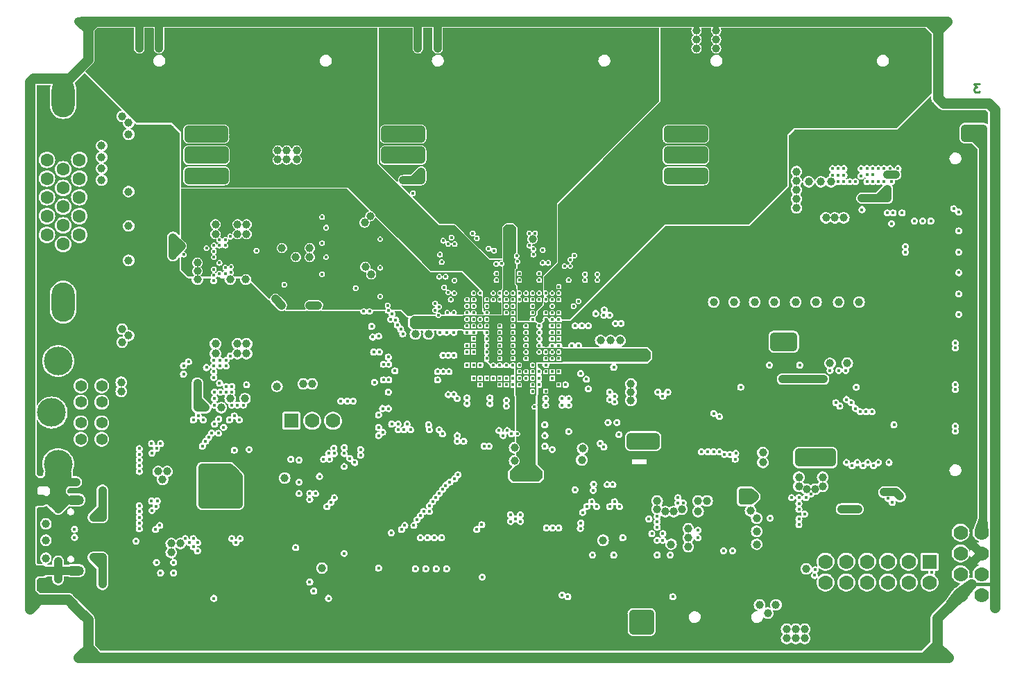
<source format=gbr>
%TF.GenerationSoftware,KiCad,Pcbnew,7.0.9-7.0.9~ubuntu22.04.1*%
%TF.CreationDate,2025-03-17T10:50:24+02:00*%
%TF.ProjectId,GateMateA1-EVB_Rev_C,47617465-4d61-4746-9541-312d4556425f,C*%
%TF.SameCoordinates,PX5f5e100PY7bfa480*%
%TF.FileFunction,Copper,L3,Inr*%
%TF.FilePolarity,Positive*%
%FSLAX46Y46*%
G04 Gerber Fmt 4.6, Leading zero omitted, Abs format (unit mm)*
G04 Created by KiCad (PCBNEW 7.0.9-7.0.9~ubuntu22.04.1) date 2025-03-17 10:50:24*
%MOMM*%
%LPD*%
G01*
G04 APERTURE LIST*
%ADD10C,0.254000*%
%TA.AperFunction,NonConductor*%
%ADD11C,0.254000*%
%TD*%
%TA.AperFunction,ComponentPad*%
%ADD12O,2.200000X1.200000*%
%TD*%
%TA.AperFunction,ComponentPad*%
%ADD13O,2.000000X1.300000*%
%TD*%
%TA.AperFunction,ComponentPad*%
%ADD14C,1.778000*%
%TD*%
%TA.AperFunction,ComponentPad*%
%ADD15R,1.778000X1.778000*%
%TD*%
%TA.AperFunction,ComponentPad*%
%ADD16C,1.410000*%
%TD*%
%TA.AperFunction,ComponentPad*%
%ADD17C,3.500000*%
%TD*%
%TA.AperFunction,ComponentPad*%
%ADD18C,1.000000*%
%TD*%
%TA.AperFunction,ComponentPad*%
%ADD19C,1.800000*%
%TD*%
%TA.AperFunction,ComponentPad*%
%ADD20C,1.600000*%
%TD*%
%TA.AperFunction,ComponentPad*%
%ADD21O,2.800000X4.800000*%
%TD*%
%TA.AperFunction,ViaPad*%
%ADD22C,0.450000*%
%TD*%
%TA.AperFunction,ViaPad*%
%ADD23C,1.000000*%
%TD*%
%TA.AperFunction,Conductor*%
%ADD24C,1.016000*%
%TD*%
%TA.AperFunction,Conductor*%
%ADD25C,0.508000*%
%TD*%
%TA.AperFunction,Conductor*%
%ADD26C,1.270000*%
%TD*%
%TA.AperFunction,Conductor*%
%ADD27C,0.381000*%
%TD*%
%TA.AperFunction,Conductor*%
%ADD28C,0.127000*%
%TD*%
%TA.AperFunction,Conductor*%
%ADD29C,0.254000*%
%TD*%
%TA.AperFunction,Conductor*%
%ADD30C,0.200000*%
%TD*%
%TA.AperFunction,Conductor*%
%ADD31C,0.406400*%
%TD*%
G04 APERTURE END LIST*
D10*
D11*
X116937752Y71153548D02*
X116308799Y71153548D01*
X116308799Y71153548D02*
X116647466Y70766500D01*
X116647466Y70766500D02*
X116502323Y70766500D01*
X116502323Y70766500D02*
X116405561Y70718119D01*
X116405561Y70718119D02*
X116357180Y70669738D01*
X116357180Y70669738D02*
X116308799Y70572976D01*
X116308799Y70572976D02*
X116308799Y70331071D01*
X116308799Y70331071D02*
X116357180Y70234309D01*
X116357180Y70234309D02*
X116405561Y70185928D01*
X116405561Y70185928D02*
X116502323Y70137548D01*
X116502323Y70137548D02*
X116792609Y70137548D01*
X116792609Y70137548D02*
X116889371Y70185928D01*
X116889371Y70185928D02*
X116937752Y70234309D01*
D12*
%TO.N,GND*%
%TO.C,USB-C1*%
X6530000Y11680000D03*
X6530000Y20320000D03*
D13*
X2350000Y11680000D03*
X2350000Y20320000D03*
%TD*%
D14*
%TO.N,/GPIO21\u005CJTAG_TRST*%
%TO.C,TRST1*%
X114630000Y11255000D03*
%TD*%
%TO.N,+1V8*%
%TO.C,+1V8*%
X117170000Y16335000D03*
%TD*%
D15*
%TO.N,Net-(U6-B1)*%
%TO.C,Pmod1*%
X110850000Y12770000D03*
D14*
%TO.N,Net-(U6-B3)*%
X108310000Y12770000D03*
%TO.N,Net-(U6-B5)*%
X105770000Y12770000D03*
%TO.N,Net-(U6-B7)*%
X103230000Y12770000D03*
%TO.N,GND*%
X100690000Y12770000D03*
%TO.N,+3V3*%
X98150000Y12770000D03*
%TO.N,Net-(U6-B2)*%
X110850000Y10230000D03*
%TO.N,Net-(U6-B4)*%
X108310000Y10230000D03*
%TO.N,Net-(U6-B6)*%
X105770000Y10230000D03*
%TO.N,Net-(U6-B8)*%
X103230000Y10230000D03*
%TO.N,GND*%
X100690000Y10230000D03*
%TO.N,+3V3*%
X98150000Y10230000D03*
%TD*%
D16*
%TO.N,Net-(FET1-D)*%
%TO.C,PS2_KBD1*%
X7270000Y29730000D03*
%TO.N,unconnected-(PS2_KBD1-Pad2)*%
X7270000Y32270000D03*
%TO.N,GND*%
X7270000Y27740000D03*
%TO.N,+5V_USB*%
X7270000Y34260000D03*
%TO.N,Net-(FET2-D)*%
X9810000Y27740000D03*
%TO.N,unconnected-(PS2_KBD1-Pad6)*%
X9810000Y34260000D03*
%TO.N,unconnected-(PS2_KBD1-NC1-Pad7)*%
X9810000Y32270000D03*
%TO.N,unconnected-(PS2_KBD1-NC2-Pad8)*%
X9810000Y29730000D03*
D17*
%TO.N,GND*%
X4500000Y37300000D03*
X3700000Y31000000D03*
X4500000Y24700000D03*
%TD*%
D14*
%TO.N,VDD_CORE*%
%TO.C,VDD_CORE1*%
X114630000Y13795000D03*
%TD*%
%TO.N,GND*%
%TO.C,GND1*%
X114630000Y8715000D03*
%TD*%
D18*
%TO.N,GND*%
%TO.C,U10*%
X23100000Y23206200D03*
X23100000Y20806200D03*
D19*
X24300000Y22006200D03*
D18*
X25500000Y23206200D03*
X25570000Y20806200D03*
%TD*%
D14*
%TO.N,+3V3*%
%TO.C,+3V3*%
X117170000Y11255000D03*
%TD*%
%TO.N,+1V2*%
%TO.C,+1V2*%
X114630000Y16335000D03*
%TD*%
%TO.N,+5V_USB*%
%TO.C,+5V_USB1*%
X117170000Y8715000D03*
%TD*%
%TO.N,+2V5*%
%TO.C,+2V5*%
X117170000Y13795000D03*
%TD*%
D20*
%TO.N,Net-(TVS3-IO2)*%
%TO.C,VGA1*%
X7090000Y52720000D03*
%TO.N,Net-(TVS2-IO2)*%
X7090000Y55010000D03*
%TO.N,Net-(TVS1-IO2)*%
X7090000Y57300000D03*
%TO.N,unconnected-(VGA1-ID2{slash}RES-Pad4)*%
X7090000Y59590000D03*
%TO.N,GND*%
X7090000Y61880000D03*
X5110000Y51575000D03*
X5110000Y53865000D03*
X5110000Y56155000D03*
%TO.N,unconnected-(VGA1-Key{slash}PWR-Pad9)*%
X5110000Y58445000D03*
%TO.N,GND*%
X5110000Y60735000D03*
%TO.N,unconnected-(VGA1-ID0{slash}RES-Pad11)*%
X3130000Y52720000D03*
%TO.N,unconnected-(VGA1-ID1{slash}SDA-Pad12)*%
X3130000Y55010000D03*
%TO.N,/VGA_HSync*%
X3130000Y57300000D03*
%TO.N,/VGA_VSync*%
X3130000Y59590000D03*
%TO.N,unconnected-(VGA1-ID3{slash}SCL-Pad15)*%
X3130000Y61880000D03*
D21*
%TO.N,GND*%
X5110000Y69495000D03*
X5110000Y44505000D03*
%TD*%
D15*
%TO.N,Net-(R47-Pad2)*%
%TO.C,SWD1*%
X32960000Y30000000D03*
D14*
%TO.N,GND*%
X35500000Y30000000D03*
%TO.N,Net-(R48-Pad2)*%
X38040000Y30000000D03*
%TD*%
D22*
%TO.N,GND*%
X25700000Y31900000D03*
D23*
X84500000Y44500000D03*
D22*
X43100000Y34700000D03*
X107000000Y60800000D03*
X58800000Y28200000D03*
X82575000Y16625000D03*
D23*
X1016000Y39400000D03*
X82400000Y78800000D03*
D22*
X60000000Y39200000D03*
D23*
X66100000Y78800000D03*
D22*
X71608000Y29800000D03*
D23*
X32200000Y1051002D03*
X8100000Y74200000D03*
D22*
X24250000Y37400000D03*
D23*
X84800000Y76600000D03*
X97500000Y78800000D03*
D22*
X104608000Y59200000D03*
D23*
X95800000Y11900000D03*
D22*
X19800000Y36722962D03*
D23*
X25500000Y32700000D03*
D22*
X24900000Y51400000D03*
D23*
X27300000Y32700000D03*
X34400000Y34500000D03*
X26500000Y20900000D03*
X118800000Y54400000D03*
X105300000Y21261000D03*
D22*
X100400000Y60800000D03*
X62000000Y52900000D03*
X14400000Y25900000D03*
D23*
X23200000Y24265000D03*
X4500000Y10600000D03*
X38200000Y1051002D03*
X78200000Y1051002D03*
X35500000Y34500000D03*
D22*
X99700000Y60000000D03*
X99700000Y59200000D03*
X63200000Y40000000D03*
D23*
X84800000Y77700000D03*
X87000000Y44500000D03*
X112800000Y7000000D03*
D22*
X58000000Y48000000D03*
X60800000Y48000000D03*
X64100000Y16900000D03*
D23*
X111800000Y70000000D03*
D22*
X56000000Y34400000D03*
X33900000Y22500000D03*
D23*
X4500000Y11700000D03*
D22*
X77600000Y17000000D03*
D23*
X95840000Y21650000D03*
X31000000Y44900000D03*
X31200000Y34200000D03*
X100100000Y19200010D03*
X118800000Y66000000D03*
D22*
X14400000Y24500000D03*
D23*
X12300000Y67200000D03*
D22*
X105800000Y20500000D03*
X109000000Y54400000D03*
X60900000Y18500000D03*
X82575000Y15700000D03*
X48700000Y15700000D03*
X68000000Y44600000D03*
D23*
X14400000Y76600000D03*
D22*
X55100000Y52900000D03*
X69200000Y41600000D03*
D23*
X81400000Y14600000D03*
D22*
X51500000Y36000000D03*
D23*
X106200000Y1051002D03*
D22*
X68000000Y39200000D03*
X62600000Y31700000D03*
D23*
X1016000Y57400000D03*
X23700000Y38200000D03*
D22*
X50400000Y15700000D03*
D23*
X117500000Y68800000D03*
D22*
X65600000Y46400000D03*
D23*
X6700000Y22500000D03*
D22*
X98700000Y36150000D03*
D23*
X22100000Y24265000D03*
D22*
X78300000Y15400000D03*
X59200000Y32500000D03*
D23*
X68400000Y25200000D03*
X78575000Y18900000D03*
D22*
X64850000Y16900000D03*
X23600000Y31900000D03*
D23*
X68200000Y1051002D03*
X118800000Y14200000D03*
X13000000Y78800000D03*
D22*
X65600000Y45600000D03*
D23*
X82400000Y75500000D03*
D22*
X69197176Y33900000D03*
D23*
X101100000Y19200000D03*
D22*
X72400000Y32300000D03*
D23*
X111800000Y78800000D03*
D22*
X59700000Y17700000D03*
D23*
X25400000Y24265000D03*
D22*
X61600000Y41600000D03*
D23*
X6923887Y6923887D03*
X1016000Y65400000D03*
D22*
X69700000Y13600000D03*
D23*
X118800000Y16600000D03*
D22*
X14400000Y23800000D03*
D23*
X118800000Y41700000D03*
X44200000Y1051002D03*
D22*
X58400000Y41600000D03*
X68266229Y35766229D03*
D23*
X118800000Y64700000D03*
X55900000Y78800000D03*
X82400000Y76600000D03*
X100100000Y78800000D03*
D22*
X103900000Y59200000D03*
D23*
X3000000Y13200000D03*
D22*
X25000000Y33500000D03*
D23*
X25500000Y47300000D03*
D22*
X89100000Y20000000D03*
X70200000Y19500000D03*
X72400000Y33000000D03*
X60800000Y47200000D03*
X99700000Y60800000D03*
D23*
X16800000Y78800000D03*
D22*
X63200000Y41600000D03*
X23489000Y47800000D03*
D23*
X1000000Y9000000D03*
D22*
X79200000Y13600000D03*
D23*
X41000000Y78800000D03*
X111800000Y74500000D03*
X36700000Y12000000D03*
D22*
X80150000Y20600000D03*
D23*
X73700000Y78800000D03*
X4500000Y19200000D03*
X3000000Y15400000D03*
D22*
X56800000Y44000000D03*
D23*
X75000000Y78800000D03*
X118800000Y49350000D03*
D22*
X105300000Y59200000D03*
X36400000Y23200000D03*
D23*
X50800000Y75500000D03*
D22*
X58400000Y38400000D03*
D23*
X53400000Y78800000D03*
D22*
X52800000Y38000000D03*
X56200000Y17300000D03*
X60000000Y40000000D03*
D23*
X70700000Y39800000D03*
X92300000Y1051002D03*
D22*
X77600000Y17650000D03*
D23*
X27500000Y52800000D03*
D22*
X96350000Y21050000D03*
D23*
X118800000Y56950000D03*
X82200000Y1051002D03*
X50800000Y77700000D03*
X110700000Y78800000D03*
X58500000Y78800000D03*
X1000000Y11000000D03*
X104200000Y1051002D03*
X9800000Y59400000D03*
X1016000Y45400000D03*
D22*
X65600000Y38400000D03*
X59200000Y36800000D03*
D23*
X1016000Y71400000D03*
D22*
X49600000Y15700000D03*
X23500000Y50000000D03*
D23*
X9800000Y62200000D03*
X28200000Y1051002D03*
X9000000Y78800000D03*
X118800000Y46800000D03*
D22*
X26600000Y30100000D03*
X66800000Y32700000D03*
D23*
X27500000Y38200000D03*
D22*
X22600000Y51100000D03*
D23*
X98200000Y54800000D03*
D22*
X14400000Y26600000D03*
D23*
X13100000Y66400000D03*
X1000000Y29400000D03*
X96200000Y1051002D03*
X112200000Y1051002D03*
X20200000Y1051002D03*
X106700000Y60100000D03*
X94200000Y39000000D03*
D22*
X59700000Y18500000D03*
X94000000Y20600000D03*
X66400000Y34400000D03*
D23*
X94900000Y22000000D03*
X111800000Y76000000D03*
X89800000Y1051002D03*
D22*
X61600000Y40000000D03*
X100400000Y59200000D03*
D23*
X100200000Y1051002D03*
D22*
X23500000Y37400000D03*
D23*
X48200000Y1051002D03*
D22*
X63200000Y40800000D03*
X63200000Y48000000D03*
X20500000Y15100000D03*
D23*
X46200000Y1051002D03*
X1016000Y63400000D03*
X91900000Y40300000D03*
X98800000Y59200000D03*
D22*
X65600000Y16900000D03*
D23*
X24200000Y1051002D03*
D22*
X56800000Y43200000D03*
D23*
X6200000Y72200000D03*
D22*
X66800000Y47200000D03*
D23*
X84700000Y1051002D03*
D22*
X35200000Y21100000D03*
X26400000Y31900000D03*
X37600000Y25300000D03*
D23*
X92400000Y78800000D03*
D22*
X60000000Y38400000D03*
D23*
X50200000Y1051002D03*
D22*
X20400000Y37200000D03*
X39000000Y32400000D03*
D23*
X42500000Y78800000D03*
D22*
X78300000Y33000000D03*
D23*
X94200000Y40300000D03*
D22*
X24900000Y48700000D03*
D23*
X26500000Y22000000D03*
D22*
X56800000Y41600000D03*
X103200000Y60800000D03*
D23*
X111800000Y3000000D03*
X48400000Y78800000D03*
D22*
X56800000Y38400000D03*
X33900000Y25200000D03*
D23*
X1016000Y61400000D03*
X1016000Y51400000D03*
X89900000Y78800000D03*
D22*
X52799990Y43200000D03*
D23*
X24300000Y24265000D03*
D22*
X55600000Y52300000D03*
D23*
X35200000Y50000000D03*
X118800000Y36650000D03*
D22*
X94900000Y20600000D03*
D23*
X91900000Y39000000D03*
D22*
X107500000Y55400000D03*
X103200000Y60100000D03*
X72400000Y20100000D03*
X106200000Y59200000D03*
X25500000Y37900000D03*
X21500000Y15100000D03*
X25500000Y52500000D03*
X63200000Y47200000D03*
X64000000Y32700000D03*
D23*
X100377038Y54800000D03*
X32100000Y78800000D03*
D22*
X52864309Y47135691D03*
X67400000Y44000000D03*
D23*
X44000000Y78800000D03*
D22*
X62400000Y44000000D03*
D23*
X118800000Y21400000D03*
X18500000Y52400000D03*
X1000000Y7000000D03*
D22*
X60000000Y42400000D03*
D23*
X94900000Y23100000D03*
D22*
X21000000Y14600000D03*
X24200000Y52100000D03*
D23*
X30200000Y1051002D03*
D22*
X71100000Y26800000D03*
D23*
X23700000Y52800000D03*
D22*
X37300000Y19500000D03*
X71799990Y33492000D03*
X59200000Y44000000D03*
D23*
X26500000Y23200000D03*
X118800000Y31550000D03*
X71150000Y78800000D03*
X22100000Y19800000D03*
X13100000Y53800000D03*
X81400000Y16800000D03*
X58200000Y1051002D03*
D22*
X105300000Y60800000D03*
D23*
X1016000Y49400000D03*
X36200000Y44100000D03*
D22*
X50800000Y35000000D03*
X23500000Y36000000D03*
D23*
X111800000Y71500000D03*
D22*
X61600000Y38400000D03*
D23*
X1016000Y67400000D03*
X1016000Y69400000D03*
X26400000Y38200000D03*
D22*
X24200000Y51400000D03*
X64000000Y43200000D03*
X39800000Y32400000D03*
D23*
X18200000Y1051002D03*
X61000000Y78800000D03*
D22*
X77600000Y15400000D03*
X106299999Y19999999D03*
D23*
X1016000Y37400000D03*
X111800000Y77300000D03*
D22*
X61600000Y40800000D03*
D23*
X5600000Y22500000D03*
D22*
X68400000Y41600000D03*
D23*
X100800000Y37025000D03*
D22*
X59200000Y31800000D03*
D23*
X14400000Y77700000D03*
D22*
X61600000Y39200000D03*
D23*
X76200000Y1051002D03*
D22*
X77600000Y13600000D03*
D23*
X114500000Y68800000D03*
D22*
X67199992Y39200000D03*
D23*
X36200000Y1051002D03*
X84800000Y75500000D03*
X19400000Y78800000D03*
D22*
X62400000Y35200000D03*
D23*
X12200000Y1051002D03*
X64200000Y1051002D03*
X118800000Y44300000D03*
D22*
X24200000Y48000000D03*
X62400000Y36800000D03*
X23600000Y33500000D03*
D23*
X1000000Y27400000D03*
D22*
X21000000Y30100000D03*
X77700000Y33500000D03*
D23*
X14400000Y78800000D03*
D22*
X94900000Y17300000D03*
X23489000Y48500000D03*
X56800000Y40800000D03*
X52125000Y38000000D03*
D23*
X105200000Y78800000D03*
X82600000Y20200000D03*
X1016000Y59400000D03*
D22*
X57200000Y32100000D03*
D23*
X68600000Y78800000D03*
D22*
X60000000Y41600000D03*
D23*
X42000000Y48800000D03*
X91900000Y44500000D03*
X79600000Y1051002D03*
D22*
X25400000Y30100000D03*
D23*
X19400000Y15000000D03*
X10200000Y1051002D03*
X31800000Y51100000D03*
X87300000Y1051002D03*
X11000000Y78800000D03*
X24400000Y31600000D03*
X79500000Y78800000D03*
D22*
X99000000Y60800000D03*
X57600000Y36800000D03*
D23*
X81000000Y78800000D03*
X107700000Y78800000D03*
X56200000Y1051002D03*
D22*
X14400000Y25200000D03*
X63200000Y39200000D03*
X52829817Y45598803D03*
X62700000Y52900000D03*
D23*
X60200000Y1051002D03*
X118800000Y26450000D03*
X23200000Y19800000D03*
X102250000Y44500000D03*
D22*
X26000000Y30600000D03*
D23*
X37200000Y78800000D03*
X23700000Y54000000D03*
X22100000Y22000000D03*
X81400000Y15700000D03*
D22*
X26200000Y15100000D03*
X58400000Y40000000D03*
D23*
X14400000Y75500000D03*
X27500000Y54000000D03*
X1016000Y35400000D03*
D22*
X60000000Y43200000D03*
X63200000Y38400000D03*
D23*
X35200000Y51100000D03*
D22*
X25600000Y48100000D03*
X67599996Y41600000D03*
D23*
X1016000Y47400000D03*
D22*
X94900000Y19200000D03*
D23*
X25400000Y19800000D03*
D22*
X69000000Y19508000D03*
D23*
X42600000Y55000000D03*
D22*
X76600000Y18000000D03*
X59299996Y28800000D03*
X73000000Y19500000D03*
X21000000Y15600000D03*
X35900000Y21100000D03*
D23*
X97600000Y59200000D03*
X54200000Y1051002D03*
X78000000Y78800000D03*
D22*
X60000000Y37600000D03*
X40500000Y32400000D03*
D23*
X98700000Y37010999D03*
X50800000Y78800000D03*
X1000000Y21400000D03*
X34600000Y78800000D03*
X29600000Y78800000D03*
X1000000Y13200000D03*
X107250000Y20750000D03*
X118800000Y59500000D03*
D22*
X14400000Y17500000D03*
D23*
X60200000Y26700000D03*
X3400000Y22500000D03*
X34200000Y1051002D03*
X93050000Y40300000D03*
X26200000Y1051002D03*
D22*
X56000000Y36800000D03*
D23*
X88400000Y20750000D03*
X41900000Y54200000D03*
X48400000Y75500000D03*
X13100000Y49600000D03*
D22*
X24250000Y36700000D03*
X94900000Y18000000D03*
X14400000Y16800000D03*
X14400000Y19600000D03*
D23*
X1000000Y25400000D03*
X4500000Y12800000D03*
X42700000Y47900000D03*
D22*
X38200000Y20600000D03*
D23*
X97800000Y23100000D03*
X27000000Y78800000D03*
X4500000Y20300000D03*
D22*
X102500000Y60800000D03*
X25000000Y36700000D03*
D23*
X24400000Y78800000D03*
X8135002Y1051002D03*
D22*
X66800000Y31900000D03*
X61600000Y37600000D03*
X78900000Y33500000D03*
D23*
X118800000Y67300000D03*
X72200000Y1051002D03*
X82400000Y77700000D03*
X26500000Y19800000D03*
X77600000Y20200000D03*
D22*
X37800000Y20000000D03*
X63900000Y29500000D03*
X100400000Y60000000D03*
X56800000Y37600000D03*
D23*
X9800000Y63600000D03*
D22*
X47800000Y57800000D03*
X44800000Y33500000D03*
X71800000Y19500000D03*
X58400000Y39200000D03*
X110000000Y54400000D03*
D23*
X47000000Y78800000D03*
D22*
X52100000Y33200000D03*
X103200000Y59200000D03*
X21600000Y30600000D03*
D23*
X18300000Y15000000D03*
X71900000Y39800000D03*
X1000000Y31400000D03*
X118800000Y11800000D03*
D22*
X104600000Y60800000D03*
D23*
X1016000Y53400000D03*
X66200000Y1051002D03*
X87400000Y78800000D03*
D22*
X95750000Y20600000D03*
X58300000Y28800000D03*
D23*
X18500000Y51322962D03*
D22*
X64000000Y31900000D03*
D23*
X1000000Y19400000D03*
X102100000Y19200000D03*
X1016000Y41400000D03*
D22*
X59200000Y43200000D03*
D23*
X21900000Y78800000D03*
D22*
X61600000Y35200000D03*
D23*
X79625000Y18900000D03*
X77600000Y19200000D03*
D22*
X27100000Y31900000D03*
D23*
X102200000Y1051002D03*
D22*
X24900000Y48000000D03*
X58000000Y47200016D03*
X23500000Y36700000D03*
X54400000Y32800000D03*
X64800000Y26500000D03*
D23*
X26400000Y52800000D03*
D22*
X58400000Y40800000D03*
X71800000Y32600000D03*
D23*
X16800000Y77700000D03*
X50800000Y76600000D03*
D22*
X24900000Y52100000D03*
D23*
X39700000Y78800000D03*
D22*
X60000000Y40800000D03*
X55600004Y16700000D03*
X51300000Y15700000D03*
D23*
X24300000Y19800000D03*
D22*
X23489000Y47100000D03*
D23*
X108200000Y1051002D03*
X94500000Y44500000D03*
X106295505Y21261000D03*
D22*
X73400000Y15700000D03*
D23*
X1000000Y15400000D03*
D22*
X58400000Y37600000D03*
D23*
X80600000Y19200000D03*
X102600000Y78800000D03*
X97800000Y22000000D03*
X1016000Y33400000D03*
X118800000Y9400000D03*
X98200000Y1051002D03*
D22*
X60300000Y18000000D03*
D23*
X109200000Y78800000D03*
D22*
X52000000Y43200000D03*
X63908000Y26900000D03*
X56800000Y42400000D03*
D23*
X19577038Y51322962D03*
X23700000Y39400000D03*
X83700000Y20200000D03*
X8100000Y77800000D03*
D22*
X43700000Y38400000D03*
X58400000Y36800000D03*
X77600000Y18300000D03*
D23*
X62400000Y52200000D03*
X1016000Y43400000D03*
X42200000Y1051002D03*
X4500000Y22500000D03*
X16800000Y75500000D03*
X70200000Y1051002D03*
D22*
X69600000Y20100000D03*
D23*
X112900000Y78800000D03*
X33500000Y50000000D03*
X31800000Y44100000D03*
X99750000Y44500000D03*
D22*
X35200000Y20400000D03*
D23*
X22200000Y1051002D03*
X60200000Y25100000D03*
D22*
X63908000Y28200000D03*
X52800000Y40800000D03*
D23*
X40200000Y1051002D03*
D22*
X26700000Y15600000D03*
X20000000Y15600000D03*
X22600000Y36500000D03*
D23*
X13100000Y65000000D03*
D22*
X94900000Y19900000D03*
D23*
X113000000Y68800000D03*
D22*
X36900000Y25300000D03*
X100600000Y36150000D03*
D23*
X7000000Y78800000D03*
X49700000Y40600000D03*
D22*
X53200000Y32700000D03*
X33900000Y21100000D03*
X60000000Y36800000D03*
X56800000Y39200000D03*
D23*
X18300000Y13900000D03*
X118800000Y23900000D03*
D22*
X87800000Y20000000D03*
D23*
X16800000Y76600000D03*
D22*
X52800000Y33200000D03*
X14400000Y18900000D03*
D23*
X105700000Y60100000D03*
D22*
X23600000Y32700000D03*
D23*
X74200000Y1051002D03*
X116000000Y68800000D03*
D22*
X50800000Y36000000D03*
D23*
X48400000Y77700000D03*
D22*
X72700000Y29800000D03*
D23*
X13100000Y58000000D03*
D22*
X99750000Y36150000D03*
D23*
X62200000Y1051002D03*
X22100000Y23200000D03*
D22*
X101800000Y59200000D03*
X64000000Y33600000D03*
D23*
X48400000Y76600000D03*
X7200000Y73200000D03*
D22*
X14400000Y18200000D03*
D23*
X45500000Y78800000D03*
X26400000Y39400000D03*
X14200000Y1051002D03*
X3000000Y71900000D03*
X63550000Y78800000D03*
X96860000Y21650000D03*
X35200000Y44100000D03*
X118800000Y51900000D03*
X111800000Y5000000D03*
X9800000Y60800000D03*
D22*
X103900000Y60800000D03*
D23*
X111800000Y73000000D03*
X52200000Y1051002D03*
D22*
X25700000Y34200000D03*
X51464601Y37999760D03*
X22200000Y30100000D03*
D23*
X27400000Y47300000D03*
D22*
X111000000Y54400000D03*
D23*
X110200000Y1051002D03*
X4500000Y21400000D03*
X118800000Y39200000D03*
D22*
X43000000Y38400000D03*
X25700000Y15600000D03*
X25000000Y34200000D03*
D23*
X1000000Y17400000D03*
D22*
X106000000Y60800000D03*
D23*
X118800000Y19000000D03*
X95000000Y78800000D03*
X118800000Y34100000D03*
D22*
X37500000Y26000000D03*
X99000000Y60000000D03*
X72300000Y13600000D03*
D23*
X118800000Y7200000D03*
X1016000Y55400000D03*
X27500000Y39400000D03*
D22*
X103900000Y60100000D03*
D23*
X94200000Y1051002D03*
X89500000Y44500000D03*
D22*
X89100000Y21500000D03*
D23*
X48100000Y40600000D03*
D22*
X21500000Y14100000D03*
X68964511Y35067949D03*
X87800000Y21500000D03*
D23*
X16200000Y1051002D03*
X22100000Y20900000D03*
D22*
X57200000Y32800000D03*
D23*
X26400000Y54000000D03*
D22*
X23500000Y51400000D03*
X24300000Y33500000D03*
X101100000Y59200000D03*
D23*
X8100000Y76000000D03*
D22*
X80150000Y19950000D03*
D23*
X7000000Y1051000D03*
D22*
X62400000Y42400000D03*
X106200000Y54100000D03*
D23*
X76500000Y78800000D03*
X84800000Y78800000D03*
X2300000Y22500000D03*
D22*
X25000000Y37400000D03*
D23*
X1000000Y23400000D03*
D22*
X23500000Y35300000D03*
D23*
X99300000Y54800000D03*
D22*
X80800000Y19950000D03*
D23*
X3000000Y17400000D03*
D22*
X89750000Y20750000D03*
D23*
X82600000Y18900000D03*
X18500000Y50200000D03*
D22*
X25700000Y33500000D03*
D23*
X118800000Y62050000D03*
D22*
X25600000Y48800000D03*
X60900000Y17700000D03*
X52200000Y36000000D03*
D23*
X118800000Y29000000D03*
D22*
X65600000Y37600000D03*
X54400000Y32100000D03*
X60000000Y44000000D03*
X56800000Y40000000D03*
X23500000Y50700000D03*
X62400000Y43200000D03*
D23*
X73100000Y39800000D03*
X97000000Y44500000D03*
%TO.N,VDD_NA*%
X29600000Y64275000D03*
X14400000Y72400000D03*
D22*
X58400000Y46400000D03*
D23*
X28500000Y64275000D03*
X28500000Y61725000D03*
X15550000Y68000000D03*
D22*
X58400000Y43200000D03*
D23*
X14400000Y73456921D03*
X29600000Y61725000D03*
X27400000Y64275000D03*
X27400000Y61725000D03*
D22*
X57600000Y44000000D03*
X56400000Y47200000D03*
D23*
X14400000Y69100000D03*
X14400000Y68000000D03*
D22*
X57600000Y43200000D03*
D23*
X15556920Y73456921D03*
X26300000Y64275000D03*
X14400000Y70200000D03*
X26300000Y61725000D03*
X14400000Y71300000D03*
%TO.N,VDD_EB*%
X84800000Y64275000D03*
X88100000Y61725000D03*
X82400000Y71200000D03*
D22*
X63200000Y43200000D03*
D23*
X85900000Y64275000D03*
D22*
X64000000Y44000000D03*
D23*
X82400000Y70000000D03*
X83600000Y68800000D03*
X82400000Y73507994D03*
X87000000Y64275000D03*
D22*
X67200000Y46400000D03*
D23*
X84800000Y61725000D03*
X82400000Y72400000D03*
X82400000Y68800000D03*
D22*
X65600000Y47200000D03*
X66400000Y44000000D03*
D23*
X87000000Y61725000D03*
X88100000Y64275000D03*
D22*
X63200000Y42400000D03*
D23*
X85900000Y61725000D03*
X83570002Y73507994D03*
%TO.N,VDD_NB*%
X50300000Y61725000D03*
D22*
X60800000Y42400000D03*
D23*
X52500000Y61725000D03*
X48400000Y70200000D03*
X48400000Y69100000D03*
D22*
X60800000Y46400000D03*
D23*
X51400000Y64275000D03*
D22*
X60800000Y43200000D03*
D23*
X50300000Y64275000D03*
X49600000Y68000000D03*
X48400000Y72400000D03*
X52500000Y64275000D03*
D22*
X61600000Y43200000D03*
D23*
X49570006Y73507994D03*
X53600000Y61725000D03*
X53600000Y64275000D03*
X48400000Y73507994D03*
X48400000Y71300000D03*
D22*
X61600000Y42400000D03*
D23*
X51400000Y61725000D03*
D22*
X63200000Y46400000D03*
D23*
X48400000Y68000000D03*
D22*
%TO.N,/NA_B2*%
X56000000Y45600000D03*
X51300000Y49400000D03*
%TO.N,/NA_A5*%
X52100000Y51600000D03*
X57600000Y45600000D03*
%TO.N,/NA_A6*%
X52900000Y51600000D03*
X58400000Y45600000D03*
%TO.N,/NA_A8*%
X57963947Y49184500D03*
X59200000Y45600000D03*
%TO.N,/NB_B1*%
X60000000Y45600000D03*
X57050000Y51050000D03*
%TO.N,/NB_B3*%
X60800000Y45600000D03*
X60562393Y49462393D03*
%TO.N,/NB_B5*%
X61600000Y45600000D03*
X62000003Y51400003D03*
%TO.N,/NB_B6*%
X62500000Y50300000D03*
X62400000Y45600000D03*
%TO.N,/NB_B8*%
X63200000Y45600000D03*
X63650000Y49300010D03*
%TO.N,/EB_B7*%
X67499996Y50200000D03*
X64000000Y45600000D03*
%TO.N,/EB_B6*%
X66300000Y48900000D03*
X64800000Y45600000D03*
%TO.N,/NA_B3*%
X56800000Y44800000D03*
X51100000Y50300000D03*
%TO.N,/NA_B5*%
X51500000Y52000000D03*
X57600000Y44800000D03*
%TO.N,/NA_B6*%
X52500000Y52400000D03*
X58399995Y44800005D03*
%TO.N,/NA_B8*%
X59200000Y44800000D03*
X58600000Y49200000D03*
%TO.N,/NB_A1*%
X60000000Y44800000D03*
X57700000Y50800000D03*
%TO.N,/NB_A3*%
X60800000Y44800000D03*
X60456199Y50156194D03*
%TO.N,/NB_A5*%
X62500000Y51000000D03*
X61600000Y44800000D03*
%TO.N,/NB_A6*%
X63643803Y50856197D03*
X62400000Y44800000D03*
%TO.N,/NB_A8*%
X64300000Y49300000D03*
X63200000Y44800000D03*
%TO.N,/EB_A7*%
X64000000Y44800000D03*
X67000000Y49700000D03*
%TO.N,/EB_A6*%
X67000000Y48900000D03*
X64800000Y44800000D03*
%TO.N,/EB_B3*%
X64800000Y44000000D03*
X68800000Y47900000D03*
%TO.N,/EB_A3*%
X65600000Y44800000D03*
X68800000Y47200000D03*
%TO.N,/EB_B1*%
X70300000Y47900000D03*
X64800000Y43200000D03*
%TO.N,/EB_A1*%
X65600000Y43200000D03*
X70300000Y47200000D03*
%TO.N,/EA_B8*%
X64800000Y42400000D03*
X71150000Y43550000D03*
%TO.N,/EA_A8*%
X70100000Y43100000D03*
X65600000Y42400000D03*
%TO.N,/EA_B7*%
X100700000Y24900000D03*
X99400000Y32200000D03*
%TO.N,/EA_A7*%
X99900000Y31800000D03*
X101400000Y24500000D03*
%TO.N,/EA_B6*%
X71100000Y42900000D03*
X102025000Y24900000D03*
X100700000Y32600000D03*
X64800000Y41600000D03*
%TO.N,/EA_A6*%
X71800000Y42900000D03*
X101300000Y32200000D03*
X65600000Y41600000D03*
X102700000Y24500000D03*
%TO.N,/EA_B5*%
X72500000Y41900000D03*
X101800000Y31500000D03*
X103300000Y24900000D03*
X64800000Y40800000D03*
%TO.N,/EA_A5*%
X65600000Y40800000D03*
X102400000Y31100000D03*
X73200000Y41900000D03*
X104000000Y24500000D03*
%TO.N,/EA_B4*%
X103100000Y31100000D03*
X104600000Y24900000D03*
%TO.N,/EA_A4*%
X103800000Y31100000D03*
X105900000Y24900000D03*
%TO.N,/VGA_Red_3*%
X54400000Y39200000D03*
X43600416Y40336610D03*
%TO.N,/VGA_Red_2*%
X42900000Y40223801D03*
X55200000Y39200000D03*
%TO.N,/EA_B3*%
X83000000Y26199998D03*
X64800000Y40000000D03*
%TO.N,/EA_A3*%
X83800000Y26200000D03*
X65600000Y40000000D03*
%TO.N,/EA_B2*%
X84500000Y30900000D03*
X84500000Y26200006D03*
%TO.N,/EA_A2*%
X85200000Y30500000D03*
X85200000Y26200000D03*
%TO.N,/VGA_Green_2*%
X55200000Y40000000D03*
X42761896Y41532321D03*
%TO.N,/VGA_Blue_3*%
X54400000Y40800000D03*
X51900000Y40800000D03*
%TO.N,/VGA_Blue_2*%
X55200000Y40800000D03*
X51100000Y40800000D03*
%TO.N,/EA_B1*%
X64800000Y39200000D03*
X85825000Y25900006D03*
%TO.N,/EA_A1*%
X86475000Y25900000D03*
X65600000Y39200000D03*
%TO.N,/EA_B0*%
X64000000Y38400000D03*
X87125000Y25300000D03*
%TO.N,/EA_A0*%
X64800000Y38400000D03*
X87200000Y26000000D03*
%TO.N,/FPGA_SPI_D3*%
X44200000Y36900000D03*
X44200000Y35000000D03*
%TO.N,/FPGA_SPI_D0*%
X44849517Y35000000D03*
X44849517Y36915500D03*
%TO.N,/FPGA_SPI_CSN*%
X44787367Y37787367D03*
X54400000Y36800000D03*
%TO.N,/FPGA_SPI_CLK*%
X55200000Y36800000D03*
X45600000Y36100000D03*
%TO.N,/CFG_MD0*%
X51905000Y11900000D03*
X56000000Y35200000D03*
%TO.N,/CLK0*%
X70671495Y27228509D03*
X68500000Y18800000D03*
X64000000Y37600000D03*
%TO.N,/GPIO23\u005CCLK1*%
X54000000Y27500000D03*
X41400000Y26500000D03*
X62400000Y36000000D03*
X24100000Y30200000D03*
%TO.N,/CFG_MD1*%
X50635000Y11900000D03*
X47500000Y28900000D03*
%TO.N,/GPIO24\u005CCLK2*%
X64000000Y36800000D03*
X24057786Y28468775D03*
X69799996Y21500000D03*
X40100000Y25400000D03*
%TO.N,/FPGA_LED*%
X35200000Y10300000D03*
X68234123Y16849189D03*
X66000000Y8700000D03*
X64800000Y36000000D03*
%TO.N,/CLK3*%
X63200000Y35200000D03*
X66800000Y28700000D03*
%TO.N,/SER_CLK_P*%
X114000000Y38887600D03*
X62400000Y34400000D03*
%TO.N,/POR_EN*%
X44800008Y31500000D03*
X56250000Y10900004D03*
%TO.N,/CFG_MD2*%
X49365000Y11900000D03*
X46000000Y29600000D03*
%TO.N,/SER_CLK_N*%
X114000000Y39492400D03*
X63200000Y34400000D03*
%TO.N,/SER_RX_P*%
X56482899Y26887700D03*
X114000000Y28727600D03*
%TO.N,/SER_TX_P*%
X114000000Y34412400D03*
X60522999Y28411500D03*
%TO.N,/CFG_DONE*%
X43600000Y28200000D03*
X43600000Y12000000D03*
%TO.N,/CFG_MD3*%
X46000000Y28900000D03*
X48095000Y11900000D03*
%TO.N,/SER_RX_N*%
X57087699Y26887700D03*
X114000000Y29332400D03*
%TO.N,/SER_TX_N*%
X114000000Y33807600D03*
X59822999Y28411500D03*
D23*
%TO.N,+3V3*%
X92900000Y35100000D03*
X94900000Y24900000D03*
D22*
X15950000Y26050000D03*
D23*
X90100000Y7500000D03*
D22*
X86800000Y14100000D03*
D23*
X94900000Y35100000D03*
X89750000Y18100000D03*
D22*
X15900000Y20200000D03*
X85700000Y14100000D03*
D23*
X93900000Y35100000D03*
X91100000Y6500000D03*
X89000000Y18992000D03*
X89750000Y14899992D03*
X94900000Y26100000D03*
X89750000Y16500000D03*
X98900000Y26100000D03*
X97900000Y35100000D03*
X92100000Y7500000D03*
D22*
X16600000Y20200000D03*
D23*
X96900000Y26100000D03*
X97900000Y24900000D03*
X90500000Y24900000D03*
X96900000Y35100000D03*
X95900000Y26100000D03*
X95900000Y35100000D03*
X98900000Y24900000D03*
X90500000Y26100000D03*
D22*
X16450000Y19550000D03*
D23*
X97900000Y26100000D03*
D22*
X17000000Y27200000D03*
X15950000Y19050000D03*
X15900000Y27200000D03*
X16500000Y26600000D03*
%TO.N,/RP2040_RST#*%
X32900000Y25300000D03*
X33490500Y14500000D03*
%TO.N,/+1V1*%
X16900000Y17200000D03*
D23*
X17250000Y22850000D03*
D22*
X16400000Y16700000D03*
D23*
X32143802Y23000000D03*
X17800000Y23806200D03*
X16700000Y23806200D03*
%TO.N,+5V_USB*%
X12300000Y41200000D03*
X95600000Y4511000D03*
X21500707Y33600000D03*
X74700000Y4400000D03*
X9900000Y20400000D03*
X75699957Y4400000D03*
X21500000Y49300000D03*
X12300000Y39600000D03*
X12200000Y33600000D03*
X9900000Y21500000D03*
D22*
X76950000Y16200000D03*
D23*
X105700000Y58300000D03*
X21500000Y48300000D03*
X9900000Y18200000D03*
X105700000Y57200000D03*
X95600000Y3400000D03*
X8800000Y18200000D03*
X12200000Y34700000D03*
X76700000Y4400000D03*
X94500000Y4511000D03*
D22*
X78300000Y16200000D03*
D23*
X21500000Y34600000D03*
X76700043Y6400000D03*
X9900000Y11100000D03*
X21500000Y31600000D03*
X102600000Y57200000D03*
X8800000Y13300000D03*
X93400000Y3400000D03*
X75699957Y5400000D03*
X76700000Y5400000D03*
X9900000Y12200000D03*
X94500000Y3400000D03*
X93400000Y4511000D03*
X9900000Y19300000D03*
X75700000Y6400000D03*
X22500000Y31600000D03*
X13100000Y40400000D03*
X21500000Y32600000D03*
X104600000Y57200000D03*
X9900000Y10000000D03*
X103600000Y57200000D03*
X74700000Y5400000D03*
X21500000Y47300000D03*
X9900000Y13300000D03*
X74700043Y6400000D03*
D22*
%TO.N,/WC_A3*%
X44800000Y43500000D03*
X113800004Y55900000D03*
%TO.N,/WC_B3*%
X44716750Y44100000D03*
X106400000Y55400000D03*
%TO.N,/WC_A2*%
X50977224Y43922196D03*
X45100000Y42400000D03*
X114400000Y53200000D03*
X54400000Y43200000D03*
%TO.N,/WC_B2*%
X50528151Y44332321D03*
X114400000Y55500000D03*
X45250000Y43050000D03*
X55200000Y43200000D03*
%TO.N,/WC_A0*%
X114400000Y43000000D03*
X46556018Y40621689D03*
%TO.N,/WC_B0*%
X114400000Y45500000D03*
X46300000Y41200000D03*
%TO.N,/WC_A1*%
X45900000Y41700000D03*
X114400000Y48100000D03*
X50899994Y42900000D03*
X54400000Y42400000D03*
%TO.N,/WC_B1*%
X114400000Y50600000D03*
X45700000Y42300000D03*
X50517465Y43506696D03*
X55200000Y42400000D03*
%TO.N,/WB_A8*%
X107900000Y51300000D03*
X54400000Y41600000D03*
%TO.N,/WB_B8*%
X107900000Y50600000D03*
X55200000Y41600000D03*
%TO.N,/USB_D-*%
X6500000Y16750000D03*
X6500000Y15750000D03*
%TO.N,/FPGA_BUT*%
X68300000Y17500008D03*
X63200000Y36000000D03*
X35700000Y9200000D03*
X66700004Y8500000D03*
%TO.N,/GPIO22\u005CGPIN1*%
X71500000Y22199996D03*
X64800000Y37600000D03*
X24700000Y29200006D03*
X40700000Y24900000D03*
%TO.N,/IO1*%
X18600000Y11400000D03*
X17000000Y11400000D03*
%TO.N,/IO2*%
X16500000Y12700000D03*
X18600000Y12700000D03*
%TO.N,/GPIO0*%
X46700000Y28900000D03*
X46400000Y16700000D03*
%TO.N,/GPIO1*%
X46800000Y17199998D03*
X47100000Y29600000D03*
%TO.N,/GPIO2*%
X56800000Y35200000D03*
X47900000Y17200000D03*
%TO.N,/GPIO3*%
X48300000Y17900000D03*
X57600000Y35200000D03*
%TO.N,/GPIO4*%
X58400000Y35200000D03*
X48700000Y18400000D03*
%TO.N,/GPIO5*%
X58400000Y34400000D03*
X49100000Y18900000D03*
%TO.N,/GPIO6*%
X49800000Y18900000D03*
X49700000Y29500000D03*
%TO.N,/GPIO7*%
X49800000Y19600000D03*
X49800000Y28900000D03*
%TO.N,/GPIO28*%
X38156197Y26656197D03*
X22500000Y27500006D03*
%TO.N,/GPIO29*%
X22100000Y26900000D03*
X38200000Y26000000D03*
%TO.N,/PSRAM_CS#*%
X36699994Y47900000D03*
X36700000Y54900000D03*
X36700000Y51699990D03*
X54400000Y44000000D03*
X51000000Y47606978D03*
%TO.N,/PSRAM_SCLK*%
X43800000Y48700000D03*
X51600000Y46300000D03*
X43800000Y45200000D03*
X43800000Y52200000D03*
X55200000Y44000000D03*
%TO.N,/PSRAM_DATA5*%
X51800000Y47600000D03*
X55200000Y45600000D03*
%TO.N,/PSRAM_DATA7*%
X37200000Y50000000D03*
X37200000Y53600000D03*
%TO.N,/PSRAM_DATA2*%
X54400000Y44800000D03*
X52400001Y44799997D03*
%TO.N,/PSRAM_DATA3*%
X52100000Y45687614D03*
X55200000Y44800000D03*
%TO.N,+2V5*%
X40500000Y31465000D03*
X72700000Y30800000D03*
D23*
X32800000Y9011262D03*
D22*
X20800000Y17200000D03*
D23*
X17800000Y25200000D03*
X32800000Y11000000D03*
X18000000Y30000000D03*
X16000000Y63400000D03*
D22*
X59200000Y33600000D03*
X56000000Y40800000D03*
X55200000Y36000000D03*
D23*
X15800000Y8700000D03*
X16000000Y65550000D03*
X112100000Y65700000D03*
D22*
X20900000Y29100000D03*
D23*
X89750000Y23300000D03*
D22*
X32400000Y21800000D03*
D23*
X109900000Y64600000D03*
D22*
X56000000Y39200000D03*
X26700000Y16600000D03*
X52800000Y34800000D03*
X56000000Y41600000D03*
D23*
X23700000Y40800000D03*
X17100000Y63400000D03*
D22*
X87800000Y22200000D03*
X78300000Y35000000D03*
X64000000Y40800000D03*
D23*
X83300000Y65550000D03*
D22*
X56800000Y36000000D03*
X40500000Y30700000D03*
X66800000Y31000000D03*
X25400000Y29100000D03*
X16200000Y17800000D03*
X63900000Y25500000D03*
X64000000Y40000000D03*
D23*
X23700000Y64500000D03*
D22*
X25800000Y36700000D03*
D23*
X18200000Y41200000D03*
D22*
X26000000Y28600000D03*
D23*
X18000000Y35500000D03*
D22*
X105275000Y24500000D03*
X56000000Y37600000D03*
D23*
X19300000Y40100000D03*
X21500000Y42300000D03*
X30300000Y8900000D03*
D22*
X53600000Y40800000D03*
D23*
X82200000Y64500000D03*
X18000000Y36600000D03*
X83300000Y64500000D03*
X18000000Y28900000D03*
D22*
X32900000Y21300000D03*
X57600000Y36000000D03*
D23*
X111000000Y64600000D03*
D22*
X21600000Y27600000D03*
X56000000Y38400000D03*
D23*
X21500000Y64500000D03*
X44400000Y65550000D03*
X20400000Y42300000D03*
D22*
X54400000Y36000000D03*
X58400000Y36000000D03*
X26600000Y29100000D03*
X60800000Y36800000D03*
X26400000Y37200000D03*
D23*
X81100000Y64500000D03*
D22*
X27000000Y36700000D03*
D23*
X112100000Y64600000D03*
D22*
X64000000Y39200000D03*
X17500000Y8500000D03*
X56000000Y40000000D03*
D23*
X58200000Y10600000D03*
D22*
X29300000Y38687000D03*
X21600000Y28400000D03*
X87775000Y24450000D03*
X63200000Y36800000D03*
X57600000Y34400000D03*
D23*
X108800000Y65700000D03*
D22*
X106700000Y22200000D03*
D23*
X24750000Y65550000D03*
D22*
X25700000Y16600000D03*
D23*
X16900000Y28900000D03*
X16000000Y64500000D03*
D22*
X64000000Y41600000D03*
D23*
X22600000Y64500000D03*
X15800000Y11300000D03*
X107250000Y23300000D03*
X108800000Y64600000D03*
X24750000Y64500000D03*
X82600000Y22100000D03*
D22*
X55200000Y34400000D03*
X18300000Y9200000D03*
D23*
X26300000Y42300000D03*
D22*
X52100000Y34800000D03*
D23*
X16900000Y35500000D03*
X81800000Y23400000D03*
X61100000Y20400000D03*
D22*
X64000000Y42400000D03*
D23*
X16700000Y25200000D03*
D22*
X21500000Y17900000D03*
X105300000Y22200000D03*
X63900000Y24800000D03*
X89100000Y22500000D03*
D23*
X80000000Y64500000D03*
X19300000Y41200000D03*
D22*
X16500000Y18450000D03*
D23*
X109900000Y65700000D03*
X37618355Y38500000D03*
D22*
X17500000Y9200000D03*
D23*
X18200000Y65550000D03*
D22*
X25700000Y17300000D03*
X78900000Y34500000D03*
D23*
X25000000Y42300000D03*
X17100000Y65550000D03*
X19300000Y42300000D03*
D22*
X60000000Y36000000D03*
X66800000Y29600000D03*
D23*
X20400000Y64500000D03*
X47700000Y64500000D03*
D22*
X40500000Y29900000D03*
X21000000Y16600000D03*
D23*
X27400000Y40800000D03*
X40818355Y38490500D03*
D22*
X21500000Y17200000D03*
X28651000Y38687000D03*
D23*
X22600000Y42300000D03*
D22*
X64000000Y35200000D03*
D23*
X31500000Y8900000D03*
X78900000Y64500000D03*
D22*
X20800000Y17900000D03*
X32900000Y22300000D03*
X66400000Y39200000D03*
D23*
X18200000Y64500000D03*
D22*
X66800000Y30300000D03*
D23*
X44400000Y10000000D03*
X26300000Y40800000D03*
X36500000Y38500000D03*
D22*
X66400000Y41600000D03*
D23*
X18200000Y42300000D03*
D22*
X56000000Y36000000D03*
D23*
X78900000Y65550000D03*
D22*
X20900000Y28400000D03*
X100075000Y24500000D03*
D23*
X111000000Y65700000D03*
D22*
X88500000Y22200000D03*
D23*
X62330000Y19000000D03*
D22*
X77700000Y34500000D03*
D23*
X46600000Y64500000D03*
D22*
X64000000Y34400000D03*
X20900000Y27600000D03*
D23*
X17100000Y64500000D03*
X23700000Y42300000D03*
D22*
X54400000Y37600000D03*
D23*
X20400000Y65550000D03*
X48800000Y64500000D03*
X18200000Y40100000D03*
D22*
X71608000Y30800000D03*
D23*
X43300000Y10000000D03*
X44400000Y64500000D03*
X45500000Y10000000D03*
D22*
X33900000Y26455500D03*
D23*
X15800000Y10100000D03*
X59300000Y10600000D03*
D22*
X59200000Y36000000D03*
D23*
X45500000Y64500000D03*
D22*
X100300000Y22200000D03*
D23*
X48800000Y65550000D03*
D22*
X43100000Y35900000D03*
X106000000Y22200000D03*
%TO.N,/GPIO27*%
X39400000Y26000000D03*
X61600000Y36000000D03*
X53200000Y27500000D03*
X22900000Y28000000D03*
%TO.N,/GPIO14*%
X52900000Y22900000D03*
X60800000Y35200000D03*
%TO.N,/GPIO15*%
X53300000Y23400000D03*
X60800000Y34400000D03*
%TO.N,VDD_CORE*%
X60800000Y37600000D03*
D23*
X76400000Y28000000D03*
X76400000Y27000000D03*
X61600000Y23300000D03*
D22*
X59200000Y40000000D03*
X57600000Y40800000D03*
D23*
X61600000Y26700000D03*
X61600000Y25100000D03*
D22*
X57600000Y37600000D03*
D23*
X59600000Y53300000D03*
X72300000Y37992000D03*
X77400000Y27000000D03*
X74400000Y27000000D03*
X75900000Y38000000D03*
D22*
X57600000Y39200000D03*
X62400000Y41600000D03*
X59200000Y40800000D03*
X60800000Y38400000D03*
X62400000Y38400000D03*
X57600000Y40000000D03*
X60800000Y39200000D03*
X57600000Y41600000D03*
D23*
X75400000Y27000000D03*
X77400000Y28000000D03*
X49700000Y42000000D03*
D22*
X57600000Y38400000D03*
D23*
X59600000Y52200000D03*
D22*
X59200000Y37600000D03*
D23*
X74400000Y33500000D03*
X73900000Y37992000D03*
X70700000Y37992000D03*
X74400000Y34500000D03*
X75400000Y28000000D03*
D22*
X59200000Y41600000D03*
D23*
X61600000Y28300000D03*
X74400000Y28000000D03*
D22*
X60800000Y40000000D03*
X59200000Y39200000D03*
X62400000Y39200000D03*
X59200000Y38400000D03*
D23*
X74900000Y38000000D03*
D22*
X60800000Y40800000D03*
D23*
X48100000Y42000000D03*
D22*
X60800000Y41600000D03*
X62400000Y40800000D03*
D23*
X62700000Y23300000D03*
D22*
X62400000Y40000000D03*
X62400000Y37600000D03*
D23*
X60500000Y23300000D03*
X74400000Y32500000D03*
%TO.N,+1V8*%
X32400000Y63000000D03*
X33600000Y61900000D03*
X25000000Y56900000D03*
X78900000Y63000000D03*
X30300000Y48800000D03*
X27500000Y56900000D03*
X115200000Y65700000D03*
X31300000Y61900000D03*
X26300000Y55400000D03*
X33600000Y63000000D03*
X23700000Y61900000D03*
X30300000Y47100000D03*
X30300000Y54100000D03*
D22*
X27000000Y51300000D03*
D23*
X20400000Y56900000D03*
X38000000Y48812201D03*
X78900000Y61900000D03*
X83300000Y61900000D03*
D22*
X26400000Y51800000D03*
D23*
X48800000Y63000000D03*
X20400000Y63000000D03*
X24800000Y61900000D03*
X23700000Y56900000D03*
X44400000Y63000000D03*
X29500000Y47900000D03*
X39400000Y55800000D03*
X30300000Y55800000D03*
X22600000Y61900000D03*
X45500000Y61900000D03*
X38000000Y55800000D03*
D22*
X56000000Y43200000D03*
D23*
X40800000Y55800000D03*
D22*
X53600000Y45600000D03*
D23*
X21500000Y56900000D03*
X83300000Y63000000D03*
X26300000Y56900000D03*
D22*
X56000000Y42400000D03*
D23*
X24800000Y63000000D03*
X32400000Y61900000D03*
X116300000Y65700000D03*
X21500000Y61900000D03*
X40100000Y54900000D03*
X117400000Y64600000D03*
X29500000Y54900000D03*
D22*
X25800000Y51300000D03*
D23*
X80000000Y61900000D03*
X27500000Y55400000D03*
X46600000Y61900000D03*
X47700000Y61900000D03*
X81100000Y61900000D03*
X40800000Y48812201D03*
X48800000Y61900000D03*
X20400000Y61900000D03*
D22*
X53600000Y43200000D03*
D23*
X23700000Y55400000D03*
X44400000Y61900000D03*
X116300000Y64600000D03*
X117400000Y65700000D03*
X82200000Y61900000D03*
D22*
X54000000Y47200000D03*
D23*
X31300000Y63000000D03*
X39400000Y48812201D03*
D22*
X56000000Y44000000D03*
D23*
X22600000Y56900000D03*
X115200000Y64600000D03*
D22*
X56000000Y44800000D03*
D23*
X40100000Y47900000D03*
%TO.N,+1V2*%
X20400000Y60450000D03*
X78900000Y59400000D03*
X24800000Y59400000D03*
X47700000Y59400000D03*
X20400000Y59400000D03*
X78900000Y60450000D03*
X83300000Y60450000D03*
X81100000Y59400000D03*
X82200000Y59400000D03*
X21500000Y59400000D03*
X96100000Y59200000D03*
X94600000Y57100000D03*
X94600000Y60450000D03*
X80000000Y59400000D03*
X94600000Y56000000D03*
X24800000Y60450000D03*
X46600000Y59400000D03*
X48800000Y60450000D03*
X23700000Y59400000D03*
X22600000Y59400000D03*
X83300000Y59400000D03*
X94600000Y58200000D03*
X94600000Y59300000D03*
X48800000Y59400000D03*
D22*
%TO.N,/VDD_PLL*%
X65600000Y36000000D03*
D23*
%TO.N,/VDD_SER_PLL*%
X68499998Y26600000D03*
D22*
X65600000Y34400000D03*
%TO.N,/VDD_SER*%
X62400000Y33600000D03*
X66000000Y31900000D03*
X66000000Y32700000D03*
%TO.N,/FPGA_RESET_IN*%
X72200000Y22200000D03*
X106500000Y29500000D03*
X95000000Y36800000D03*
X87800000Y34100000D03*
X23500000Y8300000D03*
X39400000Y13800000D03*
X91300000Y36800000D03*
X37500000Y8299994D03*
X101900000Y34100000D03*
X27800000Y26500000D03*
X64800000Y35200000D03*
X67576719Y21564326D03*
X39400000Y24400000D03*
%TO.N,/{slash}CFG_FAILED*%
X45156606Y16300000D03*
X45200000Y29600000D03*
%TO.N,/FPGA_SPI_FWD*%
X55200000Y35200000D03*
X105700000Y55400000D03*
%TO.N,/GPIO16\u005CJTAG_TDI*%
X44100000Y31500000D03*
X44100000Y28600000D03*
%TO.N,/GPIO17\u005CJTAG_TDO*%
X43600000Y29200000D03*
X43600000Y30719000D03*
%TO.N,/GPIO21\u005CJTAG_TRST*%
X111100022Y11500000D03*
X26000000Y26400000D03*
%TO.N,/GPIO8*%
X59200000Y35200000D03*
X50200000Y20100000D03*
%TO.N,/GPIO9*%
X59200000Y34400000D03*
X50600000Y20600000D03*
%TO.N,/GPIO10*%
X51000000Y28900000D03*
X51000000Y21100000D03*
%TO.N,/GPIO11*%
X51400000Y21600000D03*
X51400000Y28400000D03*
%TO.N,/GPIO12\u005CDBG-UART_TX*%
X51800000Y22100000D03*
X60000000Y35200000D03*
%TO.N,/GPIO13\u005CDBG-UART_RX*%
X52300000Y22500000D03*
X60000000Y34400000D03*
%TO.N,/GPIO26*%
X39422730Y26715500D03*
X53200000Y28200000D03*
X23226786Y28508874D03*
X60800000Y36000000D03*
%TO.N,/PSRAM_DATA1*%
X32100000Y46635000D03*
X40800000Y46200000D03*
%TO.N,/VGA_VSync*%
X42500000Y43400000D03*
X55200000Y38400000D03*
%TO.N,/VGA_HSync*%
X41800000Y43400000D03*
X54400000Y38400000D03*
D23*
%TO.N,Net-(U15-FB)*%
X79299287Y14900000D03*
X71000000Y15400000D03*
D22*
%TO.N,/GPIO25\u005CJTAG_LED*%
X69843800Y22243806D03*
X14000000Y15300000D03*
X41400000Y25800000D03*
X64000000Y36000000D03*
X23600000Y29600000D03*
%TO.N,Net-(U1G-NC)*%
X72943020Y28300000D03*
X72300000Y36550000D03*
%TO.N,/PG_1V8*%
X102500000Y59900000D03*
X28700000Y50800000D03*
X102600000Y55800000D03*
%TO.N,/PG_VCore*%
X79500000Y8500000D03*
X19800000Y35700000D03*
X24200000Y34600000D03*
%TO.N,/PG_2V5*%
X96800000Y11100000D03*
X91400000Y18100000D03*
X95600000Y18600000D03*
X27500000Y34400000D03*
%TO.N,/PG_3V3*%
X24200000Y49300000D03*
X19800000Y50300000D03*
X96900000Y11800000D03*
%TD*%
D24*
%TO.N,GND*%
X100100000Y19200010D02*
X102099990Y19200010D01*
D25*
X89400000Y20300000D02*
X89750000Y20650000D01*
D24*
X8135001Y77664999D02*
X8135001Y77000000D01*
D25*
X87800000Y20400000D02*
X87800000Y20000000D01*
D24*
X25900000Y23800000D02*
X22100000Y23800000D01*
D25*
X87900000Y20300000D02*
X87800000Y20400000D01*
D24*
X19577038Y51322962D02*
X18500000Y50245924D01*
X5600000Y22500000D02*
X5600000Y23600000D01*
D25*
X89100000Y21500000D02*
X87800000Y21500000D01*
D26*
X36200000Y1051002D02*
X38200000Y1051002D01*
X1016000Y21500000D02*
X1016000Y20400000D01*
D25*
X87800000Y20000000D02*
X89100000Y20000000D01*
D26*
X8135001Y5712773D02*
X8135001Y2300000D01*
X14400000Y78800000D02*
X82400000Y78800000D01*
X40200000Y1051002D02*
X42200000Y1051002D01*
D24*
X19577038Y51322962D02*
X18500000Y52400000D01*
X105700000Y60100000D02*
X106700000Y60100000D01*
D26*
X48200000Y1051002D02*
X50200000Y1051002D01*
X2700000Y8135001D02*
X1864999Y8135001D01*
D24*
X102099990Y19200010D02*
X102100000Y19200000D01*
D26*
X100200000Y1051002D02*
X102200000Y1051002D01*
X2700000Y8135001D02*
X5712773Y8135001D01*
X52200000Y1051002D02*
X54200000Y1051002D01*
X102200000Y1051002D02*
X104200000Y1051002D01*
X111800000Y2352226D02*
X111800000Y2500000D01*
X1016000Y20400000D02*
X1016000Y12500000D01*
D24*
X22100000Y19800000D02*
X26500000Y19800000D01*
X4900000Y21000000D02*
X4900000Y21800000D01*
X8135001Y78800000D02*
X7400000Y78800000D01*
X106739000Y21261000D02*
X107250000Y20750000D01*
D26*
X112952226Y78800000D02*
X111864999Y77712773D01*
D24*
X1458000Y21942000D02*
X1016000Y21500000D01*
D26*
X56200000Y1051002D02*
X58200000Y1051002D01*
X113101224Y1051002D02*
X111800000Y2352226D01*
X5864999Y71864999D02*
X1480999Y71864999D01*
X118016000Y68800000D02*
X112551974Y68800000D01*
D24*
X3800000Y20700000D02*
X4500000Y21400000D01*
D26*
X8135001Y2300000D02*
X9383999Y1051002D01*
X82400000Y78800000D02*
X84800000Y78800000D01*
D25*
X89100000Y20000000D02*
X89400000Y20300000D01*
D26*
X62200000Y1051002D02*
X64200000Y1051002D01*
X92300000Y1051002D02*
X94200000Y1051002D01*
D24*
X22100000Y23200000D02*
X26500000Y23200000D01*
D26*
X8135001Y2300000D02*
X8135001Y2186001D01*
D24*
X1836000Y11680000D02*
X1016000Y12500000D01*
X7400000Y78800000D02*
X7000000Y78800000D01*
X4500000Y21400000D02*
X4900000Y21800000D01*
D26*
X114630000Y8715000D02*
X115915000Y10000000D01*
X111800000Y3000000D02*
X111800000Y2651002D01*
X10200000Y1051002D02*
X12200000Y1051002D01*
D24*
X4000000Y20900000D02*
X4000000Y21900000D01*
D26*
X44200000Y1051002D02*
X46200000Y1051002D01*
D24*
X22100000Y20900000D02*
X22600000Y20400000D01*
D26*
X118805760Y7205760D02*
X118800000Y7200000D01*
X8135001Y2300000D02*
X8135001Y1051001D01*
D24*
X2300000Y22500000D02*
X2016000Y22500000D01*
X22100000Y23200000D02*
X22100000Y22700000D01*
D26*
X22200000Y1051002D02*
X24200000Y1051002D01*
X32200000Y1051002D02*
X34200000Y1051002D01*
D24*
X4500000Y19200000D02*
X4500000Y19240000D01*
X23100000Y23206200D02*
X23100000Y19900000D01*
X4500000Y19200000D02*
X4500000Y22500000D01*
X26500000Y21400000D02*
X26500000Y23200000D01*
D26*
X118800000Y23800000D02*
X118805760Y23794240D01*
D27*
X115915000Y10000000D02*
X118805760Y10000000D01*
D24*
X6530000Y20320000D02*
X5580000Y20320000D01*
X14400000Y78800000D02*
X14400000Y75500000D01*
D26*
X8135001Y77000000D02*
X8135001Y77935001D01*
X112551974Y68800000D02*
X111864999Y69486975D01*
D24*
X1000000Y21400000D02*
X1500000Y20900000D01*
D26*
X112200000Y1051002D02*
X113101224Y1051002D01*
X1864999Y8135001D02*
X1016000Y8984000D01*
X14400000Y78800000D02*
X8135001Y78800000D01*
X98200000Y1051002D02*
X100200000Y1051002D01*
D24*
X6700000Y22500000D02*
X5400000Y22500000D01*
D26*
X8135001Y77000000D02*
X8135001Y74135001D01*
D24*
X94200000Y39800000D02*
X94200000Y39000000D01*
D26*
X8135002Y1051002D02*
X9600000Y1051002D01*
D24*
X4000000Y21900000D02*
X3400000Y22500000D01*
X91900000Y39000000D02*
X92700000Y39800000D01*
D26*
X110600000Y78800000D02*
X84800000Y78800000D01*
X111864999Y77600000D02*
X110664999Y78800000D01*
X111864999Y69486975D02*
X111864999Y78735001D01*
X106200000Y1051002D02*
X108200000Y1051002D01*
D24*
X5400000Y22500000D02*
X1116000Y22500000D01*
X105300000Y21261000D02*
X106295505Y21261000D01*
D25*
X89400000Y20300000D02*
X87900000Y20300000D01*
X89750000Y20650000D02*
X89750000Y20750000D01*
D26*
X112200000Y1051002D02*
X111800000Y1451002D01*
X111864999Y78800000D02*
X112952226Y78800000D01*
D24*
X106295505Y21261000D02*
X106739000Y21261000D01*
D26*
X104200000Y1051002D02*
X106200000Y1051002D01*
D25*
X89500000Y21100000D02*
X87800000Y21100000D01*
D26*
X84700000Y1051002D02*
X87300000Y1051002D01*
D24*
X2350000Y20320000D02*
X3420000Y20320000D01*
D26*
X96200000Y1051002D02*
X98200000Y1051002D01*
X64200000Y1051002D02*
X66200000Y1051002D01*
D24*
X35200000Y44100000D02*
X36200000Y44100000D01*
D26*
X1016000Y8000000D02*
X1151001Y8135001D01*
D24*
X2080000Y20320000D02*
X2350000Y20320000D01*
X2300000Y22500000D02*
X1900000Y22500000D01*
D26*
X111800000Y5885000D02*
X114630000Y8715000D01*
D24*
X22100000Y22000000D02*
X22700000Y21400000D01*
D26*
X58200000Y1051002D02*
X60200000Y1051002D01*
X118800000Y68016000D02*
X118016000Y68800000D01*
D24*
X6530000Y11680000D02*
X1036000Y11680000D01*
D26*
X8135001Y74135001D02*
X5864999Y71864999D01*
X5712773Y8135001D02*
X6923887Y6923887D01*
D24*
X2800000Y22500000D02*
X3400000Y23100000D01*
D26*
X5110000Y71110000D02*
X5110000Y69495000D01*
X108200000Y1051002D02*
X110200000Y1051002D01*
X9600000Y1051002D02*
X10200000Y1051002D01*
D24*
X48400000Y78800000D02*
X48400000Y75500000D01*
D26*
X110664999Y78800000D02*
X110600000Y78800000D01*
D24*
X2016000Y22500000D02*
X1458000Y21942000D01*
D26*
X72200000Y1051002D02*
X74200000Y1051002D01*
X7000000Y1051000D02*
X8135001Y1051001D01*
X111864999Y77712773D02*
X111864999Y77600000D01*
D24*
X94200000Y39000000D02*
X91900000Y39000000D01*
X2350000Y11680000D02*
X1996000Y11680000D01*
D26*
X1151001Y8135001D02*
X2700000Y8135001D01*
X111864999Y78800000D02*
X110600000Y78800000D01*
X111800000Y2500000D02*
X111800000Y5885000D01*
X46200000Y1051002D02*
X48200000Y1051002D01*
X111800000Y1451002D02*
X111800000Y2500000D01*
D24*
X3400000Y23100000D02*
X3400000Y23600000D01*
D26*
X28200000Y1051002D02*
X30200000Y1051002D01*
D24*
X5580000Y20320000D02*
X5150000Y20750000D01*
D26*
X1016000Y12500000D02*
X1016000Y11700000D01*
D24*
X4500000Y19200000D02*
X5620000Y20320000D01*
X22100000Y24265000D02*
X25435000Y24265000D01*
X1096000Y20320000D02*
X1016000Y20400000D01*
X1116000Y22500000D02*
X1016000Y22600000D01*
X16800000Y78800000D02*
X16800000Y75500000D01*
D26*
X8135001Y1051001D02*
X8135002Y1051002D01*
X118805760Y23794240D02*
X118805760Y10000000D01*
X111800000Y2651002D02*
X110200000Y1051002D01*
X70200000Y1051002D02*
X72200000Y1051002D01*
D24*
X7000000Y78800000D02*
X8135001Y77664999D01*
D26*
X78200000Y1051002D02*
X79600000Y1051002D01*
D24*
X1996000Y11680000D02*
X1016000Y10700000D01*
D25*
X87800000Y21100000D02*
X87800000Y20400000D01*
D26*
X1480999Y71864999D02*
X1016000Y71400000D01*
D24*
X4500000Y12800000D02*
X4500000Y10600000D01*
X5600000Y23600000D02*
X4500000Y24700000D01*
X5150000Y20750000D02*
X4900000Y21000000D01*
X50800000Y78800000D02*
X50800000Y75500000D01*
X1900000Y22500000D02*
X1000000Y23400000D01*
D26*
X18200000Y1051002D02*
X20200000Y1051002D01*
D24*
X18500000Y50200000D02*
X18500000Y52400000D01*
D26*
X9383999Y1051002D02*
X9600000Y1051002D01*
X118800000Y23800000D02*
X118800000Y68016000D01*
X8135001Y2186001D02*
X7000000Y1051000D01*
X42200000Y1051002D02*
X44200000Y1051002D01*
D25*
X89500000Y21100000D02*
X89100000Y21500000D01*
D26*
X14200000Y1051002D02*
X16200000Y1051002D01*
D25*
X87800000Y21500000D02*
X87800000Y21100000D01*
D26*
X2700000Y8135001D02*
X2135001Y8135001D01*
D24*
X1500000Y20900000D02*
X1458000Y20942000D01*
D26*
X8135001Y77935001D02*
X9000000Y78800000D01*
X89800000Y1051002D02*
X92300000Y1051002D01*
D24*
X22600000Y20400000D02*
X26500000Y20400000D01*
X3420000Y20320000D02*
X3800000Y20700000D01*
X4500000Y19240000D02*
X3420000Y20320000D01*
D25*
X89750000Y20750000D02*
X88400000Y20750000D01*
D26*
X34200000Y1051002D02*
X36200000Y1051002D01*
D24*
X4500000Y24700000D02*
X4500000Y22500000D01*
D26*
X30200000Y1051002D02*
X32200000Y1051002D01*
D24*
X25500000Y23206200D02*
X25500000Y19900000D01*
X22100000Y22700000D02*
X22100000Y19800000D01*
X26500000Y19800000D02*
X26500000Y20400000D01*
D26*
X1016000Y10700000D02*
X1016000Y8000000D01*
X1016000Y7016000D02*
X1016000Y8000000D01*
D24*
X25800000Y22700000D02*
X22100000Y22700000D01*
X23100000Y19900000D02*
X23200000Y19800000D01*
X25500000Y19900000D02*
X25400000Y19800000D01*
X5150000Y20750000D02*
X4500000Y21400000D01*
X3800000Y20700000D02*
X4000000Y20900000D01*
X3400000Y23600000D02*
X4500000Y24700000D01*
X2350000Y11680000D02*
X1836000Y11680000D01*
D26*
X87300000Y1051002D02*
X89800000Y1051002D01*
X111864999Y78735001D02*
X111800000Y78800000D01*
X1016000Y22600000D02*
X1016000Y21500000D01*
D24*
X6530000Y20320000D02*
X1096000Y20320000D01*
D26*
X94200000Y1051002D02*
X96200000Y1051002D01*
X38200000Y1051002D02*
X40200000Y1051002D01*
D24*
X2300000Y22500000D02*
X2800000Y22500000D01*
D26*
X110200000Y1051002D02*
X112200000Y1051002D01*
D24*
X1920000Y20320000D02*
X1000000Y19400000D01*
X3400000Y22500000D02*
X3400000Y23600000D01*
X22100000Y23200000D02*
X22100000Y23800000D01*
X26500000Y20400000D02*
X26500000Y21400000D01*
D26*
X8135001Y78800000D02*
X8135001Y77000000D01*
X76200000Y1051002D02*
X78200000Y1051002D01*
X2135001Y8135001D02*
X1016000Y7016000D01*
D25*
X89750000Y20750000D02*
X89750000Y20850000D01*
D26*
X111864999Y77600000D02*
X111864999Y78800000D01*
X50200000Y1051002D02*
X52200000Y1051002D01*
D24*
X18500000Y51322962D02*
X19577038Y51322962D01*
X26500000Y20900000D02*
X22100000Y20900000D01*
D26*
X110200000Y1051002D02*
X111400000Y1051002D01*
X82200000Y1051002D02*
X84700000Y1051002D01*
D24*
X94200000Y40300000D02*
X94200000Y39800000D01*
X22700000Y21400000D02*
X26500000Y21400000D01*
X18500000Y50245924D02*
X18500000Y50200000D01*
D25*
X89750000Y20850000D02*
X89500000Y21100000D01*
D26*
X68200000Y1051002D02*
X70200000Y1051002D01*
X111400000Y1051002D02*
X111800000Y1451002D01*
X79600000Y1051002D02*
X82200000Y1051002D01*
X16200000Y1051002D02*
X18200000Y1051002D01*
D24*
X1500000Y20900000D02*
X2080000Y20320000D01*
D26*
X66200000Y1051002D02*
X68200000Y1051002D01*
X118805760Y10000000D02*
X118805760Y7205760D01*
X1016000Y8984000D02*
X1016000Y9000000D01*
D24*
X5400000Y22300000D02*
X5400000Y22500000D01*
X5620000Y20320000D02*
X6530000Y20320000D01*
D26*
X9000000Y78800000D02*
X7400000Y78800000D01*
X12200000Y1051002D02*
X14200000Y1051002D01*
X60200000Y1051002D02*
X62200000Y1051002D01*
D24*
X1036000Y11680000D02*
X1016000Y11700000D01*
D26*
X74200000Y1051002D02*
X76200000Y1051002D01*
X54200000Y1051002D02*
X56200000Y1051002D01*
D24*
X22100000Y23800000D02*
X22100000Y24265000D01*
X26500000Y22000000D02*
X25800000Y22700000D01*
D26*
X26200000Y1051002D02*
X28200000Y1051002D01*
D24*
X4900000Y21800000D02*
X5400000Y22300000D01*
X92700000Y39800000D02*
X94200000Y39800000D01*
X31800000Y44100000D02*
X31000000Y44900000D01*
D26*
X1016000Y71400000D02*
X1016000Y22600000D01*
D24*
X91900000Y40300000D02*
X94200000Y40300000D01*
X25435000Y24265000D02*
X25900000Y23800000D01*
D26*
X6923887Y6923887D02*
X8135001Y5712773D01*
D24*
X25900000Y23800000D02*
X26500000Y23200000D01*
X1458000Y20942000D02*
X1458000Y21942000D01*
D26*
X24200000Y1051002D02*
X26200000Y1051002D01*
D24*
X2350000Y20320000D02*
X1920000Y20320000D01*
X4500000Y21400000D02*
X4000000Y21900000D01*
D26*
X20200000Y1051002D02*
X22200000Y1051002D01*
D24*
X91900000Y39000000D02*
X91900000Y40300000D01*
D26*
X1016000Y11700000D02*
X1016000Y10700000D01*
D28*
%TO.N,VDD_NA*%
X57200000Y46000000D02*
X57200000Y48600000D01*
D29*
X58050000Y46050000D02*
X58200000Y46200000D01*
D28*
X57600000Y44000000D02*
X58000000Y44400000D01*
X57250000Y46050000D02*
X58050000Y46050000D01*
D29*
X57600000Y46800000D02*
X56400000Y46800000D01*
X56400000Y46000000D02*
X56800000Y46000000D01*
D28*
X57200000Y48600000D02*
X56800000Y48600000D01*
D29*
X56400000Y46600000D02*
X56400000Y46800000D01*
X57200000Y47200000D02*
X57400000Y47000000D01*
D28*
X56600000Y43600000D02*
X57200000Y43600000D01*
X58000000Y46000000D02*
X57200000Y46000000D01*
X57600000Y48600000D02*
X57200000Y48600000D01*
X58000000Y43600000D02*
X58400000Y43600000D01*
X58000000Y44400000D02*
X58000000Y43200000D01*
X58000000Y45200000D02*
X58000000Y46400000D01*
D29*
X57200000Y46000000D02*
X57200000Y46400000D01*
D28*
X56400000Y43800000D02*
X56600000Y43600000D01*
X56400000Y47600000D02*
X56400000Y47200000D01*
X58400000Y46800000D02*
X58400000Y48400000D01*
D29*
X58200000Y46200000D02*
X58400000Y46400000D01*
D28*
X57200000Y43600000D02*
X58000000Y43600000D01*
D29*
X56400000Y46400000D02*
X57200000Y46400000D01*
D28*
X57200000Y43600000D02*
X57600000Y44000000D01*
X57600000Y44000000D02*
X57200000Y44400000D01*
D29*
X58000000Y46000000D02*
X58050000Y46050000D01*
X57800000Y46600000D02*
X58000000Y46400000D01*
X57600000Y46800000D02*
X57800000Y46600000D01*
D28*
X58400000Y43600000D02*
X58400000Y43200000D01*
X57200000Y44400000D02*
X57200000Y43600000D01*
X58000000Y45200000D02*
X56400000Y45200000D01*
D29*
X56400000Y47200000D02*
X57200000Y47200000D01*
D28*
X57200000Y44400000D02*
X56400000Y44400000D01*
X56400000Y46000000D02*
X56400000Y45200000D01*
D29*
X57800000Y46600000D02*
X56400000Y46600000D01*
D28*
X57200000Y46000000D02*
X57250000Y46050000D01*
X56600000Y48400000D02*
X56400000Y48200000D01*
X58200000Y48600000D02*
X57600000Y48600000D01*
D29*
X56400000Y47000000D02*
X56400000Y47200000D01*
D28*
X56400000Y48200000D02*
X56400000Y47600000D01*
X58400000Y46400000D02*
X58400000Y46800000D01*
X56800000Y48600000D02*
X56600000Y48400000D01*
X56400000Y45200000D02*
X56400000Y44400000D01*
X58400000Y43200000D02*
X58000000Y43600000D01*
D29*
X56400000Y46400000D02*
X56400000Y46200000D01*
X56400000Y46800000D02*
X56400000Y47000000D01*
D28*
X57200000Y44400000D02*
X57200000Y46400000D01*
D29*
X57400000Y47000000D02*
X56400000Y47000000D01*
D28*
X58000000Y44400000D02*
X58400000Y44000000D01*
X58000000Y43600000D02*
X58400000Y44000000D01*
X58400000Y48400000D02*
X56600000Y48400000D01*
D29*
X57200000Y46000000D02*
X56800000Y46000000D01*
X58000000Y46400000D02*
X58400000Y46400000D01*
D28*
X57600000Y43200000D02*
X58000000Y43600000D01*
D29*
X57200000Y46400000D02*
X58000000Y46400000D01*
D28*
X58000000Y43200000D02*
X58400000Y43200000D01*
X57200000Y44400000D02*
X58000000Y44400000D01*
D29*
X56400000Y46200000D02*
X56400000Y46000000D01*
D28*
X56400000Y44400000D02*
X56400000Y43800000D01*
X58400000Y48400000D02*
X58200000Y48600000D01*
D29*
X57400000Y47000000D02*
X57600000Y46800000D01*
D28*
X57200000Y43600000D02*
X57600000Y43200000D01*
X57600000Y44000000D02*
X58000000Y43600000D01*
X57600000Y43200000D02*
X58000000Y43200000D01*
X58400000Y44000000D02*
X58400000Y43600000D01*
D29*
X58200000Y46200000D02*
X56400000Y46200000D01*
D28*
X56400000Y47600000D02*
X58400000Y47600000D01*
D29*
X56400000Y46400000D02*
X56400000Y46600000D01*
D28*
X58000000Y44400000D02*
X58000000Y45200000D01*
%TO.N,VDD_EB*%
X66000000Y43600000D02*
X66800000Y43600000D01*
X66000000Y46000000D02*
X66000000Y46800000D01*
X65000000Y42800000D02*
X64400000Y42800000D01*
X66800000Y46000000D02*
X67200000Y46400000D01*
X66800000Y46000000D02*
X66800000Y46800000D01*
X65200000Y43600000D02*
X65200000Y42800000D01*
X65200000Y44400000D02*
X66000000Y44400000D01*
D29*
X63200000Y43200000D02*
X63600000Y43600000D01*
D28*
X66800000Y43600000D02*
X66400000Y44000000D01*
X65200000Y44400000D02*
X65200000Y43600000D01*
X64400000Y43600000D02*
X64400000Y44400000D01*
X66000000Y47600000D02*
X65200000Y47600000D01*
X66000000Y44400000D02*
X66400000Y44000000D01*
X66000000Y43600000D02*
X66000000Y42800000D01*
X65200000Y46000000D02*
X64400000Y46000000D01*
X67200000Y46400000D02*
X67600000Y46000000D01*
X66800000Y46000000D02*
X67600000Y46000000D01*
X67200000Y46400000D02*
X67600000Y46800000D01*
X65600000Y47200000D02*
X65200000Y46800000D01*
X64400000Y45200000D02*
X65200000Y45200000D01*
X66000000Y46000000D02*
X66800000Y46000000D01*
X67600000Y47600000D02*
X67600000Y46800000D01*
X65600000Y47200000D02*
X64800000Y47200000D01*
X66000000Y44400000D02*
X66800000Y44400000D01*
X66400000Y44000000D02*
X66800000Y44400000D01*
X64400000Y46000000D02*
X64400000Y46800000D01*
X67600000Y46800000D02*
X66800000Y46800000D01*
X66000000Y42800000D02*
X66600000Y42800000D01*
D29*
X63200000Y43200000D02*
X63200000Y42800000D01*
D28*
X65200000Y46800000D02*
X65200000Y46000000D01*
X64400000Y45200000D02*
X64400000Y46000000D01*
X66000000Y45200000D02*
X66000000Y44400000D01*
X63600000Y43600000D02*
X63600000Y42800000D01*
X64400000Y44400000D02*
X64400000Y45200000D01*
X64400000Y43600000D02*
X65200000Y43600000D01*
D29*
X64000000Y44000000D02*
X63600000Y43600000D01*
D28*
X66000000Y44400000D02*
X66000000Y43600000D01*
X64400000Y42800000D02*
X63200000Y42800000D01*
X65000000Y42800000D02*
X66000000Y42800000D01*
X66600000Y42800000D02*
X66800000Y43000000D01*
X66000000Y47600000D02*
X67600000Y47600000D01*
X66000000Y46800000D02*
X66800000Y46800000D01*
X65200000Y45200000D02*
X65200000Y44400000D01*
X64400000Y46800000D02*
X65200000Y46800000D01*
X65200000Y43600000D02*
X66000000Y43600000D01*
X64800000Y47200000D02*
X64400000Y46800000D01*
X65600000Y47200000D02*
X66000000Y47600000D01*
X67600000Y46000000D02*
X67600000Y46800000D01*
D29*
X63200000Y42800000D02*
X63200000Y42400000D01*
D28*
X66800000Y45400000D02*
X66800000Y46000000D01*
X66800000Y44400000D02*
X66800000Y45000000D01*
X66000000Y46800000D02*
X65600000Y47200000D01*
X65200000Y46000000D02*
X65200000Y45200000D01*
X63600000Y43600000D02*
X64400000Y43600000D01*
X66800000Y43000000D02*
X66800000Y43600000D01*
X66800000Y43600000D02*
X66800000Y44400000D01*
X66000000Y45200000D02*
X66800000Y45200000D01*
X64400000Y43600000D02*
X64400000Y42800000D01*
X64400000Y44400000D02*
X65200000Y44400000D01*
X65200000Y45200000D02*
X66000000Y45200000D01*
X66800000Y45000000D02*
X66800000Y45400000D01*
X66000000Y46800000D02*
X65200000Y46800000D01*
X66000000Y46000000D02*
X66000000Y45200000D01*
X65200000Y47600000D02*
X64800000Y47200000D01*
D29*
X64000000Y44000000D02*
X64400000Y44400000D01*
D28*
X66000000Y43600000D02*
X66400000Y44000000D01*
X65200000Y46000000D02*
X66000000Y46000000D01*
X66800000Y46800000D02*
X67200000Y46400000D01*
X63600000Y42800000D02*
X63200000Y42400000D01*
X65600000Y47200000D02*
X65200000Y47600000D01*
X66000000Y46800000D02*
X66000000Y47600000D01*
%TO.N,VDD_NB*%
X62000000Y44400000D02*
X62000000Y46400000D01*
X62800260Y46000260D02*
X63600000Y46000260D01*
X62800000Y46800000D02*
X63600000Y46800000D01*
X60800000Y46400000D02*
X61200000Y46000000D01*
X62000000Y47600000D02*
X62000000Y48600000D01*
X62000000Y47600000D02*
X60400000Y47600000D01*
X60400000Y46800000D02*
X60800000Y46400000D01*
X60800000Y44000000D02*
X61200000Y44400000D01*
X61200000Y46800000D02*
X60400000Y46800000D01*
X60400000Y47600000D02*
X60400000Y48400000D01*
X63600000Y46000260D02*
X63600000Y45200000D01*
X62000000Y43600000D02*
X61200000Y43600000D01*
X60400000Y47600000D02*
X60400000Y46800000D01*
X61600000Y43200000D02*
X62000000Y43600000D01*
X63600000Y46800000D02*
X63200000Y46400000D01*
X63600000Y48400000D02*
X63400000Y48600000D01*
X62800000Y43600000D02*
X62800260Y43600000D01*
X62800260Y44400000D02*
X61200000Y44400000D01*
X62000000Y43600000D02*
X62800000Y43600000D01*
X62000000Y42800000D02*
X61600000Y42400000D01*
X60800000Y43200000D02*
X61200000Y43600000D01*
X60800000Y42400000D02*
X61600000Y42400000D01*
X62800000Y46400000D02*
X62800000Y46800000D01*
X62800260Y46000260D02*
X63200000Y46400000D01*
X62000000Y46400000D02*
X62000000Y47600000D01*
X61200000Y43600000D02*
X61200000Y44400000D01*
X63200000Y46400000D02*
X63599740Y46000260D01*
X62800260Y43000260D02*
X62600000Y42800000D01*
X62000000Y43600000D02*
X62000000Y44400000D01*
X62800260Y44400000D02*
X63600000Y44400000D01*
X61600000Y43200000D02*
X62000000Y42800000D01*
X62800260Y46000260D02*
X61200260Y46000260D01*
X61200000Y46400000D02*
X61200000Y46800000D01*
X62800000Y44400000D02*
X62800000Y45200000D01*
X63600000Y46800000D02*
X63600000Y46000260D01*
X60800000Y43200000D02*
X61600000Y42400000D01*
X60800000Y43200000D02*
X60800000Y42400000D01*
X62000000Y43600000D02*
X62000000Y42800000D01*
X61200000Y46800000D02*
X61200000Y48600000D01*
X63600000Y45200000D02*
X63600000Y44400000D01*
X61200000Y46800000D02*
X62800000Y46800000D01*
X62800260Y46399740D02*
X62800000Y46400000D01*
X63200000Y46400000D02*
X62800000Y46800000D01*
X61200000Y44400000D02*
X61200000Y45200000D01*
X60800000Y43200000D02*
X60800000Y44000000D01*
X61200000Y45200000D02*
X61200000Y46000000D01*
X61600000Y42400000D02*
X61600000Y43200000D01*
X62600000Y42800000D02*
X62000000Y42800000D01*
X60600000Y48600000D02*
X61200000Y48600000D01*
X63400000Y48600000D02*
X62800000Y48600000D01*
X62800260Y45200000D02*
X61200000Y45200000D01*
X62000000Y47600000D02*
X63600000Y47600000D01*
X61600000Y43200000D02*
X61200000Y43600000D01*
X62800000Y46800000D02*
X62800000Y48600000D01*
X60800000Y43200000D02*
X61600000Y43200000D01*
X61200000Y48600000D02*
X62800000Y48600000D01*
X63599740Y46000260D02*
X63600000Y46000260D01*
X62800260Y46000260D02*
X62800260Y46399740D01*
X61200260Y46000260D02*
X61200000Y46000000D01*
X62800000Y44400000D02*
X62800000Y43000000D01*
X62800260Y45200000D02*
X63600000Y45200000D01*
X61200000Y46000000D02*
X61200000Y46400000D01*
X61600000Y43200000D02*
X60800000Y42400000D01*
X62800000Y45200000D02*
X62800000Y46000000D01*
X60800000Y46400000D02*
X61200000Y46800000D01*
X60400000Y48400000D02*
X60600000Y48600000D01*
X63600000Y44400000D02*
X62800000Y43600000D01*
X63600000Y46800000D02*
X63600000Y48400000D01*
D24*
%TO.N,+3V3*%
X98900000Y24900000D02*
X94900000Y24900000D01*
X94900000Y26100000D02*
X98900000Y26100000D01*
X98900000Y26100000D02*
X98900000Y24900000D01*
X98900000Y24900000D02*
X98400000Y25400000D01*
X94900000Y24900000D02*
X94900000Y25400000D01*
X97900000Y35100000D02*
X92900000Y35100000D01*
X94900000Y25400000D02*
X94900000Y26100000D01*
X98400000Y25400000D02*
X94900000Y25400000D01*
%TO.N,+5V_USB*%
X105700000Y58300000D02*
X105700000Y57200000D01*
X8800000Y13300000D02*
X9900000Y12200000D01*
X102600000Y57200000D02*
X105700000Y57200000D01*
X76700000Y4400000D02*
X74700000Y4400000D01*
X22500000Y31600000D02*
X21500000Y31600000D01*
X9900000Y21500000D02*
X9900000Y18200000D01*
X22500000Y31600000D02*
X21500000Y32600000D01*
X74700000Y6399957D02*
X74700043Y6400000D01*
X9900000Y13300000D02*
X9900000Y10000000D01*
X8800000Y13300000D02*
X9900000Y13300000D01*
X76700043Y6400000D02*
X76700043Y4400043D01*
X74700043Y6400000D02*
X76700043Y6400000D01*
X76700000Y5400000D02*
X74700000Y5400000D01*
X105700000Y58300000D02*
X104600000Y57200000D01*
X21500000Y31600000D02*
X21500000Y34600000D01*
X76700043Y4400043D02*
X76700000Y4400000D01*
X74700000Y4400000D02*
X74700000Y6399957D01*
X9900000Y18200000D02*
X8800000Y18200000D01*
X8800000Y18200000D02*
X9900000Y19300000D01*
D28*
%TO.N,+2V5*%
X56800000Y36000000D02*
X57600000Y36000000D01*
D29*
X56000000Y39200000D02*
X56000000Y38800000D01*
D28*
X66000000Y40400000D02*
X66000000Y39600000D01*
X56400000Y34000000D02*
X57200000Y34800000D01*
X66000000Y35600000D02*
X66000000Y34800000D01*
X54000000Y37200000D02*
X54400000Y37600000D01*
X55600000Y37200000D02*
X54800000Y37200000D01*
D29*
X56000000Y38800000D02*
X56000000Y38400000D01*
X56000000Y40000000D02*
X56000000Y39600000D01*
D28*
X66000000Y41200000D02*
X66400000Y41600000D01*
X56400000Y37200000D02*
X56000000Y37600000D01*
X54800000Y37200000D02*
X54400000Y37600000D01*
X57600000Y34400000D02*
X58000000Y34000000D01*
X64400000Y42000000D02*
X65200000Y42000000D01*
X54000000Y39600000D02*
X54000000Y40400000D01*
X54800000Y37600000D02*
X54800000Y37200000D01*
X58000000Y34800000D02*
X58000000Y34000000D01*
X56800000Y36800000D02*
X56400000Y37200000D01*
X64400000Y39600000D02*
X64000000Y39200000D01*
X55600000Y40400000D02*
X56000000Y40800000D01*
X56400000Y38800000D02*
X56400000Y39600000D01*
X55600000Y37200000D02*
X55600000Y37600000D01*
X64000000Y40000000D02*
X64400000Y39600000D01*
X66800000Y40400000D02*
X66800000Y41200000D01*
D24*
X20400000Y65550000D02*
X24750000Y65550000D01*
D28*
X53600000Y34000000D02*
X52800000Y34800000D01*
X56400000Y35600000D02*
X55600000Y35600000D01*
D24*
X20950000Y65000000D02*
X24750000Y65000000D01*
D25*
X64000000Y40000000D02*
X64000000Y39229520D01*
D28*
X64399740Y35599740D02*
X64399740Y35600000D01*
X64400000Y36400000D02*
X64400000Y35600000D01*
X55200000Y36000000D02*
X54800000Y35600000D01*
X55600000Y34800000D02*
X55200000Y34400000D01*
X54000000Y38000000D02*
X54000000Y38800000D01*
X54800000Y35600000D02*
X54000000Y35600000D01*
X64000000Y34400000D02*
X64399740Y34799740D01*
X66400000Y40000000D02*
X66800000Y40400000D01*
X55600000Y39600000D02*
X56000000Y40000000D01*
X59200000Y36000000D02*
X58800000Y35600000D01*
X57600000Y36000000D02*
X57200000Y35600000D01*
X55600000Y38000000D02*
X56000000Y38400000D01*
X65200000Y42000000D02*
X66000000Y42000000D01*
X53600000Y35600000D02*
X54000000Y36000000D01*
X66000000Y34800000D02*
X66000000Y34000000D01*
X58800000Y35600000D02*
X58800000Y34000000D01*
X59600000Y35600000D02*
X59600000Y34800000D01*
D24*
X48800000Y65550000D02*
X44400000Y65550000D01*
D28*
X54000000Y34800000D02*
X52800000Y34800000D01*
D29*
X56000000Y38400000D02*
X56000000Y38000000D01*
D28*
X63600000Y35600000D02*
X63600000Y36400000D01*
X56000000Y37600000D02*
X55600000Y38000000D01*
X56000000Y37600000D02*
X55600000Y37200000D01*
X58400000Y36000000D02*
X58000000Y36400000D01*
X66000000Y42000000D02*
X66400000Y41600000D01*
X55600000Y35600000D02*
X54800000Y35600000D01*
X57200000Y35600000D02*
X57200000Y34800000D01*
X66000000Y39600000D02*
X66400000Y39200000D01*
X57200000Y34000000D02*
X56400000Y34000000D01*
X58800000Y36400000D02*
X58400000Y36000000D01*
X59600000Y34000000D02*
X59200000Y33600000D01*
X54000000Y40400000D02*
X54800000Y40400000D01*
X64000000Y35200000D02*
X63600000Y35600000D01*
X55600000Y34800000D02*
X55600000Y34000000D01*
X66000000Y40400000D02*
X66400000Y40800000D01*
X55200000Y36000000D02*
X55600000Y36400000D01*
X66400000Y40800000D02*
X66400000Y41600000D01*
X55600000Y39600000D02*
X55600000Y39200000D01*
X55600000Y34000000D02*
X54800000Y34000000D01*
X64400000Y34000000D02*
X64400000Y33200000D01*
X58000000Y36000000D02*
X58000000Y35600000D01*
X66000000Y36400000D02*
X66000000Y35600000D01*
X66000000Y40400000D02*
X66400000Y40000000D01*
X55600000Y34000000D02*
X55200000Y34400000D01*
D30*
X64000000Y41600000D02*
X64000000Y41200000D01*
D28*
X64000000Y34400000D02*
X63600000Y34000000D01*
X64400000Y35600000D02*
X64400000Y34800000D01*
X55600000Y38400000D02*
X55600000Y38000000D01*
X64400000Y39600000D02*
X65200000Y39600000D01*
X54000000Y34000000D02*
X54800000Y34000000D01*
X66800000Y39600000D02*
X66800000Y40400000D01*
X54400000Y37600000D02*
X54000000Y38000000D01*
X54800000Y37200000D02*
X54800000Y36400000D01*
X66400000Y40800000D02*
X66800000Y41200000D01*
X56000000Y38400000D02*
X55600000Y38400000D01*
D31*
X64000000Y42400000D02*
X64000000Y41600000D01*
D24*
X78900000Y65550000D02*
X79450000Y65000000D01*
D28*
X55600000Y37200000D02*
X56400000Y37200000D01*
X65200000Y36400000D02*
X65200000Y33200000D01*
D24*
X83300000Y65000000D02*
X83300000Y65550000D01*
D28*
X66400000Y40800000D02*
X66800000Y40400000D01*
X66400000Y40000000D02*
X66800000Y39600000D01*
X57200000Y36400000D02*
X56800000Y36800000D01*
X58400000Y36000000D02*
X58800000Y35600000D01*
X55600000Y40400000D02*
X55600000Y40000000D01*
X64400000Y36400000D02*
X65200000Y36400000D01*
X64000000Y35200000D02*
X64399740Y34800260D01*
X63600000Y36400000D02*
X64400000Y36400000D01*
X54400000Y37600000D02*
X54800000Y38000000D01*
D24*
X78900000Y65550000D02*
X78900000Y64500000D01*
D28*
X66400000Y40800000D02*
X66400000Y40000000D01*
D27*
X63200000Y36800000D02*
X63600000Y36400000D01*
D28*
X56400000Y39600000D02*
X56000000Y40000000D01*
D29*
X53600000Y40800000D02*
X54000000Y40400000D01*
D28*
X56000000Y39200000D02*
X55600000Y39200000D01*
X66000000Y33200000D02*
X64400000Y33200000D01*
X56400000Y35600000D02*
X59600000Y35600000D01*
X55600000Y34800000D02*
X54800000Y34800000D01*
X66000000Y40400000D02*
X66000000Y42000000D01*
X64000000Y35200000D02*
X63600000Y34800000D01*
X55600000Y39200000D02*
X55600000Y38400000D01*
X58000000Y34800000D02*
X57600000Y34400000D01*
X64000000Y41600000D02*
X64400000Y42000000D01*
X59200000Y36000000D02*
X59600000Y36400000D01*
X56000000Y40000000D02*
X55600000Y40000000D01*
X63600000Y34000000D02*
X66000000Y34000000D01*
X58000000Y34000000D02*
X57200000Y34000000D01*
X54000000Y36000000D02*
X54000000Y35600000D01*
X66000000Y39600000D02*
X66400000Y40000000D01*
X56000000Y38400000D02*
X55600000Y38800000D01*
X56800000Y36800000D02*
X56800000Y36000000D01*
X56000000Y38400000D02*
X56400000Y38800000D01*
X54800000Y36400000D02*
X54000000Y36400000D01*
X64400000Y40400000D02*
X66000000Y40400000D01*
D24*
X20400000Y64500000D02*
X24750000Y64500000D01*
D28*
X57600000Y36000000D02*
X58000000Y35600000D01*
X58000000Y36400000D02*
X59600000Y36400000D01*
D24*
X44950000Y65000000D02*
X48800000Y65000000D01*
D28*
X54800000Y36400000D02*
X54400000Y36000000D01*
D24*
X83300000Y64500000D02*
X83300000Y65000000D01*
D28*
X58400000Y36000000D02*
X58000000Y35600000D01*
X56000000Y40000000D02*
X55600000Y40400000D01*
D24*
X44400000Y64500000D02*
X48800000Y64500000D01*
D28*
X65200000Y39600000D02*
X66000000Y39600000D01*
X59200000Y36000000D02*
X59600000Y35600000D01*
X66000000Y41200000D02*
X66800000Y41200000D01*
X56000000Y37600000D02*
X56400000Y38000000D01*
X55200000Y34400000D02*
X54800000Y34800000D01*
X64400000Y41200000D02*
X66000000Y41200000D01*
X63600000Y33200000D02*
X63600000Y34000000D01*
X56000000Y39600000D02*
X54000000Y39600000D01*
X66800000Y41200000D02*
X66400000Y41600000D01*
X56400000Y34800000D02*
X56800000Y34400000D01*
X55600000Y38000000D02*
X55600000Y37600000D01*
D24*
X48800000Y65000000D02*
X48800000Y65550000D01*
D28*
X54800000Y34000000D02*
X54800000Y34800000D01*
D30*
X60000000Y36000000D02*
X57600000Y36000000D01*
D28*
X64000000Y34400000D02*
X63600000Y34800000D01*
D29*
X56000000Y38000000D02*
X56000000Y37600000D01*
D24*
X24750000Y64500000D02*
X24750000Y65000000D01*
D28*
X55600000Y40000000D02*
X55600000Y39600000D01*
X54800000Y35600000D02*
X54400000Y36000000D01*
D29*
X56000000Y40000000D02*
X56000000Y40800000D01*
D28*
X64400000Y33200000D02*
X63600000Y33200000D01*
X66400000Y39200000D02*
X66800000Y39600000D01*
X58000000Y35600000D02*
X58000000Y34800000D01*
D25*
X64000000Y41600000D02*
X64000000Y40800000D01*
D28*
X56000000Y38400000D02*
X56400000Y38000000D01*
X56400000Y38000000D02*
X56400000Y38800000D01*
X64400000Y36400000D02*
X64399740Y36399740D01*
X54000000Y34800000D02*
X54000000Y34000000D01*
X54000000Y38800000D02*
X54000000Y39600000D01*
X55200000Y36000000D02*
X54800000Y36400000D01*
X56400000Y34800000D02*
X56400000Y34000000D01*
X56400000Y39600000D02*
X56400000Y40400000D01*
X59600000Y36400000D02*
X60000000Y36000000D01*
X56800000Y36000000D02*
X57200000Y36400000D01*
D25*
X64000000Y40800000D02*
X64000000Y40000000D01*
D28*
X56400000Y34800000D02*
X59600000Y34800000D01*
X56400000Y38800000D02*
X56000000Y39200000D01*
X64000000Y41600000D02*
X64400000Y41200000D01*
X63600000Y34800000D02*
X63600000Y35600000D01*
D24*
X20400000Y65550000D02*
X20400000Y64500000D01*
D28*
X56400000Y36400000D02*
X55600000Y36400000D01*
D24*
X44400000Y65550000D02*
X44400000Y64500000D01*
D28*
X54800000Y40400000D02*
X54800000Y38000000D01*
X54000000Y37200000D02*
X54000000Y36400000D01*
X66000000Y39600000D02*
X66800000Y39600000D01*
D24*
X20400000Y65550000D02*
X20950000Y65000000D01*
D28*
X59600000Y34800000D02*
X59600000Y34000000D01*
X54000000Y34000000D02*
X53600000Y34000000D01*
X63600000Y34000000D02*
X63600000Y34800000D01*
X56000000Y36000000D02*
X55600000Y35600000D01*
X54000000Y36400000D02*
X54000000Y36000000D01*
X56800000Y36800000D02*
X56400000Y36400000D01*
X57200000Y34000000D02*
X57600000Y34400000D01*
X54800000Y40400000D02*
X55600000Y40400000D01*
X54800000Y38000000D02*
X54800000Y37600000D01*
X56000000Y36000000D02*
X55600000Y36400000D01*
X64399740Y34800260D02*
X64399740Y34800000D01*
X56000000Y38000000D02*
X54000000Y38000000D01*
X56000000Y36000000D02*
X56400000Y36400000D01*
X66000000Y41200000D02*
X66400000Y40800000D01*
X54000000Y36400000D02*
X54400000Y36000000D01*
D29*
X56000000Y39600000D02*
X56000000Y39200000D01*
D28*
X56800000Y36000000D02*
X56400000Y35600000D01*
X64400000Y34800000D02*
X64400000Y34000000D01*
X56800000Y36000000D02*
X56400000Y36400000D01*
X56400000Y34800000D02*
X55600000Y34800000D01*
X56800000Y36000000D02*
X57200000Y35600000D01*
X57600000Y36000000D02*
X57200000Y36400000D01*
X58800000Y34000000D02*
X59600000Y34000000D01*
X57200000Y34000000D02*
X56800000Y34400000D01*
X56400000Y35600000D02*
X56400000Y36400000D01*
D24*
X83300000Y65550000D02*
X78900000Y65550000D01*
D29*
X52800000Y34800000D02*
X52100000Y34800000D01*
D28*
X56000000Y38800000D02*
X55600000Y38800000D01*
X58000000Y36400000D02*
X57600000Y36000000D01*
X56400000Y34000000D02*
X55600000Y34000000D01*
X54800000Y34800000D02*
X54000000Y34800000D01*
X57200000Y34800000D02*
X57600000Y34400000D01*
X56000000Y39200000D02*
X56400000Y39600000D01*
X56000000Y36000000D02*
X56400000Y35600000D01*
X64000000Y42400000D02*
X64400000Y42000000D01*
D24*
X48800000Y64500000D02*
X48800000Y65000000D01*
X78900000Y64500000D02*
X83300000Y64500000D01*
X44400000Y65550000D02*
X44950000Y65000000D01*
D28*
X55600000Y38800000D02*
X54000000Y38800000D01*
X54800000Y37200000D02*
X54000000Y37200000D01*
X64400000Y41200000D02*
X64000000Y40800000D01*
D24*
X24750000Y65000000D02*
X24750000Y65550000D01*
D28*
X66000000Y34000000D02*
X66000000Y33200000D01*
X54000000Y35600000D02*
X53600000Y35600000D01*
X56000000Y40000000D02*
X56400000Y40400000D01*
X64000000Y35200000D02*
X64399740Y35599740D01*
X66400000Y40000000D02*
X66400000Y39200000D01*
X54000000Y35600000D02*
X54000000Y34800000D01*
X60000000Y36000000D02*
X59600000Y35600000D01*
X55600000Y37200000D02*
X55600000Y36400000D01*
X56000000Y39200000D02*
X55600000Y39600000D01*
X59200000Y36000000D02*
X58800000Y36400000D01*
X65200000Y42000000D02*
X65200000Y39600000D01*
X54000000Y38000000D02*
X54000000Y37200000D01*
X53600000Y35600000D02*
X52800000Y34800000D01*
X55600000Y36400000D02*
X54800000Y36400000D01*
D30*
X58400000Y36000000D02*
X58000000Y36000000D01*
D28*
X65200000Y36400000D02*
X66000000Y36400000D01*
X64000000Y34400000D02*
X64399740Y34000260D01*
X56400000Y38000000D02*
X56400000Y37200000D01*
X57200000Y34800000D02*
X57200000Y34000000D01*
X54400000Y36000000D02*
X54000000Y35600000D01*
X55600000Y34800000D02*
X55600000Y36400000D01*
X54800000Y35600000D02*
X54800000Y34800000D01*
X58000000Y34000000D02*
X58800000Y34000000D01*
X55600000Y38800000D02*
X56000000Y39200000D01*
X64399740Y34000260D02*
X64399740Y34000000D01*
X64400000Y40400000D02*
X64000000Y40000000D01*
X56400000Y35600000D02*
X56400000Y34800000D01*
X64399740Y34799740D02*
X64399740Y34800000D01*
X56400000Y40400000D02*
X56000000Y40800000D01*
D24*
X79450000Y65000000D02*
X83300000Y65000000D01*
D28*
X64399740Y33200260D02*
X64400000Y33200000D01*
D30*
X64000000Y41200000D02*
X64000000Y40800000D01*
D28*
X58800000Y34000000D02*
X59200000Y33600000D01*
X63600000Y34800000D02*
X66000000Y34800000D01*
X63600000Y35600000D02*
X66000000Y35600000D01*
X55200000Y36000000D02*
X55600000Y35600000D01*
X54800000Y36400000D02*
X54800000Y35600000D01*
X64000000Y40800000D02*
X64400000Y40400000D01*
X56400000Y36400000D02*
X58000000Y36400000D01*
X66000000Y40400000D02*
X66800000Y40400000D01*
X55200000Y34400000D02*
X54800000Y34000000D01*
%TO.N,VDD_CORE*%
X62000260Y34000000D02*
X61980613Y33980353D01*
X62800000Y37200000D02*
X62800000Y38000000D01*
X55600000Y42800000D02*
X54800000Y42800000D01*
X57200000Y40400000D02*
X62800000Y40400000D01*
X59600000Y42800000D02*
X60400000Y42800000D01*
D26*
X75892000Y37992000D02*
X75900000Y38000000D01*
D28*
X62000000Y37200000D02*
X62000000Y34800000D01*
X58800000Y42000000D02*
X58000000Y42000000D01*
X65200000Y38800000D02*
X66000000Y38800000D01*
X57200000Y38800000D02*
X62800000Y38800000D01*
X62000000Y37200000D02*
X62800000Y37200000D01*
X61200000Y41200000D02*
X61200000Y37300000D01*
X66800000Y38000000D02*
X66000000Y37200000D01*
D26*
X60500000Y23300000D02*
X61600000Y24400000D01*
D28*
X58800000Y42800000D02*
X58800000Y43600000D01*
X64400000Y37200000D02*
X65200000Y37200000D01*
X59600000Y46800000D02*
X60400000Y46000000D01*
X60400000Y35600000D02*
X62800000Y35600000D01*
X61200000Y34000000D02*
X61200000Y37300000D01*
X64400000Y38800000D02*
X65200000Y38800000D01*
X56400000Y42800000D02*
X55600000Y42800000D01*
X60419837Y33180163D02*
X61600000Y33180163D01*
X59600000Y37200000D02*
X61200000Y37200000D01*
X59600000Y42000000D02*
X59600000Y42800000D01*
X60400000Y43600000D02*
X60400000Y42800000D01*
X59600000Y41200000D02*
X59200000Y41600000D01*
D26*
X61600000Y25100000D02*
X61600000Y24400000D01*
D28*
X60400000Y41200000D02*
X60400000Y36400000D01*
X60400000Y35600000D02*
X60400000Y34800000D01*
X66000000Y38800260D02*
X66000000Y38800000D01*
D26*
X62700000Y23300000D02*
X60500000Y23300000D01*
D28*
X61200000Y42000000D02*
X62000000Y42000000D01*
X61200000Y34000000D02*
X62000260Y34000000D01*
X60400000Y34000000D02*
X60400000Y33200000D01*
X58000000Y37200000D02*
X58800000Y37200000D01*
X61980613Y33980353D02*
X61980613Y33180163D01*
X57200000Y37200000D02*
X58000000Y37200000D01*
X63600000Y38800000D02*
X64400000Y38800000D01*
X61200000Y42000000D02*
X60400000Y42000000D01*
X60400000Y33200000D02*
X60419837Y33180163D01*
X62780163Y33180163D02*
X61600000Y32000000D01*
X53200000Y42000000D02*
X53300000Y42000000D01*
D26*
X70692000Y38000000D02*
X70700000Y37992000D01*
D28*
X62400000Y41600000D02*
X62000000Y41200000D01*
X58800000Y45200000D02*
X58800000Y46000000D01*
X62800000Y38800000D02*
X62800000Y39600000D01*
X63600000Y38800000D02*
X63600000Y37200000D01*
X61199870Y34800000D02*
X62800130Y34800000D01*
X58800000Y43600000D02*
X58800000Y44400000D01*
X58800000Y42000000D02*
X58800000Y42800000D01*
X58800000Y41300000D02*
X58850000Y41250000D01*
D26*
X61600000Y32000000D02*
X61600000Y28300000D01*
D28*
X60400000Y41200000D02*
X61200000Y41200000D01*
X53300000Y42000000D02*
X57200000Y42000000D01*
X58000000Y41200000D02*
X58000000Y37200000D01*
X53200000Y42000000D02*
X54000000Y41200000D01*
X62800000Y38000000D02*
X66800000Y38000000D01*
X62000000Y34800000D02*
X62000000Y34000000D01*
X57200000Y41200000D02*
X58000000Y41200000D01*
X60400000Y42800000D02*
X60400000Y42000000D01*
X63600000Y37200000D02*
X64400000Y37200000D01*
X62800000Y36400000D02*
X62800000Y37200000D01*
X58800000Y42800000D02*
X59600000Y42800000D01*
X59200000Y41600000D02*
X58850000Y41250000D01*
X62000000Y42000000D02*
X62000000Y41200000D01*
X62000000Y42000000D02*
X62400000Y41600000D01*
D24*
X59600000Y52200000D02*
X59600000Y53300000D01*
D28*
X58000000Y42000000D02*
X57600000Y41600000D01*
X59600000Y42800000D02*
X59599740Y42800260D01*
X62799740Y39599740D02*
X62800000Y39600000D01*
X62800000Y40400000D02*
X62800000Y41200000D01*
X54800000Y42800000D02*
X54000000Y42800000D01*
X59600000Y42000000D02*
X59600000Y41200000D01*
X57200000Y42800000D02*
X56400000Y42800000D01*
X58000000Y41200000D02*
X57600000Y41600000D01*
X62000000Y41200000D02*
X62800000Y41200000D01*
X61200000Y42000000D02*
X61200000Y41200000D01*
X60400000Y34800000D02*
X60400000Y34000000D01*
X58800000Y45200000D02*
X60400000Y45200000D01*
D24*
X74400000Y28000000D02*
X77400000Y28000000D01*
D28*
X58800000Y37200000D02*
X59600000Y37200000D01*
X60400000Y42000000D02*
X60800000Y41600000D01*
X57200000Y42000000D02*
X58000000Y42000000D01*
X62800000Y41200000D02*
X62800000Y42000000D01*
X58000000Y42800000D02*
X58000000Y41200000D01*
X62800000Y37200000D02*
X63600000Y37200000D01*
X62800000Y38000000D02*
X62800000Y38800000D01*
X57200000Y42800000D02*
X57200000Y41200000D01*
D24*
X53300000Y42000000D02*
X49700000Y42000000D01*
D28*
X60400000Y41200000D02*
X59600000Y41200000D01*
X62800000Y42000000D02*
X62000000Y42000000D01*
X59600000Y42000000D02*
X60400000Y42000000D01*
D24*
X77400000Y28000000D02*
X77400000Y27000000D01*
D28*
X62800000Y39600000D02*
X62800000Y40400000D01*
D24*
X77400000Y27000000D02*
X74400000Y27000000D01*
D28*
X62800000Y33200000D02*
X62800000Y35600000D01*
X58800000Y43600000D02*
X60400000Y43600000D01*
D26*
X61600000Y25100000D02*
X61600000Y23300000D01*
D28*
X59599740Y42800260D02*
X59600000Y46800000D01*
X58800000Y46000000D02*
X59600000Y46800000D01*
X62000260Y37200260D02*
X62000000Y37200000D01*
X57200000Y39600000D02*
X57200000Y38000000D01*
X59200000Y41600000D02*
X58800000Y42000000D01*
X62000000Y37200000D02*
X62000260Y37199740D01*
X58800000Y41200000D02*
X59600000Y41200000D01*
X62800000Y39600000D02*
X57200000Y39600000D01*
X60400000Y34000000D02*
X61200000Y34000000D01*
X61999870Y34000000D02*
X62800130Y34000000D01*
X54000000Y42800000D02*
X53200000Y42000000D01*
X54800000Y41200000D02*
X55600000Y41200000D01*
X60400000Y46000000D02*
X60400000Y45200000D01*
X57200520Y39600000D02*
X57200260Y39599740D01*
X56400000Y42800000D02*
X56400000Y41200000D01*
X57600000Y41600000D02*
X57200000Y42000000D01*
X62400000Y41600000D02*
X62800000Y42000000D01*
X54000000Y41200000D02*
X54800000Y41200000D01*
X54800000Y42800000D02*
X54800000Y41200000D01*
X62000000Y41200000D02*
X62000260Y41199740D01*
X57200000Y41200000D02*
X57200000Y39600000D01*
X62800000Y35600000D02*
X62800000Y36400000D01*
D26*
X61600000Y28300000D02*
X61600000Y26700000D01*
D28*
X60800000Y41600000D02*
X60400000Y41200000D01*
X66000000Y38800000D02*
X66800000Y38000000D01*
X61200000Y37200000D02*
X62000000Y37200000D01*
X61200000Y37300000D02*
X61200000Y37200000D01*
X55600000Y42800000D02*
X55600000Y41200000D01*
X58000000Y42800000D02*
X57200000Y42800000D01*
X57200000Y39600000D02*
X57200260Y39599740D01*
X62000000Y41200000D02*
X62000000Y37200000D01*
X58800000Y41200000D02*
X58000000Y41200000D01*
X61200000Y41200000D02*
X60800000Y41600000D01*
X59600000Y42000000D02*
X58800000Y42000000D01*
X56400000Y41200000D02*
X57200000Y41200000D01*
D26*
X70700000Y37992000D02*
X72300000Y37992000D01*
D28*
X59600260Y46799740D02*
X59600000Y46800000D01*
D26*
X61600000Y33000000D02*
X61600000Y31819837D01*
D28*
X58800000Y41200000D02*
X58800000Y37200000D01*
D26*
X66800000Y38000000D02*
X70692000Y38000000D01*
D28*
X60400000Y42000000D02*
X60400000Y41200000D01*
X60400000Y33200000D02*
X61600000Y32000000D01*
X59600000Y42000000D02*
X59200000Y41600000D01*
D29*
X58850000Y41250000D02*
X58800000Y41200000D01*
D28*
X55600000Y41200000D02*
X56400000Y41200000D01*
X58800000Y44400000D02*
X60400000Y44400000D01*
X62400000Y41600000D02*
X62800000Y41200000D01*
X61200000Y33180163D02*
X61200000Y34000000D01*
D26*
X72300000Y37992000D02*
X75892000Y37992000D01*
D28*
X60400000Y44400000D02*
X60400000Y43600000D01*
D26*
X61600000Y24400000D02*
X62700000Y23300000D01*
D28*
X59600000Y41200000D02*
X59600000Y37200000D01*
X60800000Y41600000D02*
X61200000Y42000000D01*
X60400000Y45200000D02*
X60400000Y44400000D01*
X62800000Y38800000D02*
X63600000Y38800000D01*
X60400000Y36400000D02*
X62800000Y36400000D01*
X66000000Y38800000D02*
X66000000Y37200000D01*
X59600000Y42000000D02*
X59600260Y42000260D01*
D24*
X74400000Y27000000D02*
X74400000Y28000000D01*
D28*
X62800000Y38800000D02*
X62800260Y38800260D01*
X61600000Y33180163D02*
X62780163Y33180163D01*
X59599740Y46799740D02*
X59600000Y46800000D01*
X60400000Y36400000D02*
X60400000Y35600000D01*
X58000000Y42000000D02*
X58800000Y42800000D01*
D24*
X59600000Y52200000D02*
X59600000Y46800000D01*
D28*
X58800000Y44400000D02*
X58800000Y45200000D01*
X64400000Y38800000D02*
X64400000Y37200000D01*
X60400000Y34800000D02*
X62000260Y34800000D01*
X58800000Y42800000D02*
X58000000Y42800000D01*
X62780163Y33180163D02*
X62800000Y33200000D01*
X57200000Y38000000D02*
X62800000Y38000000D01*
D26*
X61600000Y26700000D02*
X61600000Y25100000D01*
D28*
X57600000Y41600000D02*
X57200000Y41200000D01*
X58800000Y42000000D02*
X58800000Y41300000D01*
D24*
X49700000Y42000000D02*
X48100000Y42000000D01*
D28*
X62000000Y41200000D02*
X61200000Y41200000D01*
X65200000Y37200000D02*
X66000000Y37200000D01*
X65200000Y38800000D02*
X65200000Y37200000D01*
X57200000Y38000000D02*
X57200000Y37200000D01*
%TO.N,+1V8*%
X56000000Y44400000D02*
X54000000Y44400000D01*
D24*
X115200000Y65700000D02*
X115200000Y65200000D01*
X20400000Y63000000D02*
X24800000Y63000000D01*
D29*
X53600000Y43600000D02*
X53600000Y43200000D01*
D24*
X117400000Y16565000D02*
X117170000Y16335000D01*
X44400000Y63000000D02*
X48800000Y63000000D01*
D29*
X53600000Y45200000D02*
X53600000Y44400000D01*
X53600000Y46800000D02*
X54000000Y47200000D01*
D24*
X48800000Y62500000D02*
X48800000Y61900000D01*
D28*
X54000000Y44400000D02*
X53600000Y44400000D01*
X55600000Y43600000D02*
X56000000Y43600000D01*
X54000000Y46000000D02*
X54000000Y47200000D01*
D29*
X53600000Y45600000D02*
X53600000Y45200000D01*
D24*
X117400000Y63500000D02*
X117400000Y63400000D01*
X117400000Y63400000D02*
X117400000Y16565000D01*
X20400000Y63000000D02*
X20400000Y61900000D01*
D29*
X53600000Y44400000D02*
X53600000Y43600000D01*
D28*
X54000000Y45200000D02*
X53600000Y45200000D01*
D24*
X24800000Y62400000D02*
X24800000Y61900000D01*
D28*
X55600000Y45200000D02*
X55600000Y46000000D01*
X54000000Y46000000D02*
X53600000Y46000000D01*
D24*
X44400000Y61900000D02*
X45000000Y62500000D01*
X116800000Y65200000D02*
X115200000Y65200000D01*
X21000000Y62400000D02*
X24800000Y62400000D01*
D29*
X56000000Y43600000D02*
X56000000Y44000000D01*
X56000000Y44000000D02*
X56000000Y44400000D01*
D24*
X78900000Y61900000D02*
X83300000Y61900000D01*
D29*
X56000000Y44800000D02*
X55600000Y45200000D01*
D28*
X54000000Y43600000D02*
X54800000Y43600000D01*
D24*
X20400000Y61900000D02*
X24800000Y61900000D01*
X117400000Y64600000D02*
X117400000Y63400000D01*
X78900000Y63000000D02*
X79400000Y62500000D01*
X48800000Y61900000D02*
X44400000Y61900000D01*
D28*
X55600000Y45200000D02*
X54800000Y45200000D01*
D24*
X117400000Y65700000D02*
X117400000Y64600000D01*
D28*
X54400000Y47200000D02*
X54000000Y47200000D01*
X54800000Y46800000D02*
X54400000Y47200000D01*
D24*
X79400000Y62500000D02*
X83300000Y62500000D01*
D29*
X54000000Y43600000D02*
X53600000Y43600000D01*
D24*
X78900000Y63000000D02*
X78900000Y61900000D01*
D28*
X54000000Y45200000D02*
X53600000Y45600000D01*
X54800000Y45200000D02*
X54800000Y46000000D01*
X54800000Y45200000D02*
X54800000Y43600000D01*
D24*
X48800000Y63000000D02*
X48800000Y62500000D01*
D29*
X56000000Y43200000D02*
X56000000Y43600000D01*
D24*
X45000000Y62500000D02*
X48800000Y62500000D01*
X115200000Y64600000D02*
X117400000Y64600000D01*
X83300000Y61900000D02*
X83300000Y62500000D01*
D28*
X54800000Y46000000D02*
X54800000Y46800000D01*
D24*
X24800000Y63000000D02*
X24800000Y62400000D01*
D28*
X54800000Y43600000D02*
X55600000Y43600000D01*
D24*
X116300000Y64600000D02*
X117400000Y63500000D01*
X117400000Y65700000D02*
X115200000Y65700000D01*
D28*
X54000000Y45200000D02*
X54000000Y44400000D01*
D29*
X56000000Y44400000D02*
X56000000Y44800000D01*
D28*
X54000000Y45600000D02*
X54000000Y46000000D01*
X54000000Y45600000D02*
X54000000Y45200000D01*
D24*
X83300000Y62500000D02*
X83300000Y63000000D01*
X44400000Y61900000D02*
X44400000Y63000000D01*
D29*
X55600000Y43600000D02*
X56000000Y44000000D01*
D24*
X83300000Y63000000D02*
X78900000Y63000000D01*
D28*
X55600000Y46000000D02*
X54800000Y46800000D01*
D29*
X53600000Y45600000D02*
X53600000Y46000000D01*
D28*
X54800000Y46000000D02*
X54000000Y46000000D01*
D29*
X56000000Y43200000D02*
X55600000Y43600000D01*
D24*
X115200000Y65200000D02*
X115200000Y64600000D01*
D28*
X54000000Y44400000D02*
X54000000Y43600000D01*
X54800000Y45200000D02*
X54000000Y45200000D01*
D24*
X20400000Y63000000D02*
X21000000Y62400000D01*
D28*
X55600000Y46000000D02*
X54800000Y46000000D01*
D24*
X117400000Y64600000D02*
X116800000Y65200000D01*
D28*
X53600000Y45600000D02*
X54000000Y46000000D01*
D29*
X53600000Y46000000D02*
X53600000Y46800000D01*
X53600000Y43200000D02*
X54000000Y43600000D01*
D24*
%TO.N,+1V2*%
X46600000Y59400000D02*
X48800000Y59400000D01*
X47750000Y59400000D02*
X47700000Y59400000D01*
X78900000Y60450000D02*
X83300000Y60450000D01*
X48800000Y59400000D02*
X48800000Y60450000D01*
X48800000Y60450000D02*
X47750000Y59400000D01*
X83300000Y59900000D02*
X83300000Y59400000D01*
X20400000Y60450000D02*
X24800000Y60450000D01*
X20400000Y60450000D02*
X20400000Y59400000D01*
X78900000Y60450000D02*
X79450000Y59900000D01*
X78900000Y59400000D02*
X78900000Y60450000D01*
X20950000Y59900000D02*
X24800000Y59900000D01*
X79450000Y59900000D02*
X83300000Y59900000D01*
X20400000Y59400000D02*
X24800000Y59400000D01*
X83300000Y59400000D02*
X78900000Y59400000D01*
X24800000Y59900000D02*
X24800000Y60450000D01*
X20400000Y60450000D02*
X20950000Y59900000D01*
X83300000Y60450000D02*
X83300000Y59900000D01*
X24800000Y59400000D02*
X24800000Y59900000D01*
%TD*%
%TA.AperFunction,Conductor*%
%TO.N,GND*%
G36*
X89391215Y21006259D02*
G01*
X89398373Y21000881D01*
X89400000Y20994929D01*
X89400000Y20505072D01*
X89396573Y20496799D01*
X89391214Y20493741D01*
X88601160Y20290585D01*
X88592294Y20291843D01*
X88587445Y20297419D01*
X88504760Y20496000D01*
X88400871Y20745505D01*
X88400855Y20754456D01*
X88587445Y21202583D01*
X88593789Y21208903D01*
X88601158Y21209416D01*
X89391215Y21006259D01*
G37*
%TD.AperFunction*%
%TD*%
%TA.AperFunction,Conductor*%
%TO.N,+1V8*%
G36*
X117905548Y18063823D02*
G01*
X117908931Y18056566D01*
X118057892Y16347703D01*
X118055196Y16339164D01*
X118047252Y16335031D01*
X118046249Y16334987D01*
X117172341Y16334003D01*
X117167839Y16334898D01*
X116359244Y16670814D01*
X116352919Y16677153D01*
X116352834Y16685873D01*
X116889094Y18059804D01*
X116895294Y18066265D01*
X116899993Y18067250D01*
X117897275Y18067250D01*
X117905548Y18063823D01*
G37*
%TD.AperFunction*%
%TD*%
%TA.AperFunction,Conductor*%
%TO.N,+2V5*%
G36*
X7739670Y72465184D02*
G01*
X12205671Y67999183D01*
X12223977Y67954989D01*
X12205671Y67910795D01*
X12176435Y67894305D01*
X12077665Y67869960D01*
X12048632Y67862803D01*
X12048631Y67862803D01*
X12048629Y67862802D01*
X11897316Y67783387D01*
X11897314Y67783386D01*
X11769406Y67670068D01*
X11769402Y67670064D01*
X11672328Y67529427D01*
X11611730Y67369647D01*
X11611728Y67369636D01*
X11591132Y67200003D01*
X11591132Y67199998D01*
X11611728Y67030365D01*
X11611730Y67030354D01*
X11672328Y66870574D01*
X11769402Y66729937D01*
X11769406Y66729933D01*
X11897314Y66616615D01*
X11897315Y66616615D01*
X11897317Y66616613D01*
X12048632Y66537197D01*
X12214555Y66496300D01*
X12332277Y66496300D01*
X12376471Y66477994D01*
X12394777Y66433800D01*
X12394321Y66426267D01*
X12391132Y66400003D01*
X12391132Y66399997D01*
X12411728Y66230365D01*
X12411730Y66230354D01*
X12472328Y66070574D01*
X12569402Y65929937D01*
X12569406Y65929933D01*
X12697314Y65816615D01*
X12697316Y65816613D01*
X12814060Y65755341D01*
X12844685Y65718594D01*
X12840356Y65670955D01*
X12814060Y65644659D01*
X12697316Y65583388D01*
X12697314Y65583386D01*
X12569406Y65470068D01*
X12569402Y65470064D01*
X12472328Y65329427D01*
X12411730Y65169647D01*
X12411728Y65169636D01*
X12391132Y65000003D01*
X12391132Y64999998D01*
X12411728Y64830365D01*
X12411730Y64830354D01*
X12472328Y64670574D01*
X12569402Y64529937D01*
X12569406Y64529933D01*
X12697314Y64416615D01*
X12697315Y64416615D01*
X12697317Y64416613D01*
X12848632Y64337197D01*
X13014555Y64296300D01*
X13185445Y64296300D01*
X13351368Y64337197D01*
X13502683Y64416613D01*
X13630595Y64529934D01*
X13727671Y64670573D01*
X13788270Y64830357D01*
X13788271Y64830365D01*
X13808868Y64999998D01*
X13808868Y65000003D01*
X13788271Y65169636D01*
X13788269Y65169647D01*
X13727671Y65329427D01*
X13630597Y65470064D01*
X13630593Y65470068D01*
X13502685Y65583386D01*
X13502683Y65583387D01*
X13385939Y65644659D01*
X13355314Y65681406D01*
X13359643Y65729045D01*
X13385939Y65755341D01*
X13405883Y65765809D01*
X13502683Y65816613D01*
X13630595Y65929934D01*
X13727671Y66070573D01*
X13788270Y66230357D01*
X13788271Y66230361D01*
X13792961Y66268993D01*
X13816459Y66310659D01*
X13862537Y66323505D01*
X13899199Y66305655D01*
X13934121Y66270733D01*
X14001827Y66225493D01*
X14046021Y66207187D01*
X14125888Y66191300D01*
X18287666Y66191300D01*
X18331860Y66172994D01*
X19272994Y65231860D01*
X19291300Y65187666D01*
X19291300Y58562464D01*
X19307197Y58482571D01*
X19317524Y58457653D01*
X19317531Y58409818D01*
X19317528Y58409809D01*
X19307186Y58384841D01*
X19291300Y58304979D01*
X19291300Y52766084D01*
X19272994Y52721890D01*
X19228800Y52703584D01*
X19184606Y52721890D01*
X19052995Y52853501D01*
X19045752Y52862192D01*
X19036628Y52875411D01*
X19036626Y52875413D01*
X18988745Y52917831D01*
X18987379Y52919117D01*
X18972809Y52933687D01*
X18962223Y52941981D01*
X18956589Y52946395D01*
X18955139Y52947603D01*
X18907262Y52990018D01*
X18907260Y52990020D01*
X18893036Y52997485D01*
X18883537Y53003627D01*
X18870896Y53013531D01*
X18870889Y53013536D01*
X18812554Y53039790D01*
X18810857Y53040616D01*
X18754225Y53070339D01*
X18738626Y53074184D01*
X18727935Y53077873D01*
X18713286Y53084466D01*
X18650367Y53095997D01*
X18648521Y53096393D01*
X18586418Y53111700D01*
X18586416Y53111700D01*
X18570356Y53111700D01*
X18559089Y53112724D01*
X18543289Y53115620D01*
X18543287Y53115620D01*
X18495418Y53112724D01*
X18479434Y53111757D01*
X18477546Y53111700D01*
X18413584Y53111700D01*
X18406092Y53109854D01*
X18397982Y53107855D01*
X18386804Y53106154D01*
X18370770Y53105184D01*
X18370768Y53105183D01*
X18309715Y53086158D01*
X18307897Y53085651D01*
X18266887Y53075542D01*
X18245774Y53070338D01*
X18245773Y53070338D01*
X18245771Y53070337D01*
X18231544Y53062871D01*
X18221101Y53058545D01*
X18205763Y53053765D01*
X18205761Y53053764D01*
X18151023Y53020675D01*
X18149380Y53019748D01*
X18092738Y52990019D01*
X18080711Y52979365D01*
X18071609Y52972668D01*
X18057858Y52964354D01*
X18012619Y52919117D01*
X18011245Y52917824D01*
X17963374Y52875414D01*
X17963370Y52875410D01*
X17954243Y52862188D01*
X17947009Y52853508D01*
X17935646Y52842143D01*
X17902555Y52787404D01*
X17901530Y52785819D01*
X17865194Y52733176D01*
X17865190Y52733167D01*
X17859495Y52718150D01*
X17854544Y52707981D01*
X17846236Y52694239D01*
X17827205Y52633171D01*
X17826589Y52631388D01*
X17803906Y52571575D01*
X17801968Y52555619D01*
X17799596Y52544570D01*
X17794817Y52529231D01*
X17794816Y52529223D01*
X17790953Y52465372D01*
X17790782Y52463493D01*
X17788300Y52443055D01*
X17788300Y52422454D01*
X17788243Y52420566D01*
X17784380Y52356713D01*
X17787276Y52340912D01*
X17788300Y52329644D01*
X17788300Y50316280D01*
X17787276Y50305013D01*
X17784380Y50289214D01*
X17788243Y50225360D01*
X17788300Y50223472D01*
X17788300Y50156947D01*
X17803904Y50028436D01*
X17803905Y50028432D01*
X17803905Y50028431D01*
X17803906Y50028428D01*
X17865193Y49866827D01*
X17963372Y49724589D01*
X18092739Y49609981D01*
X18245774Y49529662D01*
X18413584Y49488300D01*
X18586416Y49488300D01*
X18754226Y49529662D01*
X18907261Y49609981D01*
X19036628Y49724589D01*
X19134807Y49866827D01*
X19134809Y49866834D01*
X19136562Y49870172D01*
X19136989Y49869948D01*
X19148816Y49888246D01*
X19184607Y49924037D01*
X19228801Y49942341D01*
X19272995Y49924035D01*
X19291300Y49879841D01*
X19291300Y48525778D01*
X19291303Y48524859D01*
X19307847Y48444239D01*
X19307847Y48444238D01*
X19315016Y48427324D01*
X19326513Y48400197D01*
X19371423Y48334159D01*
X19372302Y48332866D01*
X19372310Y48332856D01*
X20102853Y47614138D01*
X20235412Y47483725D01*
X20302625Y47439389D01*
X20332068Y47427321D01*
X20346406Y47421444D01*
X20346407Y47421443D01*
X20346410Y47421443D01*
X20346411Y47421442D01*
X20425408Y47405850D01*
X20426393Y47405850D01*
X20733455Y47405624D01*
X20777636Y47387286D01*
X20795909Y47343078D01*
X20795453Y47335591D01*
X20791132Y47300003D01*
X20791132Y47299997D01*
X20811728Y47130365D01*
X20811730Y47130354D01*
X20872328Y46970574D01*
X20969402Y46829937D01*
X20969406Y46829933D01*
X21097314Y46716615D01*
X21097315Y46716615D01*
X21097317Y46716613D01*
X21248632Y46637197D01*
X21414555Y46596300D01*
X21585445Y46596300D01*
X21751368Y46637197D01*
X21902683Y46716613D01*
X22030595Y46829934D01*
X22127671Y46970573D01*
X22188270Y47130357D01*
X22208868Y47300000D01*
X22205074Y47331243D01*
X22204684Y47334459D01*
X22217529Y47380538D01*
X22259194Y47404037D01*
X22266772Y47404493D01*
X23059295Y47403909D01*
X23103475Y47385571D01*
X23121748Y47341363D01*
X23116100Y47315446D01*
X23073436Y47222023D01*
X23073435Y47222020D01*
X23055892Y47100000D01*
X23073435Y46977981D01*
X23073436Y46977978D01*
X23124643Y46865849D01*
X23124644Y46865847D01*
X23124646Y46865844D01*
X23124648Y46865842D01*
X23205376Y46772677D01*
X23292614Y46716613D01*
X23309080Y46706031D01*
X23387934Y46682877D01*
X23427361Y46671300D01*
X23427362Y46671300D01*
X23550638Y46671300D01*
X23668920Y46706031D01*
X23707840Y46731045D01*
X23772623Y46772677D01*
X23772625Y46772679D01*
X23853354Y46865844D01*
X23904564Y46977979D01*
X23922108Y47100000D01*
X23904564Y47222021D01*
X23868953Y47299998D01*
X23853356Y47334152D01*
X23853352Y47334159D01*
X23816752Y47376396D01*
X23788437Y47409073D01*
X23773331Y47454458D01*
X23788437Y47490927D01*
X23853354Y47565844D01*
X23875409Y47614138D01*
X23910419Y47646734D01*
X23958224Y47645027D01*
X23966051Y47640753D01*
X24007465Y47614138D01*
X24020080Y47606031D01*
X24098934Y47582877D01*
X24138361Y47571300D01*
X24138362Y47571300D01*
X24176059Y47571300D01*
X24220253Y47552994D01*
X24229004Y47542013D01*
X24261027Y47490965D01*
X24261030Y47490962D01*
X24336732Y47437163D01*
X24336731Y47437163D01*
X24380919Y47418821D01*
X24415154Y47411986D01*
X24460772Y47402876D01*
X24639003Y47402744D01*
X24639008Y47402745D01*
X24639009Y47402745D01*
X24722042Y47419230D01*
X24722380Y47417525D01*
X24764694Y47413367D01*
X24795049Y47376396D01*
X24797288Y47350707D01*
X24791132Y47300003D01*
X24791132Y47299997D01*
X24811728Y47130365D01*
X24811730Y47130354D01*
X24872328Y46970574D01*
X24969402Y46829937D01*
X24969406Y46829933D01*
X25097314Y46716615D01*
X25097315Y46716615D01*
X25097317Y46716613D01*
X25248632Y46637197D01*
X25414555Y46596300D01*
X25585445Y46596300D01*
X25751368Y46637197D01*
X25902683Y46716613D01*
X26030595Y46829934D01*
X26127671Y46970573D01*
X26188270Y47130357D01*
X26208868Y47300000D01*
X26205074Y47331243D01*
X26205042Y47331511D01*
X26217887Y47377590D01*
X26259552Y47401089D01*
X26267118Y47401545D01*
X26632927Y47401276D01*
X26677108Y47382938D01*
X26695381Y47338730D01*
X26694925Y47331243D01*
X26691132Y47300003D01*
X26691132Y47299997D01*
X26711728Y47130365D01*
X26711730Y47130354D01*
X26772328Y46970574D01*
X26869402Y46829937D01*
X26869406Y46829933D01*
X26997314Y46716615D01*
X26997315Y46716615D01*
X26997317Y46716613D01*
X27148632Y46637197D01*
X27314555Y46596300D01*
X27485445Y46596300D01*
X27651368Y46637197D01*
X27802683Y46716613D01*
X27930595Y46829934D01*
X27950152Y46858269D01*
X27990322Y46884241D01*
X28037092Y46874202D01*
X28045828Y46866913D01*
X28195779Y46716615D01*
X28277206Y46634999D01*
X28424270Y46487595D01*
X28711202Y46199999D01*
X28858265Y46052595D01*
X29222404Y45687613D01*
X30112281Y44795675D01*
X30159372Y44760253D01*
X30159378Y44760249D01*
X30174680Y44751825D01*
X30189986Y44743399D01*
X30233758Y44725425D01*
X30261535Y44723990D01*
X30304726Y44703428D01*
X30315305Y44687224D01*
X30315535Y44686713D01*
X30386467Y44529107D01*
X30386468Y44529106D01*
X30386469Y44529104D01*
X30466316Y44427187D01*
X31327186Y43566317D01*
X31327190Y43566314D01*
X31327191Y43566313D01*
X31429107Y43486467D01*
X31586713Y43415535D01*
X31756713Y43384380D01*
X31929230Y43394816D01*
X32094236Y43446234D01*
X32111692Y43456788D01*
X32158982Y43463988D01*
X32180195Y43454275D01*
X32218183Y43427321D01*
X32220760Y43425493D01*
X32264954Y43407187D01*
X32344821Y43391300D01*
X34650949Y43391300D01*
X34650952Y43391300D01*
X34709175Y43399586D01*
X34742664Y43409315D01*
X34786212Y43427525D01*
X34811143Y43450008D01*
X34856221Y43466011D01*
X34875162Y43462032D01*
X35028424Y43403907D01*
X35028426Y43403907D01*
X35028428Y43403906D01*
X35028432Y43403906D01*
X35028435Y43403905D01*
X35092690Y43396103D01*
X35156949Y43388301D01*
X35156952Y43388300D01*
X35156953Y43388300D01*
X36243048Y43388300D01*
X36243049Y43388301D01*
X36371572Y43403906D01*
X36380224Y43407187D01*
X36433850Y43427525D01*
X36522072Y43460983D01*
X36569885Y43459539D01*
X36580397Y43453520D01*
X36590666Y43446234D01*
X36619892Y43425496D01*
X36619893Y43425496D01*
X36619897Y43425493D01*
X36664091Y43407187D01*
X36743958Y43391300D01*
X41313986Y43391300D01*
X41358180Y43372994D01*
X41375850Y43337695D01*
X41384435Y43277981D01*
X41384436Y43277978D01*
X41435643Y43165849D01*
X41435644Y43165847D01*
X41435646Y43165844D01*
X41450000Y43149279D01*
X41516376Y43072677D01*
X41601932Y43017694D01*
X41620080Y43006031D01*
X41698934Y42982877D01*
X41738361Y42971300D01*
X41738362Y42971300D01*
X41861638Y42971300D01*
X41979920Y43006031D01*
X42018840Y43031045D01*
X42083623Y43072677D01*
X42102766Y43094769D01*
X42145541Y43116181D01*
X42190929Y43101074D01*
X42197234Y43094769D01*
X42216376Y43072677D01*
X42301932Y43017694D01*
X42320080Y43006031D01*
X42398934Y42982877D01*
X42438361Y42971300D01*
X42438362Y42971300D01*
X42561638Y42971300D01*
X42679920Y43006031D01*
X42718840Y43031045D01*
X42783623Y43072677D01*
X42807299Y43100000D01*
X42864354Y43165844D01*
X42915564Y43277979D01*
X42923512Y43333259D01*
X42924150Y43337695D01*
X42948559Y43378834D01*
X42986014Y43391300D01*
X44338186Y43391300D01*
X44382380Y43372994D01*
X44395038Y43354763D01*
X44435643Y43265850D01*
X44435646Y43265844D01*
X44435648Y43265842D01*
X44516376Y43172677D01*
X44604286Y43116181D01*
X44620080Y43106031D01*
X44698934Y43082877D01*
X44738361Y43071300D01*
X44738362Y43071300D01*
X44759673Y43071300D01*
X44803867Y43052994D01*
X44821537Y43017694D01*
X44834435Y42927981D01*
X44834436Y42927978D01*
X44878684Y42831087D01*
X44880391Y42783282D01*
X44855624Y42752547D01*
X44816375Y42727322D01*
X44816374Y42727321D01*
X44735648Y42634159D01*
X44735643Y42634152D01*
X44684436Y42522023D01*
X44684435Y42522020D01*
X44666892Y42400000D01*
X44684435Y42277981D01*
X44684436Y42277978D01*
X44735643Y42165849D01*
X44735644Y42165847D01*
X44735646Y42165844D01*
X44754066Y42144586D01*
X44816376Y42072677D01*
X44920075Y42006034D01*
X44920080Y42006031D01*
X44985864Y41986715D01*
X45038361Y41971300D01*
X45038362Y41971300D01*
X45161639Y41971300D01*
X45161639Y41971301D01*
X45220779Y41988666D01*
X45279918Y42006030D01*
X45279920Y42006031D01*
X45303444Y42021150D01*
X45350517Y42029644D01*
X45384468Y42009501D01*
X45416376Y41972677D01*
X45476625Y41933958D01*
X45503907Y41894666D01*
X45499687Y41855417D01*
X45484436Y41822023D01*
X45484435Y41822020D01*
X45466892Y41700000D01*
X45484435Y41577981D01*
X45484436Y41577978D01*
X45535643Y41465849D01*
X45535644Y41465847D01*
X45535646Y41465844D01*
X45535648Y41465842D01*
X45616376Y41372677D01*
X45720075Y41306034D01*
X45720080Y41306031D01*
X45746852Y41298170D01*
X45823609Y41275632D01*
X45860856Y41245617D01*
X45867865Y41206772D01*
X45866892Y41200003D01*
X45866892Y41200000D01*
X45871018Y41171300D01*
X45884435Y41077981D01*
X45884436Y41077978D01*
X45935643Y40965849D01*
X45935644Y40965847D01*
X45935646Y40965844D01*
X45935648Y40965842D01*
X46016376Y40872677D01*
X46113253Y40810418D01*
X46140535Y40771125D01*
X46139735Y40748329D01*
X46141090Y40748134D01*
X46122910Y40621689D01*
X46140453Y40499670D01*
X46140454Y40499667D01*
X46191661Y40387538D01*
X46191662Y40387536D01*
X46191664Y40387533D01*
X46203622Y40373733D01*
X46272394Y40294366D01*
X46376093Y40227723D01*
X46376098Y40227720D01*
X46454952Y40204566D01*
X46494379Y40192989D01*
X46494380Y40192989D01*
X46617656Y40192989D01*
X46735938Y40227720D01*
X46802618Y40270573D01*
X46839641Y40294366D01*
X46839643Y40294368D01*
X46920372Y40387533D01*
X46971582Y40499668D01*
X46989126Y40621689D01*
X46971582Y40743710D01*
X46920372Y40855845D01*
X46872368Y40911244D01*
X46839641Y40949013D01*
X46742764Y41011272D01*
X46715482Y41050565D01*
X46716298Y41073358D01*
X46714928Y41073555D01*
X46722658Y41127322D01*
X46733108Y41200000D01*
X46715564Y41322021D01*
X46664354Y41434156D01*
X46626379Y41477981D01*
X46583623Y41527324D01*
X46479924Y41593967D01*
X46479921Y41593969D01*
X46479920Y41593969D01*
X46479917Y41593970D01*
X46376389Y41624369D01*
X46339143Y41654384D01*
X46332135Y41693235D01*
X46333108Y41700000D01*
X46315564Y41822021D01*
X46282388Y41894666D01*
X46264356Y41934152D01*
X46264355Y41934153D01*
X46264354Y41934156D01*
X46202074Y42006030D01*
X46183623Y42027324D01*
X46123374Y42066043D01*
X46096092Y42105336D01*
X46100312Y42144585D01*
X46115564Y42177979D01*
X46133108Y42300000D01*
X46115564Y42422021D01*
X46086538Y42485580D01*
X46064356Y42534152D01*
X46064355Y42534153D01*
X46064354Y42534156D01*
X46008432Y42598693D01*
X45983623Y42627324D01*
X45879924Y42693967D01*
X45879921Y42693969D01*
X45879920Y42693969D01*
X45879917Y42693970D01*
X45761639Y42728700D01*
X45761638Y42728700D01*
X45671809Y42728700D01*
X45627615Y42747006D01*
X45609309Y42791200D01*
X45614957Y42817163D01*
X45642731Y42877981D01*
X45665564Y42927979D01*
X45683108Y43050000D01*
X45665564Y43172021D01*
X45622714Y43265850D01*
X45614356Y43284152D01*
X45614352Y43284159D01*
X45611134Y43287872D01*
X45596028Y43333259D01*
X45617441Y43376035D01*
X45658369Y43391300D01*
X46287666Y43391300D01*
X46331860Y43372994D01*
X47034121Y42670733D01*
X47101827Y42625493D01*
X47146021Y42607187D01*
X47188724Y42598693D01*
X47228498Y42572117D01*
X47237830Y42525201D01*
X47228499Y42502673D01*
X47225496Y42498179D01*
X47225492Y42498171D01*
X47207186Y42453979D01*
X47196449Y42399999D01*
X47191300Y42374115D01*
X47191300Y41625889D01*
X47191299Y41625889D01*
X47196450Y41599998D01*
X47207186Y41546023D01*
X47207186Y41546022D01*
X47214933Y41527321D01*
X47225493Y41501827D01*
X47245891Y41471300D01*
X47270732Y41434122D01*
X47559274Y41145580D01*
X47577580Y41101386D01*
X47566517Y41065883D01*
X47472685Y40929942D01*
X47472327Y40929424D01*
X47411730Y40769647D01*
X47411728Y40769636D01*
X47391132Y40600003D01*
X47391132Y40599998D01*
X47411728Y40430365D01*
X47411730Y40430354D01*
X47472328Y40270574D01*
X47569402Y40129937D01*
X47569406Y40129933D01*
X47697314Y40016615D01*
X47697315Y40016615D01*
X47697317Y40016613D01*
X47848632Y39937197D01*
X48014555Y39896300D01*
X48185445Y39896300D01*
X48351368Y39937197D01*
X48502683Y40016613D01*
X48630595Y40129934D01*
X48727671Y40270573D01*
X48788270Y40430357D01*
X48791703Y40458633D01*
X48808868Y40599998D01*
X48808868Y40600003D01*
X48788271Y40769636D01*
X48788269Y40769647D01*
X48736315Y40906637D01*
X48737759Y40954451D01*
X48772590Y40987238D01*
X48794753Y40991300D01*
X49005247Y40991300D01*
X49049441Y40972994D01*
X49067747Y40928800D01*
X49063685Y40906637D01*
X49011730Y40769647D01*
X49011728Y40769636D01*
X48991132Y40600003D01*
X48991132Y40599998D01*
X49011728Y40430365D01*
X49011730Y40430354D01*
X49072328Y40270574D01*
X49169402Y40129937D01*
X49169406Y40129933D01*
X49297314Y40016615D01*
X49297315Y40016615D01*
X49297317Y40016613D01*
X49448632Y39937197D01*
X49614555Y39896300D01*
X49785445Y39896300D01*
X49951368Y39937197D01*
X50102683Y40016613D01*
X50230595Y40129934D01*
X50327671Y40270573D01*
X50388270Y40430357D01*
X50391703Y40458633D01*
X50408868Y40599998D01*
X50408868Y40600003D01*
X50388271Y40769636D01*
X50388269Y40769647D01*
X50336315Y40906637D01*
X50337759Y40954451D01*
X50372590Y40987238D01*
X50394753Y40991300D01*
X50622268Y40991300D01*
X50666462Y40972994D01*
X50684768Y40928800D01*
X50684132Y40919909D01*
X50675546Y40860191D01*
X50666892Y40800000D01*
X50684435Y40677981D01*
X50684436Y40677978D01*
X50735643Y40565849D01*
X50735644Y40565847D01*
X50735646Y40565844D01*
X50735648Y40565842D01*
X50816376Y40472677D01*
X50908794Y40413284D01*
X50920080Y40406031D01*
X50983061Y40387538D01*
X51038361Y40371300D01*
X51038362Y40371300D01*
X51161638Y40371300D01*
X51279920Y40406031D01*
X51352348Y40452578D01*
X51383623Y40472677D01*
X51388231Y40477994D01*
X51452766Y40552472D01*
X51495542Y40573883D01*
X51540929Y40558776D01*
X51547234Y40552471D01*
X51616376Y40472677D01*
X51708794Y40413284D01*
X51720080Y40406031D01*
X51783061Y40387538D01*
X51838361Y40371300D01*
X51838362Y40371300D01*
X51961638Y40371300D01*
X52079920Y40406031D01*
X52152348Y40452578D01*
X52183623Y40472677D01*
X52183625Y40472679D01*
X52264354Y40565844D01*
X52293148Y40628896D01*
X52328158Y40661491D01*
X52375963Y40659784D01*
X52406852Y40628895D01*
X52435643Y40565849D01*
X52435644Y40565847D01*
X52435646Y40565844D01*
X52435648Y40565842D01*
X52516376Y40472677D01*
X52608794Y40413284D01*
X52620080Y40406031D01*
X52683061Y40387538D01*
X52738361Y40371300D01*
X52738362Y40371300D01*
X52861638Y40371300D01*
X52979920Y40406031D01*
X53052348Y40452578D01*
X53083623Y40472677D01*
X53083625Y40472679D01*
X53164354Y40565844D01*
X53215564Y40677979D01*
X53233108Y40800000D01*
X53215868Y40919906D01*
X53227698Y40966255D01*
X53268837Y40990664D01*
X53277732Y40991300D01*
X53812434Y40991300D01*
X53847157Y40980767D01*
X53895742Y40948304D01*
X53895744Y40948303D01*
X53927542Y40941978D01*
X53967316Y40915402D01*
X53977213Y40871784D01*
X53966892Y40800001D01*
X53984435Y40677981D01*
X53984436Y40677978D01*
X54035643Y40565849D01*
X54035644Y40565847D01*
X54035646Y40565844D01*
X54035648Y40565842D01*
X54116376Y40472677D01*
X54208794Y40413284D01*
X54220080Y40406031D01*
X54283061Y40387538D01*
X54338361Y40371300D01*
X54338362Y40371300D01*
X54461638Y40371300D01*
X54579920Y40406031D01*
X54652348Y40452578D01*
X54683623Y40472677D01*
X54688231Y40477994D01*
X54752766Y40552472D01*
X54795542Y40573883D01*
X54840929Y40558776D01*
X54847233Y40552472D01*
X54892987Y40499670D01*
X54916375Y40472679D01*
X54947651Y40452578D01*
X54974932Y40413284D01*
X54966438Y40366209D01*
X54947651Y40347422D01*
X54916375Y40327322D01*
X54835648Y40234159D01*
X54835643Y40234152D01*
X54784436Y40122023D01*
X54784435Y40122020D01*
X54766892Y40000000D01*
X54784435Y39877981D01*
X54784436Y39877978D01*
X54835643Y39765849D01*
X54835644Y39765847D01*
X54835646Y39765844D01*
X54895906Y39696301D01*
X54916375Y39672679D01*
X54947651Y39652578D01*
X54974932Y39613284D01*
X54966438Y39566209D01*
X54947651Y39547422D01*
X54916375Y39527322D01*
X54847234Y39447530D01*
X54804458Y39426118D01*
X54759071Y39441225D01*
X54752766Y39447530D01*
X54683623Y39527324D01*
X54579924Y39593967D01*
X54579921Y39593969D01*
X54579920Y39593969D01*
X54559391Y39599997D01*
X54461639Y39628700D01*
X54461638Y39628700D01*
X54338362Y39628700D01*
X54338361Y39628700D01*
X54220082Y39593970D01*
X54220075Y39593967D01*
X54116376Y39527324D01*
X54035648Y39434159D01*
X54035643Y39434152D01*
X53984436Y39322023D01*
X53984435Y39322020D01*
X53966892Y39200000D01*
X53984435Y39077981D01*
X53984436Y39077978D01*
X54035643Y38965849D01*
X54035644Y38965847D01*
X54035646Y38965844D01*
X54080930Y38913584D01*
X54116375Y38872679D01*
X54147651Y38852578D01*
X54174932Y38813284D01*
X54166438Y38766209D01*
X54147651Y38747422D01*
X54116375Y38727322D01*
X54035648Y38634159D01*
X54035643Y38634152D01*
X53984436Y38522023D01*
X53984435Y38522020D01*
X53966892Y38400000D01*
X53984435Y38277981D01*
X53984436Y38277978D01*
X54035643Y38165849D01*
X54035644Y38165847D01*
X54035646Y38165844D01*
X54035648Y38165842D01*
X54116376Y38072677D01*
X54208794Y38013284D01*
X54220080Y38006031D01*
X54298934Y37982877D01*
X54338361Y37971300D01*
X54338362Y37971300D01*
X54461638Y37971300D01*
X54579920Y38006031D01*
X54652348Y38052578D01*
X54683623Y38072677D01*
X54752766Y38152471D01*
X54795542Y38173883D01*
X54840929Y38158776D01*
X54847234Y38152471D01*
X54916376Y38072677D01*
X55008794Y38013284D01*
X55020080Y38006031D01*
X55098934Y37982877D01*
X55138361Y37971300D01*
X55138362Y37971300D01*
X55261638Y37971300D01*
X55379920Y38006031D01*
X55452348Y38052578D01*
X55483623Y38072677D01*
X55502766Y38094769D01*
X55564354Y38165844D01*
X55615564Y38277979D01*
X55633108Y38400000D01*
X55615564Y38522021D01*
X55565734Y38631135D01*
X55564356Y38634152D01*
X55564355Y38634153D01*
X55564354Y38634156D01*
X55516317Y38689593D01*
X55483623Y38727324D01*
X55452349Y38747422D01*
X55425067Y38786715D01*
X55433561Y38833790D01*
X55452349Y38852578D01*
X55483623Y38872677D01*
X55500774Y38892470D01*
X55564354Y38965844D01*
X55615564Y39077979D01*
X55633108Y39200000D01*
X55615564Y39322021D01*
X55579953Y39399998D01*
X55564356Y39434152D01*
X55564355Y39434153D01*
X55564354Y39434156D01*
X55513885Y39492400D01*
X55483623Y39527324D01*
X55452349Y39547422D01*
X55425067Y39586715D01*
X55433561Y39633790D01*
X55452349Y39652578D01*
X55483623Y39672677D01*
X55483625Y39672679D01*
X55564354Y39765844D01*
X55615564Y39877979D01*
X55633108Y40000000D01*
X55615564Y40122021D01*
X55564354Y40234156D01*
X55512181Y40294366D01*
X55483623Y40327324D01*
X55452349Y40347422D01*
X55425067Y40386715D01*
X55433561Y40433790D01*
X55452349Y40452578D01*
X55483623Y40472677D01*
X55483625Y40472679D01*
X55564354Y40565844D01*
X55615564Y40677979D01*
X55633108Y40800000D01*
X55624279Y40861406D01*
X55636109Y40907755D01*
X55677248Y40932164D01*
X55686143Y40932800D01*
X56313857Y40932800D01*
X56358051Y40914494D01*
X56376357Y40870300D01*
X56375721Y40861409D01*
X56374921Y40855841D01*
X56366892Y40800000D01*
X56384435Y40677981D01*
X56384436Y40677978D01*
X56435643Y40565849D01*
X56435644Y40565847D01*
X56435646Y40565844D01*
X56495906Y40496301D01*
X56516375Y40472679D01*
X56547651Y40452578D01*
X56574932Y40413284D01*
X56566438Y40366209D01*
X56547651Y40347422D01*
X56516375Y40327322D01*
X56435648Y40234159D01*
X56435643Y40234152D01*
X56384436Y40122023D01*
X56384435Y40122020D01*
X56366892Y40000000D01*
X56384435Y39877981D01*
X56384436Y39877978D01*
X56435643Y39765849D01*
X56435644Y39765847D01*
X56435646Y39765844D01*
X56495906Y39696301D01*
X56516375Y39672679D01*
X56547651Y39652578D01*
X56574932Y39613284D01*
X56566438Y39566209D01*
X56547651Y39547422D01*
X56516375Y39527322D01*
X56435648Y39434159D01*
X56435643Y39434152D01*
X56384436Y39322023D01*
X56384435Y39322020D01*
X56366892Y39200000D01*
X56384435Y39077981D01*
X56384436Y39077978D01*
X56435643Y38965849D01*
X56435644Y38965847D01*
X56435646Y38965844D01*
X56480930Y38913584D01*
X56516375Y38872679D01*
X56547651Y38852578D01*
X56574932Y38813284D01*
X56566438Y38766209D01*
X56547651Y38747422D01*
X56516375Y38727322D01*
X56435648Y38634159D01*
X56435643Y38634152D01*
X56384436Y38522023D01*
X56384435Y38522020D01*
X56366892Y38400000D01*
X56384435Y38277981D01*
X56384436Y38277978D01*
X56435643Y38165849D01*
X56435644Y38165847D01*
X56435646Y38165844D01*
X56435648Y38165842D01*
X56516375Y38072679D01*
X56547651Y38052578D01*
X56574932Y38013284D01*
X56566438Y37966209D01*
X56547651Y37947422D01*
X56516375Y37927322D01*
X56435648Y37834159D01*
X56435643Y37834152D01*
X56384436Y37722023D01*
X56384435Y37722020D01*
X56366892Y37600000D01*
X56384435Y37477981D01*
X56384436Y37477978D01*
X56435643Y37365849D01*
X56435644Y37365847D01*
X56435646Y37365844D01*
X56435648Y37365842D01*
X56516376Y37272677D01*
X56600796Y37218424D01*
X56620080Y37206031D01*
X56677551Y37189156D01*
X56738361Y37171300D01*
X56738362Y37171300D01*
X56738619Y37171300D01*
X56738756Y37171244D01*
X56742785Y37170664D01*
X56742637Y37169636D01*
X56782813Y37152994D01*
X56796360Y37132721D01*
X56797605Y37129715D01*
X56797606Y37129713D01*
X56842844Y37062010D01*
X56842846Y37062008D01*
X57062002Y36842851D01*
X57062003Y36842851D01*
X57062008Y36842846D01*
X57077560Y36829562D01*
X57086895Y36821588D01*
X57086895Y36821589D01*
X57102703Y36810101D01*
X57120341Y36798596D01*
X57131691Y36795047D01*
X57168407Y36764387D01*
X57174901Y36744291D01*
X57184435Y36677980D01*
X57235643Y36565849D01*
X57235644Y36565847D01*
X57235646Y36565844D01*
X57235648Y36565842D01*
X57316376Y36472677D01*
X57392711Y36423620D01*
X57420080Y36406031D01*
X57494596Y36384151D01*
X57538361Y36371300D01*
X57538362Y36371300D01*
X57661638Y36371300D01*
X57779920Y36406031D01*
X57872987Y36465842D01*
X57883623Y36472677D01*
X57897598Y36488804D01*
X57952766Y36552472D01*
X57995542Y36573883D01*
X58040929Y36558776D01*
X58047234Y36552471D01*
X58116376Y36472677D01*
X58192711Y36423620D01*
X58220080Y36406031D01*
X58294596Y36384151D01*
X58338361Y36371300D01*
X58338362Y36371300D01*
X58461638Y36371300D01*
X58579920Y36406031D01*
X58672987Y36465842D01*
X58683623Y36472677D01*
X58697598Y36488804D01*
X58752766Y36552472D01*
X58795542Y36573883D01*
X58840929Y36558776D01*
X58847234Y36552471D01*
X58916376Y36472677D01*
X58992711Y36423620D01*
X59020080Y36406031D01*
X59094596Y36384151D01*
X59138361Y36371300D01*
X59138362Y36371300D01*
X59261638Y36371300D01*
X59379920Y36406031D01*
X59472987Y36465842D01*
X59483623Y36472677D01*
X59497598Y36488804D01*
X59552766Y36552472D01*
X59595542Y36573883D01*
X59640929Y36558776D01*
X59647234Y36552471D01*
X59716376Y36472677D01*
X59792711Y36423620D01*
X59820080Y36406031D01*
X59894596Y36384151D01*
X59938361Y36371300D01*
X60066108Y36371300D01*
X60066108Y36370065D01*
X60107752Y36359439D01*
X60132163Y36318302D01*
X60132800Y36309403D01*
X60132800Y35690598D01*
X60114494Y35646404D01*
X60070300Y35628098D01*
X60061878Y35628700D01*
X60061638Y35628700D01*
X59938362Y35628700D01*
X59938361Y35628700D01*
X59820082Y35593970D01*
X59820075Y35593967D01*
X59716376Y35527324D01*
X59647234Y35447530D01*
X59604458Y35426118D01*
X59559071Y35441225D01*
X59552766Y35447530D01*
X59483623Y35527324D01*
X59379924Y35593967D01*
X59379921Y35593969D01*
X59379920Y35593969D01*
X59379917Y35593970D01*
X59261639Y35628700D01*
X59261638Y35628700D01*
X59138362Y35628700D01*
X59138361Y35628700D01*
X59020082Y35593970D01*
X59020075Y35593967D01*
X58916376Y35527324D01*
X58847234Y35447530D01*
X58804458Y35426118D01*
X58759071Y35441225D01*
X58752766Y35447530D01*
X58683623Y35527324D01*
X58579924Y35593967D01*
X58579921Y35593969D01*
X58579920Y35593969D01*
X58579917Y35593970D01*
X58461639Y35628700D01*
X58461638Y35628700D01*
X58338362Y35628700D01*
X58338361Y35628700D01*
X58220082Y35593970D01*
X58220075Y35593967D01*
X58116376Y35527324D01*
X58047234Y35447530D01*
X58004458Y35426118D01*
X57959071Y35441225D01*
X57952766Y35447530D01*
X57883623Y35527324D01*
X57779924Y35593967D01*
X57779921Y35593969D01*
X57779920Y35593969D01*
X57779917Y35593970D01*
X57661639Y35628700D01*
X57661638Y35628700D01*
X57538362Y35628700D01*
X57538361Y35628700D01*
X57420082Y35593970D01*
X57420075Y35593967D01*
X57316376Y35527324D01*
X57247234Y35447530D01*
X57204458Y35426118D01*
X57159071Y35441225D01*
X57152766Y35447530D01*
X57083623Y35527324D01*
X56979924Y35593967D01*
X56979921Y35593969D01*
X56979920Y35593969D01*
X56979917Y35593970D01*
X56861639Y35628700D01*
X56861638Y35628700D01*
X56738362Y35628700D01*
X56738361Y35628700D01*
X56620082Y35593970D01*
X56620075Y35593967D01*
X56516376Y35527324D01*
X56447234Y35447530D01*
X56404458Y35426118D01*
X56359071Y35441225D01*
X56352766Y35447530D01*
X56283623Y35527324D01*
X56179924Y35593967D01*
X56179921Y35593969D01*
X56179920Y35593969D01*
X56179917Y35593970D01*
X56061639Y35628700D01*
X56061638Y35628700D01*
X55938362Y35628700D01*
X55938361Y35628700D01*
X55820082Y35593970D01*
X55820075Y35593967D01*
X55716376Y35527324D01*
X55647234Y35447530D01*
X55604458Y35426118D01*
X55559071Y35441225D01*
X55552766Y35447530D01*
X55483623Y35527324D01*
X55379924Y35593967D01*
X55379921Y35593969D01*
X55379920Y35593969D01*
X55379917Y35593970D01*
X55261639Y35628700D01*
X55261638Y35628700D01*
X55138362Y35628700D01*
X55138361Y35628700D01*
X55020082Y35593970D01*
X55020075Y35593967D01*
X54916376Y35527324D01*
X54835648Y35434159D01*
X54835643Y35434152D01*
X54784436Y35322023D01*
X54784435Y35322020D01*
X54766892Y35200000D01*
X54784435Y35077981D01*
X54784436Y35077978D01*
X54835643Y34965849D01*
X54835644Y34965847D01*
X54835646Y34965844D01*
X54835648Y34965842D01*
X54916376Y34872677D01*
X55019554Y34806369D01*
X55020080Y34806031D01*
X55085864Y34786715D01*
X55138361Y34771300D01*
X55138362Y34771300D01*
X55261638Y34771300D01*
X55379920Y34806031D01*
X55423683Y34834156D01*
X55483623Y34872677D01*
X55488217Y34877978D01*
X55552766Y34952472D01*
X55595542Y34973883D01*
X55640929Y34958776D01*
X55647234Y34952471D01*
X55716375Y34872679D01*
X55747651Y34852578D01*
X55774932Y34813284D01*
X55766438Y34766209D01*
X55747651Y34747422D01*
X55716375Y34727322D01*
X55635648Y34634159D01*
X55635643Y34634152D01*
X55584436Y34522023D01*
X55584435Y34522020D01*
X55566892Y34400000D01*
X55584435Y34277981D01*
X55584436Y34277978D01*
X55635643Y34165849D01*
X55635644Y34165847D01*
X55635646Y34165844D01*
X55635648Y34165842D01*
X55716376Y34072677D01*
X55811934Y34011266D01*
X55820080Y34006031D01*
X55870801Y33991138D01*
X55938361Y33971300D01*
X55938362Y33971300D01*
X56061638Y33971300D01*
X56179920Y34006031D01*
X56225780Y34035504D01*
X56283623Y34072677D01*
X56283625Y34072679D01*
X56364354Y34165844D01*
X56415564Y34277979D01*
X56433108Y34400000D01*
X56415564Y34522021D01*
X56393059Y34571300D01*
X56364356Y34634152D01*
X56364355Y34634153D01*
X56364354Y34634156D01*
X56328879Y34675096D01*
X56283623Y34727324D01*
X56252349Y34747422D01*
X56225067Y34786715D01*
X56233561Y34833790D01*
X56252349Y34852578D01*
X56283623Y34872677D01*
X56288217Y34877978D01*
X56352766Y34952472D01*
X56395542Y34973883D01*
X56440929Y34958776D01*
X56447234Y34952471D01*
X56516376Y34872677D01*
X56619554Y34806369D01*
X56620080Y34806031D01*
X56685864Y34786715D01*
X56738361Y34771300D01*
X56738362Y34771300D01*
X56861638Y34771300D01*
X56979920Y34806031D01*
X57023683Y34834156D01*
X57083623Y34872677D01*
X57088217Y34877978D01*
X57152766Y34952472D01*
X57195542Y34973883D01*
X57240929Y34958776D01*
X57247234Y34952471D01*
X57316376Y34872677D01*
X57419554Y34806369D01*
X57420080Y34806031D01*
X57485864Y34786715D01*
X57538361Y34771300D01*
X57538362Y34771300D01*
X57661638Y34771300D01*
X57779920Y34806031D01*
X57823683Y34834156D01*
X57883623Y34872677D01*
X57888217Y34877978D01*
X57952766Y34952472D01*
X57995542Y34973883D01*
X58040929Y34958776D01*
X58047234Y34952471D01*
X58116375Y34872679D01*
X58147651Y34852578D01*
X58174932Y34813284D01*
X58166438Y34766209D01*
X58147651Y34747422D01*
X58116375Y34727322D01*
X58035648Y34634159D01*
X58035643Y34634152D01*
X57984436Y34522023D01*
X57984435Y34522020D01*
X57966892Y34400000D01*
X57984435Y34277981D01*
X57984436Y34277978D01*
X58035643Y34165849D01*
X58035644Y34165847D01*
X58035646Y34165844D01*
X58035648Y34165842D01*
X58116376Y34072677D01*
X58211934Y34011266D01*
X58220080Y34006031D01*
X58270801Y33991138D01*
X58338361Y33971300D01*
X58338362Y33971300D01*
X58461638Y33971300D01*
X58579920Y34006031D01*
X58625780Y34035504D01*
X58683623Y34072677D01*
X58688217Y34077978D01*
X58752766Y34152472D01*
X58795542Y34173883D01*
X58840929Y34158776D01*
X58847234Y34152471D01*
X58916376Y34072677D01*
X59011934Y34011266D01*
X59020080Y34006031D01*
X59070801Y33991138D01*
X59138361Y33971300D01*
X59138362Y33971300D01*
X59261638Y33971300D01*
X59379920Y34006031D01*
X59425780Y34035504D01*
X59483623Y34072677D01*
X59488217Y34077978D01*
X59552766Y34152472D01*
X59595542Y34173883D01*
X59640929Y34158776D01*
X59647234Y34152471D01*
X59716376Y34072677D01*
X59811934Y34011266D01*
X59820080Y34006031D01*
X59870801Y33991138D01*
X59938361Y33971300D01*
X60066108Y33971300D01*
X60066108Y33970065D01*
X60107752Y33959439D01*
X60132163Y33918302D01*
X60132800Y33909403D01*
X60132800Y33232479D01*
X60131599Y33220286D01*
X60127564Y33200001D01*
X60127564Y33200000D01*
X60146746Y33103569D01*
X60148303Y33095743D01*
X60148303Y33095742D01*
X60171322Y33061292D01*
X60173449Y33058109D01*
X60182397Y33044717D01*
X60192931Y33009994D01*
X60192931Y28818253D01*
X60193252Y28810067D01*
X60193888Y28801982D01*
X60179107Y28756487D01*
X60136486Y28734770D01*
X60097791Y28744499D01*
X60002923Y28805467D01*
X60002920Y28805469D01*
X60002919Y28805469D01*
X60000985Y28806037D01*
X59884638Y28840200D01*
X59884637Y28840200D01*
X59781481Y28840200D01*
X59737287Y28858506D01*
X59719617Y28893805D01*
X59715560Y28922020D01*
X59715559Y28922023D01*
X59707937Y28938712D01*
X59684940Y28989070D01*
X59664352Y29034152D01*
X59664351Y29034153D01*
X59664350Y29034156D01*
X59626372Y29077984D01*
X59583619Y29127324D01*
X59479920Y29193967D01*
X59479917Y29193969D01*
X59479916Y29193969D01*
X59463031Y29198927D01*
X59361635Y29228700D01*
X59361634Y29228700D01*
X59238358Y29228700D01*
X59238357Y29228700D01*
X59120078Y29193970D01*
X59120071Y29193967D01*
X59016372Y29127324D01*
X58935644Y29034159D01*
X58935639Y29034152D01*
X58884432Y28922023D01*
X58884431Y28922020D01*
X58866888Y28800000D01*
X58881252Y28700094D01*
X58869422Y28653745D01*
X58828282Y28629336D01*
X58819388Y28628700D01*
X58780608Y28628700D01*
X58736414Y28647006D01*
X58718108Y28691200D01*
X58718744Y28700094D01*
X58725793Y28749126D01*
X58733108Y28800000D01*
X58715564Y28922021D01*
X58684944Y28989070D01*
X58664356Y29034152D01*
X58664355Y29034153D01*
X58664354Y29034156D01*
X58626376Y29077984D01*
X58583623Y29127324D01*
X58479924Y29193967D01*
X58479921Y29193969D01*
X58479920Y29193969D01*
X58463035Y29198927D01*
X58361639Y29228700D01*
X58361638Y29228700D01*
X58238362Y29228700D01*
X58238361Y29228700D01*
X58120082Y29193970D01*
X58120075Y29193967D01*
X58016376Y29127324D01*
X57935648Y29034159D01*
X57935643Y29034152D01*
X57884436Y28922023D01*
X57884435Y28922020D01*
X57866892Y28800000D01*
X57884435Y28677981D01*
X57884436Y28677978D01*
X57935643Y28565849D01*
X57935644Y28565847D01*
X57935646Y28565844D01*
X57957199Y28540970D01*
X58016376Y28472677D01*
X58118927Y28406772D01*
X58120080Y28406031D01*
X58186041Y28386663D01*
X58238361Y28371300D01*
X58319392Y28371300D01*
X58363586Y28352994D01*
X58381892Y28308800D01*
X58381256Y28299906D01*
X58366892Y28200001D01*
X58384435Y28077981D01*
X58384436Y28077978D01*
X58435643Y27965849D01*
X58435644Y27965847D01*
X58435646Y27965844D01*
X58435648Y27965842D01*
X58516376Y27872677D01*
X58615351Y27809070D01*
X58620080Y27806031D01*
X58698934Y27782877D01*
X58738361Y27771300D01*
X58738362Y27771300D01*
X58861638Y27771300D01*
X58979920Y27806031D01*
X59041400Y27845542D01*
X59083623Y27872677D01*
X59083625Y27872679D01*
X59164354Y27965844D01*
X59215564Y28077979D01*
X59233108Y28200000D01*
X59222028Y28277062D01*
X59218744Y28299906D01*
X59230574Y28346255D01*
X59271714Y28370664D01*
X59280608Y28371300D01*
X59341514Y28371300D01*
X59385708Y28352994D01*
X59403378Y28317695D01*
X59407434Y28289481D01*
X59407435Y28289478D01*
X59458642Y28177349D01*
X59458643Y28177347D01*
X59458645Y28177344D01*
X59458647Y28177342D01*
X59539375Y28084177D01*
X59643074Y28017534D01*
X59643079Y28017531D01*
X59721933Y27994377D01*
X59761360Y27982800D01*
X59761361Y27982800D01*
X59884637Y27982800D01*
X60002919Y28017531D01*
X60071597Y28061668D01*
X60100832Y28080456D01*
X60147907Y28088950D01*
X60187200Y28061668D01*
X60195921Y28015686D01*
X60192931Y28000655D01*
X60192931Y27466200D01*
X60174625Y27422006D01*
X60130431Y27403700D01*
X60114553Y27403700D01*
X60010235Y27377987D01*
X59948632Y27362803D01*
X59948631Y27362803D01*
X59948629Y27362802D01*
X59797316Y27283387D01*
X59797314Y27283386D01*
X59669406Y27170068D01*
X59669402Y27170064D01*
X59572328Y27029427D01*
X59511730Y26869647D01*
X59511728Y26869636D01*
X59491132Y26700003D01*
X59491132Y26699998D01*
X59511728Y26530365D01*
X59511730Y26530354D01*
X59572328Y26370574D01*
X59669402Y26229937D01*
X59669406Y26229933D01*
X59797314Y26116615D01*
X59797315Y26116615D01*
X59797317Y26116613D01*
X59948632Y26037197D01*
X60114555Y25996300D01*
X60130431Y25996300D01*
X60174625Y25977994D01*
X60192931Y25933800D01*
X60192931Y25866200D01*
X60174625Y25822006D01*
X60130431Y25803700D01*
X60114553Y25803700D01*
X60032143Y25783387D01*
X59948632Y25762803D01*
X59948631Y25762803D01*
X59948629Y25762802D01*
X59797316Y25683387D01*
X59797314Y25683386D01*
X59669406Y25570068D01*
X59669402Y25570064D01*
X59572328Y25429427D01*
X59511730Y25269647D01*
X59511728Y25269636D01*
X59491132Y25100003D01*
X59491132Y25099998D01*
X59511728Y24930365D01*
X59511730Y24930354D01*
X59572328Y24770574D01*
X59669402Y24629937D01*
X59669406Y24629933D01*
X59797314Y24516615D01*
X59797315Y24516615D01*
X59797317Y24516613D01*
X59869681Y24478634D01*
X59900306Y24441887D01*
X59895977Y24394248D01*
X59884785Y24379054D01*
X59470883Y23965994D01*
X59425493Y23898137D01*
X59407186Y23853941D01*
X59391300Y23774077D01*
X59391300Y23025887D01*
X59407186Y22946023D01*
X59407186Y22946022D01*
X59419494Y22916310D01*
X59425493Y22901827D01*
X59470733Y22834121D01*
X59834121Y22470733D01*
X59901827Y22425493D01*
X59946021Y22407187D01*
X60025888Y22391300D01*
X63174112Y22391300D01*
X63253979Y22407187D01*
X63298173Y22425493D01*
X63365879Y22470733D01*
X63729267Y22834121D01*
X63774507Y22901827D01*
X63792813Y22946021D01*
X63808700Y23025888D01*
X63808700Y23774150D01*
X63808700Y23774153D01*
X63792855Y23853911D01*
X63792852Y23853922D01*
X63791945Y23856116D01*
X63774592Y23898068D01*
X63768360Y23907410D01*
X113268785Y23907410D01*
X113298317Y23739935D01*
X113298318Y23739930D01*
X113365677Y23583774D01*
X113403348Y23533173D01*
X113467233Y23447360D01*
X113467234Y23447359D01*
X113597508Y23338046D01*
X113597509Y23338046D01*
X113597511Y23338044D01*
X113749486Y23261719D01*
X113914967Y23222500D01*
X113914970Y23222500D01*
X114042374Y23222500D01*
X114042376Y23222500D01*
X114042378Y23222501D01*
X114042391Y23222501D01*
X114168909Y23237289D01*
X114168911Y23237290D01*
X114168915Y23237290D01*
X114328724Y23295456D01*
X114470812Y23388908D01*
X114587518Y23512609D01*
X114672550Y23659890D01*
X114721325Y23822811D01*
X114731214Y23992588D01*
X114731213Y23992589D01*
X114731214Y23992591D01*
X114716296Y24077189D01*
X114701682Y24160070D01*
X114634323Y24316226D01*
X114532767Y24452640D01*
X114526550Y24457857D01*
X114402491Y24561955D01*
X114250517Y24638280D01*
X114250508Y24638283D01*
X114085040Y24677499D01*
X114085035Y24677500D01*
X114085033Y24677500D01*
X113957624Y24677500D01*
X113957608Y24677500D01*
X113831090Y24662712D01*
X113831082Y24662710D01*
X113671277Y24604545D01*
X113671276Y24604545D01*
X113529189Y24511094D01*
X113412483Y24387393D01*
X113412481Y24387390D01*
X113327449Y24240109D01*
X113278674Y24077187D01*
X113268785Y23907410D01*
X63768360Y23907410D01*
X63729463Y23965720D01*
X63541110Y24154458D01*
X63028592Y24668024D01*
X63010331Y24712173D01*
X63010331Y25199998D01*
X67691132Y25199998D01*
X67711728Y25030365D01*
X67711730Y25030354D01*
X67772328Y24870574D01*
X67869402Y24729937D01*
X67869406Y24729933D01*
X67997314Y24616615D01*
X67997315Y24616615D01*
X67997317Y24616613D01*
X68148632Y24537197D01*
X68314555Y24496300D01*
X68485445Y24496300D01*
X68651368Y24537197D01*
X68802683Y24616613D01*
X68930595Y24729934D01*
X69027671Y24870573D01*
X69088270Y25030357D01*
X69092579Y25065844D01*
X69108868Y25199998D01*
X69108868Y25200003D01*
X69096726Y25300000D01*
X74500000Y25300000D01*
X74500000Y24700000D01*
X76300000Y24700000D01*
X76300000Y25300000D01*
X74500000Y25300000D01*
X69096726Y25300000D01*
X69088271Y25369636D01*
X69088269Y25369647D01*
X69027671Y25529427D01*
X68930597Y25670064D01*
X68930593Y25670068D01*
X68802685Y25783386D01*
X68732794Y25820068D01*
X68702170Y25856816D01*
X68706499Y25904455D01*
X68743247Y25935079D01*
X68746864Y25936088D01*
X68751366Y25937197D01*
X68902681Y26016613D01*
X69030593Y26129934D01*
X69078955Y26199998D01*
X82566892Y26199998D01*
X82584435Y26077979D01*
X82584436Y26077976D01*
X82635643Y25965847D01*
X82635644Y25965845D01*
X82635646Y25965842D01*
X82635648Y25965840D01*
X82716376Y25872675D01*
X82820072Y25806034D01*
X82820080Y25806029D01*
X82880013Y25788431D01*
X82938361Y25771298D01*
X82938362Y25771298D01*
X83061638Y25771298D01*
X83179920Y25806029D01*
X83240469Y25844942D01*
X83283623Y25872675D01*
X83283627Y25872679D01*
X83344722Y25943186D01*
X83352767Y25952470D01*
X83395543Y25973882D01*
X83440930Y25958775D01*
X83447235Y25952470D01*
X83516376Y25872677D01*
X83620075Y25806034D01*
X83620080Y25806031D01*
X83674724Y25789986D01*
X83738361Y25771300D01*
X83738362Y25771300D01*
X83861638Y25771300D01*
X83979920Y25806031D01*
X84083625Y25872679D01*
X84102768Y25894772D01*
X84145542Y25916184D01*
X84190930Y25901078D01*
X84197236Y25894772D01*
X84216376Y25872683D01*
X84304812Y25815849D01*
X84320080Y25806037D01*
X84397218Y25783387D01*
X84438361Y25771306D01*
X84438362Y25771306D01*
X84561638Y25771306D01*
X84679920Y25806037D01*
X84783625Y25872685D01*
X84802763Y25894772D01*
X84845538Y25916184D01*
X84890925Y25901078D01*
X84897231Y25894772D01*
X84916376Y25872677D01*
X85020075Y25806034D01*
X85020080Y25806031D01*
X85074724Y25789986D01*
X85138361Y25771300D01*
X85138362Y25771300D01*
X85261638Y25771300D01*
X85342688Y25795099D01*
X85390250Y25789986D01*
X85417149Y25761095D01*
X85460644Y25665853D01*
X85460645Y25665852D01*
X85460646Y25665850D01*
X85469152Y25656034D01*
X85541376Y25572683D01*
X85636472Y25511569D01*
X85645080Y25506037D01*
X85722218Y25483387D01*
X85763361Y25471306D01*
X85763362Y25471306D01*
X85886638Y25471306D01*
X86004920Y25506037D01*
X86108625Y25572685D01*
X86108635Y25572698D01*
X86109060Y25573064D01*
X86109379Y25573171D01*
X86112385Y25575102D01*
X86112877Y25574336D01*
X86154446Y25588176D01*
X86187280Y25574576D01*
X86187614Y25575095D01*
X86190492Y25573245D01*
X86190932Y25573063D01*
X86191379Y25572675D01*
X86295075Y25506034D01*
X86295080Y25506031D01*
X86361882Y25486416D01*
X86413361Y25471300D01*
X86413362Y25471300D01*
X86536638Y25471300D01*
X86631750Y25499228D01*
X86679310Y25494115D01*
X86709326Y25456869D01*
X86709330Y25426552D01*
X86710072Y25426445D01*
X86691892Y25300000D01*
X86709435Y25177981D01*
X86709436Y25177978D01*
X86760643Y25065849D01*
X86760644Y25065847D01*
X86760646Y25065844D01*
X86760648Y25065842D01*
X86841376Y24972677D01*
X86945075Y24906034D01*
X86945080Y24906031D01*
X87016272Y24885127D01*
X87063361Y24871300D01*
X87063362Y24871300D01*
X87186638Y24871300D01*
X87284374Y24899998D01*
X89791132Y24899998D01*
X89811728Y24730365D01*
X89811730Y24730354D01*
X89872328Y24570574D01*
X89969402Y24429937D01*
X89969406Y24429933D01*
X90097314Y24316615D01*
X90097315Y24316615D01*
X90097317Y24316613D01*
X90248632Y24237197D01*
X90414555Y24196300D01*
X90585445Y24196300D01*
X90751368Y24237197D01*
X90902683Y24316613D01*
X91030595Y24429934D01*
X91127671Y24570573D01*
X91187538Y24728427D01*
X91188269Y24730354D01*
X91188271Y24730365D01*
X91198375Y24813583D01*
X94188300Y24813583D01*
X94198227Y24773309D01*
X94198906Y24769599D01*
X94199112Y24767913D01*
X94203904Y24728436D01*
X94203906Y24728427D01*
X94218611Y24689651D01*
X94219735Y24686047D01*
X94221708Y24678041D01*
X94225487Y24662710D01*
X94229663Y24645771D01*
X94236730Y24632306D01*
X94248937Y24609047D01*
X94250483Y24605612D01*
X94265192Y24566827D01*
X94288756Y24532689D01*
X94290709Y24529457D01*
X94303248Y24505567D01*
X94309981Y24492739D01*
X94322238Y24478903D01*
X94337478Y24461701D01*
X94339807Y24458728D01*
X94363369Y24424592D01*
X94363371Y24424590D01*
X94363372Y24424589D01*
X94379746Y24410083D01*
X94394415Y24397088D01*
X94397087Y24394416D01*
X94424588Y24363373D01*
X94424589Y24363372D01*
X94437803Y24354251D01*
X94458726Y24339809D01*
X94461699Y24337479D01*
X94492736Y24309983D01*
X94492737Y24309983D01*
X94492739Y24309981D01*
X94517866Y24296794D01*
X94529455Y24290711D01*
X94532686Y24288758D01*
X94566826Y24265193D01*
X94577794Y24261034D01*
X94605616Y24250482D01*
X94609034Y24248945D01*
X94645774Y24229662D01*
X94684803Y24220043D01*
X94686046Y24219736D01*
X94689651Y24218613D01*
X94728428Y24203906D01*
X94769599Y24198908D01*
X94773303Y24198229D01*
X94781126Y24196301D01*
X94813584Y24188300D01*
X94856953Y24188300D01*
X98813584Y24188300D01*
X98829644Y24188300D01*
X98840909Y24187277D01*
X98856713Y24184380D01*
X98920572Y24188243D01*
X98922459Y24188300D01*
X98986414Y24188300D01*
X98986416Y24188300D01*
X99002012Y24192145D01*
X99013195Y24193847D01*
X99029230Y24194816D01*
X99044576Y24199599D01*
X99055624Y24201970D01*
X99071572Y24203906D01*
X99110357Y24218617D01*
X99113947Y24219735D01*
X99154226Y24229662D01*
X99168442Y24237125D01*
X99178894Y24241454D01*
X99194236Y24246234D01*
X99194238Y24246235D01*
X99207984Y24254545D01*
X99218152Y24259497D01*
X99233173Y24265193D01*
X99267312Y24288758D01*
X99270536Y24290708D01*
X99307261Y24309981D01*
X99319287Y24320637D01*
X99328390Y24327334D01*
X99342143Y24335647D01*
X99353499Y24347005D01*
X99362190Y24354248D01*
X99375411Y24363372D01*
X99400499Y24391692D01*
X99402912Y24394416D01*
X99405584Y24397088D01*
X99412792Y24403475D01*
X99436628Y24424589D01*
X99445752Y24437810D01*
X99452997Y24446502D01*
X99464353Y24457857D01*
X99472666Y24471610D01*
X99479363Y24480713D01*
X99490019Y24492739D01*
X99509292Y24529464D01*
X99511242Y24532688D01*
X99531444Y24561955D01*
X99534807Y24566827D01*
X99540503Y24581848D01*
X99545455Y24592016D01*
X99553765Y24605762D01*
X99553765Y24605763D01*
X99553766Y24605764D01*
X99558546Y24621106D01*
X99562877Y24631560D01*
X99563269Y24632306D01*
X99570338Y24645774D01*
X99580265Y24686053D01*
X99581387Y24689651D01*
X99596094Y24728428D01*
X99598030Y24744376D01*
X99600401Y24755424D01*
X99605184Y24770770D01*
X99606153Y24786805D01*
X99607855Y24797988D01*
X99611700Y24813584D01*
X99611700Y24877541D01*
X99611757Y24879428D01*
X99612524Y24892111D01*
X99613001Y24900000D01*
X100266892Y24900000D01*
X100284435Y24777981D01*
X100284436Y24777978D01*
X100335643Y24665849D01*
X100335644Y24665847D01*
X100335646Y24665844D01*
X100357199Y24640970D01*
X100416376Y24572677D01*
X100517192Y24507887D01*
X100520080Y24506031D01*
X100598934Y24482877D01*
X100638361Y24471300D01*
X100638362Y24471300D01*
X100761639Y24471300D01*
X100761639Y24471301D01*
X100879920Y24506031D01*
X100879922Y24506033D01*
X100883985Y24507887D01*
X100885044Y24505567D01*
X100923979Y24512607D01*
X100963283Y24485341D01*
X100972582Y24460425D01*
X100984435Y24377981D01*
X100984436Y24377978D01*
X101035643Y24265849D01*
X101035644Y24265847D01*
X101035646Y24265844D01*
X101035648Y24265842D01*
X101116376Y24172677D01*
X101220075Y24106034D01*
X101220080Y24106031D01*
X101298934Y24082877D01*
X101338361Y24071300D01*
X101338362Y24071300D01*
X101461638Y24071300D01*
X101579920Y24106031D01*
X101645481Y24148165D01*
X101683623Y24172677D01*
X101693765Y24184381D01*
X101764354Y24265844D01*
X101815564Y24377979D01*
X101824160Y24437766D01*
X101848567Y24478903D01*
X101894917Y24490734D01*
X101903631Y24488838D01*
X101955087Y24473730D01*
X101961451Y24471861D01*
X101963359Y24471301D01*
X101963361Y24471300D01*
X101963362Y24471300D01*
X102086638Y24471300D01*
X102194341Y24502925D01*
X102241903Y24497812D01*
X102271918Y24460566D01*
X102273814Y24451852D01*
X102284435Y24377981D01*
X102284436Y24377978D01*
X102335643Y24265849D01*
X102335644Y24265847D01*
X102335646Y24265844D01*
X102335648Y24265842D01*
X102416376Y24172677D01*
X102520075Y24106034D01*
X102520080Y24106031D01*
X102598934Y24082877D01*
X102638361Y24071300D01*
X102638362Y24071300D01*
X102761638Y24071300D01*
X102879920Y24106031D01*
X102945481Y24148165D01*
X102983623Y24172677D01*
X102993765Y24184381D01*
X103064354Y24265844D01*
X103115564Y24377979D01*
X103123147Y24430722D01*
X103147556Y24471861D01*
X103193905Y24483691D01*
X103202618Y24481796D01*
X103206267Y24480724D01*
X103238361Y24471300D01*
X103238362Y24471300D01*
X103361639Y24471300D01*
X103361639Y24471301D01*
X103479920Y24506031D01*
X103479922Y24506033D01*
X103483985Y24507887D01*
X103485044Y24505567D01*
X103523979Y24512607D01*
X103563283Y24485341D01*
X103572582Y24460425D01*
X103584435Y24377981D01*
X103584436Y24377978D01*
X103635643Y24265849D01*
X103635644Y24265847D01*
X103635646Y24265844D01*
X103635648Y24265842D01*
X103716376Y24172677D01*
X103820075Y24106034D01*
X103820080Y24106031D01*
X103898934Y24082877D01*
X103938361Y24071300D01*
X103938362Y24071300D01*
X104061638Y24071300D01*
X104179920Y24106031D01*
X104245481Y24148165D01*
X104283623Y24172677D01*
X104293765Y24184381D01*
X104364354Y24265844D01*
X104415564Y24377979D01*
X104423147Y24430722D01*
X104447556Y24471861D01*
X104493905Y24483691D01*
X104502618Y24481796D01*
X104506267Y24480724D01*
X104538361Y24471300D01*
X104538362Y24471300D01*
X104661638Y24471300D01*
X104779920Y24506031D01*
X104849158Y24550528D01*
X104883623Y24572677D01*
X104883625Y24572679D01*
X104964354Y24665844D01*
X105015564Y24777979D01*
X105033108Y24900000D01*
X105466892Y24900000D01*
X105484435Y24777981D01*
X105484436Y24777978D01*
X105535643Y24665849D01*
X105535644Y24665847D01*
X105535646Y24665844D01*
X105557199Y24640970D01*
X105616376Y24572677D01*
X105717192Y24507887D01*
X105720080Y24506031D01*
X105798934Y24482877D01*
X105838361Y24471300D01*
X105838362Y24471300D01*
X105961638Y24471300D01*
X106079920Y24506031D01*
X106149158Y24550528D01*
X106183623Y24572677D01*
X106183625Y24572679D01*
X106264354Y24665844D01*
X106315564Y24777979D01*
X106333108Y24900000D01*
X106315564Y25022021D01*
X106292429Y25072679D01*
X106264356Y25134152D01*
X106264355Y25134153D01*
X106264354Y25134156D01*
X106207299Y25200000D01*
X106183623Y25227324D01*
X106079924Y25293967D01*
X106079921Y25293969D01*
X106079920Y25293969D01*
X106079917Y25293970D01*
X105961639Y25328700D01*
X105961638Y25328700D01*
X105838362Y25328700D01*
X105838361Y25328700D01*
X105720082Y25293970D01*
X105720075Y25293967D01*
X105616376Y25227324D01*
X105535648Y25134159D01*
X105535643Y25134152D01*
X105484436Y25022023D01*
X105484435Y25022020D01*
X105466892Y24900000D01*
X105033108Y24900000D01*
X105015564Y25022021D01*
X104992429Y25072679D01*
X104964356Y25134152D01*
X104964355Y25134153D01*
X104964354Y25134156D01*
X104907299Y25200000D01*
X104883623Y25227324D01*
X104779924Y25293967D01*
X104779921Y25293969D01*
X104779920Y25293969D01*
X104779917Y25293970D01*
X104661639Y25328700D01*
X104661638Y25328700D01*
X104538362Y25328700D01*
X104538361Y25328700D01*
X104420082Y25293970D01*
X104420075Y25293967D01*
X104316376Y25227324D01*
X104235648Y25134159D01*
X104235643Y25134152D01*
X104184436Y25022023D01*
X104184435Y25022020D01*
X104176852Y24969279D01*
X104152442Y24928140D01*
X104106093Y24916310D01*
X104097380Y24918206D01*
X104061640Y24928700D01*
X104061638Y24928700D01*
X103938362Y24928700D01*
X103938361Y24928700D01*
X103820082Y24893970D01*
X103816012Y24892111D01*
X103814961Y24894412D01*
X103775928Y24887414D01*
X103736665Y24914739D01*
X103727418Y24939575D01*
X103715564Y25022021D01*
X103692429Y25072679D01*
X103664356Y25134152D01*
X103664355Y25134153D01*
X103664354Y25134156D01*
X103607299Y25200000D01*
X103583623Y25227324D01*
X103479924Y25293967D01*
X103479921Y25293969D01*
X103479920Y25293969D01*
X103479917Y25293970D01*
X103361639Y25328700D01*
X103361638Y25328700D01*
X103238362Y25328700D01*
X103238361Y25328700D01*
X103120082Y25293970D01*
X103120075Y25293967D01*
X103016376Y25227324D01*
X102935648Y25134159D01*
X102935643Y25134152D01*
X102884436Y25022023D01*
X102884435Y25022020D01*
X102876852Y24969279D01*
X102852442Y24928140D01*
X102806093Y24916310D01*
X102797380Y24918206D01*
X102761640Y24928700D01*
X102761638Y24928700D01*
X102638362Y24928700D01*
X102638360Y24928700D01*
X102530657Y24897076D01*
X102483096Y24902189D01*
X102453081Y24939436D01*
X102451185Y24948150D01*
X102446705Y24979311D01*
X102440564Y25022021D01*
X102417429Y25072679D01*
X102389356Y25134152D01*
X102389355Y25134153D01*
X102389354Y25134156D01*
X102332299Y25200000D01*
X102308623Y25227324D01*
X102204924Y25293967D01*
X102204921Y25293969D01*
X102204920Y25293969D01*
X102204917Y25293970D01*
X102086639Y25328700D01*
X102086638Y25328700D01*
X101963362Y25328700D01*
X101963361Y25328700D01*
X101845082Y25293970D01*
X101845075Y25293967D01*
X101741376Y25227324D01*
X101660648Y25134159D01*
X101660643Y25134152D01*
X101609436Y25022023D01*
X101609435Y25022020D01*
X101600840Y24962236D01*
X101576431Y24921097D01*
X101530081Y24909267D01*
X101521368Y24911163D01*
X101461640Y24928700D01*
X101461638Y24928700D01*
X101338362Y24928700D01*
X101338361Y24928700D01*
X101220082Y24893970D01*
X101216012Y24892111D01*
X101214961Y24894412D01*
X101175928Y24887414D01*
X101136665Y24914739D01*
X101127418Y24939575D01*
X101115564Y25022021D01*
X101092429Y25072679D01*
X101064356Y25134152D01*
X101064355Y25134153D01*
X101064354Y25134156D01*
X101007299Y25200000D01*
X100983623Y25227324D01*
X100879924Y25293967D01*
X100879921Y25293969D01*
X100879920Y25293969D01*
X100879917Y25293970D01*
X100761639Y25328700D01*
X100761638Y25328700D01*
X100638362Y25328700D01*
X100638361Y25328700D01*
X100520082Y25293970D01*
X100520075Y25293967D01*
X100416376Y25227324D01*
X100335648Y25134159D01*
X100335643Y25134152D01*
X100284436Y25022023D01*
X100284435Y25022020D01*
X100266892Y24900000D01*
X99613001Y24900000D01*
X99615620Y24943287D01*
X99612724Y24959090D01*
X99611700Y24970357D01*
X99611700Y26186414D01*
X99611698Y26186422D01*
X99604040Y26217490D01*
X99601771Y26226697D01*
X99601092Y26230401D01*
X99596094Y26271572D01*
X99581387Y26310351D01*
X99580264Y26313954D01*
X99578839Y26319736D01*
X99570338Y26354226D01*
X99551055Y26390966D01*
X99549518Y26394384D01*
X99537408Y26426314D01*
X99534807Y26433174D01*
X99511242Y26467314D01*
X99509289Y26470545D01*
X99491864Y26503745D01*
X99490019Y26507261D01*
X99490017Y26507263D01*
X99490017Y26507264D01*
X99462521Y26538301D01*
X99460191Y26541274D01*
X99443233Y26565842D01*
X99436628Y26575411D01*
X99417074Y26592734D01*
X99405584Y26602913D01*
X99402912Y26605585D01*
X99378901Y26632688D01*
X99375411Y26636628D01*
X99375410Y26636629D01*
X99375408Y26636631D01*
X99341272Y26660193D01*
X99338299Y26662522D01*
X99334551Y26665842D01*
X99307261Y26690019D01*
X99306933Y26690191D01*
X99270543Y26709291D01*
X99267311Y26711244D01*
X99233173Y26734808D01*
X99194388Y26749517D01*
X99190951Y26751064D01*
X99168583Y26762803D01*
X99154229Y26770337D01*
X99154226Y26770338D01*
X99113953Y26780265D01*
X99110349Y26781389D01*
X99071573Y26796094D01*
X99071564Y26796096D01*
X99039403Y26800000D01*
X99030401Y26801094D01*
X99026691Y26801773D01*
X98986417Y26811700D01*
X98986416Y26811700D01*
X98943047Y26811700D01*
X94986416Y26811700D01*
X94813584Y26811700D01*
X94813578Y26811700D01*
X94773308Y26801774D01*
X94769594Y26801093D01*
X94728435Y26796096D01*
X94728426Y26796094D01*
X94689649Y26781388D01*
X94686045Y26780265D01*
X94645774Y26770339D01*
X94645771Y26770338D01*
X94609045Y26751064D01*
X94605603Y26749514D01*
X94566833Y26734810D01*
X94566826Y26734807D01*
X94532694Y26711248D01*
X94529463Y26709295D01*
X94492740Y26690020D01*
X94461696Y26662520D01*
X94458724Y26660191D01*
X94424592Y26636631D01*
X94424587Y26636627D01*
X94411650Y26622023D01*
X94397082Y26605580D01*
X94394420Y26602918D01*
X94391125Y26599998D01*
X94363373Y26575413D01*
X94363369Y26575408D01*
X94339809Y26541276D01*
X94337480Y26538304D01*
X94309980Y26507260D01*
X94290705Y26470537D01*
X94288752Y26467306D01*
X94265193Y26433174D01*
X94265190Y26433167D01*
X94250486Y26394397D01*
X94248936Y26390955D01*
X94229662Y26354229D01*
X94229661Y26354226D01*
X94219735Y26313955D01*
X94218612Y26310351D01*
X94203906Y26271574D01*
X94203904Y26271565D01*
X94198907Y26230406D01*
X94198226Y26226692D01*
X94188300Y26186422D01*
X94188300Y24813583D01*
X91198375Y24813583D01*
X91208868Y24899998D01*
X91208868Y24900003D01*
X91188271Y25069636D01*
X91188269Y25069647D01*
X91127671Y25229427D01*
X91030597Y25370064D01*
X91030593Y25370068D01*
X90989996Y25406034D01*
X90936735Y25453219D01*
X90915795Y25496226D01*
X90931399Y25541445D01*
X90936735Y25546781D01*
X91030595Y25629934D01*
X91127671Y25770573D01*
X91188270Y25930357D01*
X91198743Y26016614D01*
X91208868Y26099998D01*
X91208868Y26100003D01*
X91188271Y26269636D01*
X91188269Y26269647D01*
X91127671Y26429427D01*
X91030597Y26570064D01*
X91030593Y26570068D01*
X90902685Y26683386D01*
X90902683Y26683387D01*
X90751370Y26762802D01*
X90751369Y26762803D01*
X90751368Y26762803D01*
X90624921Y26793970D01*
X90585446Y26803700D01*
X90585445Y26803700D01*
X90414555Y26803700D01*
X90414553Y26803700D01*
X90321311Y26780717D01*
X90248632Y26762803D01*
X90248631Y26762803D01*
X90248629Y26762802D01*
X90097316Y26683387D01*
X90097314Y26683386D01*
X89969406Y26570068D01*
X89969402Y26570064D01*
X89872328Y26429427D01*
X89811730Y26269647D01*
X89811728Y26269636D01*
X89791132Y26100003D01*
X89791132Y26099998D01*
X89811728Y25930365D01*
X89811730Y25930354D01*
X89872328Y25770574D01*
X89969402Y25629937D01*
X89969406Y25629933D01*
X90063263Y25546781D01*
X90084203Y25503773D01*
X90068598Y25458554D01*
X90063263Y25453219D01*
X89969406Y25370068D01*
X89969402Y25370064D01*
X89872328Y25229427D01*
X89811730Y25069647D01*
X89811728Y25069636D01*
X89791132Y24900003D01*
X89791132Y24899998D01*
X87284374Y24899998D01*
X87304920Y24906031D01*
X87350524Y24935339D01*
X87408623Y24972677D01*
X87412109Y24976700D01*
X87489354Y25065844D01*
X87540564Y25177979D01*
X87558108Y25300000D01*
X87540564Y25422021D01*
X87505305Y25499228D01*
X87489356Y25534152D01*
X87489355Y25534153D01*
X87489354Y25534156D01*
X87457441Y25570985D01*
X87442334Y25616372D01*
X87463746Y25659148D01*
X87470876Y25664487D01*
X87483625Y25672679D01*
X87564354Y25765844D01*
X87615564Y25877979D01*
X87633108Y26000000D01*
X87615564Y26122021D01*
X87567763Y26226692D01*
X87564356Y26234152D01*
X87564355Y26234153D01*
X87564354Y26234156D01*
X87521026Y26284159D01*
X87483623Y26327324D01*
X87379924Y26393967D01*
X87379921Y26393969D01*
X87379920Y26393969D01*
X87378776Y26394305D01*
X87261639Y26428700D01*
X87261638Y26428700D01*
X87138362Y26428700D01*
X87138361Y26428700D01*
X87020082Y26393970D01*
X87020075Y26393967D01*
X86916378Y26327325D01*
X86839757Y26238901D01*
X86796981Y26217490D01*
X86758733Y26227253D01*
X86654924Y26293967D01*
X86654921Y26293969D01*
X86654920Y26293969D01*
X86654917Y26293970D01*
X86536639Y26328700D01*
X86536638Y26328700D01*
X86413362Y26328700D01*
X86413361Y26328700D01*
X86295082Y26293970D01*
X86295075Y26293967D01*
X86191372Y26227320D01*
X86190926Y26226933D01*
X86190603Y26226826D01*
X86187615Y26224905D01*
X86187124Y26225669D01*
X86145537Y26211832D01*
X86112719Y26225430D01*
X86112386Y26224911D01*
X86109507Y26226761D01*
X86109068Y26226943D01*
X86108620Y26227332D01*
X86004924Y26293973D01*
X86004921Y26293975D01*
X86004920Y26293975D01*
X85990436Y26298228D01*
X85886639Y26328706D01*
X85886638Y26328706D01*
X85763362Y26328706D01*
X85763360Y26328706D01*
X85682310Y26304908D01*
X85634749Y26310021D01*
X85607850Y26338913D01*
X85564356Y26434152D01*
X85564355Y26434154D01*
X85564354Y26434156D01*
X85523465Y26481344D01*
X85483623Y26527324D01*
X85379924Y26593967D01*
X85379921Y26593969D01*
X85379920Y26593969D01*
X85379917Y26593970D01*
X85261639Y26628700D01*
X85261638Y26628700D01*
X85138362Y26628700D01*
X85138361Y26628700D01*
X85020082Y26593970D01*
X85020075Y26593967D01*
X84916375Y26527323D01*
X84916372Y26527320D01*
X84897233Y26505234D01*
X84854456Y26483824D01*
X84809070Y26498933D01*
X84802767Y26505236D01*
X84801012Y26507261D01*
X84785995Y26524592D01*
X84783623Y26527330D01*
X84679924Y26593973D01*
X84679921Y26593975D01*
X84679920Y26593975D01*
X84659401Y26600000D01*
X84561639Y26628706D01*
X84561638Y26628706D01*
X84438362Y26628706D01*
X84438361Y26628706D01*
X84320082Y26593976D01*
X84320075Y26593973D01*
X84216376Y26527329D01*
X84197230Y26505234D01*
X84154454Y26483823D01*
X84109067Y26498931D01*
X84102763Y26505235D01*
X84083623Y26527324D01*
X83979924Y26593967D01*
X83979921Y26593969D01*
X83979920Y26593969D01*
X83979917Y26593970D01*
X83861639Y26628700D01*
X83861638Y26628700D01*
X83738362Y26628700D01*
X83738361Y26628700D01*
X83620082Y26593970D01*
X83620075Y26593967D01*
X83516376Y26527324D01*
X83447233Y26447529D01*
X83404457Y26426117D01*
X83359070Y26441224D01*
X83352765Y26447529D01*
X83283623Y26527322D01*
X83179924Y26593965D01*
X83179921Y26593967D01*
X83179920Y26593967D01*
X83179917Y26593968D01*
X83061639Y26628698D01*
X83061638Y26628698D01*
X82938362Y26628698D01*
X82938361Y26628698D01*
X82820082Y26593968D01*
X82820075Y26593965D01*
X82716376Y26527322D01*
X82635648Y26434157D01*
X82635643Y26434150D01*
X82584436Y26322021D01*
X82584435Y26322018D01*
X82566892Y26199998D01*
X69078955Y26199998D01*
X69127669Y26270573D01*
X69188268Y26430357D01*
X69189416Y26439812D01*
X69208866Y26599998D01*
X69208866Y26600003D01*
X69188269Y26769636D01*
X69188267Y26769647D01*
X69127669Y26929427D01*
X69030595Y27070064D01*
X69030591Y27070068D01*
X68902683Y27183386D01*
X68902681Y27183387D01*
X68816708Y27228509D01*
X70238387Y27228509D01*
X70255930Y27106490D01*
X70255931Y27106487D01*
X70307138Y26994358D01*
X70307139Y26994356D01*
X70307141Y26994353D01*
X70316527Y26983521D01*
X70387871Y26901186D01*
X70486938Y26837520D01*
X70491575Y26834540D01*
X70569360Y26811700D01*
X70609856Y26799809D01*
X70609857Y26799809D01*
X70612762Y26799809D01*
X70656956Y26781503D01*
X70674626Y26746204D01*
X70684435Y26677981D01*
X70684436Y26677978D01*
X70735643Y26565849D01*
X70735644Y26565847D01*
X70735646Y26565844D01*
X70741812Y26558728D01*
X70816376Y26472677D01*
X70920075Y26406034D01*
X70920080Y26406031D01*
X70976049Y26389597D01*
X71038361Y26371300D01*
X71038362Y26371300D01*
X71161638Y26371300D01*
X71279920Y26406031D01*
X71322155Y26433174D01*
X71383623Y26472677D01*
X71384873Y26474119D01*
X71464354Y26565844D01*
X71515564Y26677979D01*
X71533108Y26800000D01*
X71516777Y26913583D01*
X73688300Y26913583D01*
X73698227Y26873309D01*
X73698908Y26869593D01*
X73703904Y26828436D01*
X73703906Y26828427D01*
X73718611Y26789651D01*
X73719735Y26786047D01*
X73720309Y26783719D01*
X73729543Y26746255D01*
X73729663Y26745771D01*
X73735758Y26734159D01*
X73748937Y26709047D01*
X73750483Y26705612D01*
X73765192Y26666827D01*
X73788756Y26632689D01*
X73790709Y26629457D01*
X73806170Y26600000D01*
X73809981Y26592739D01*
X73830065Y26570068D01*
X73837478Y26561701D01*
X73839807Y26558728D01*
X73863369Y26524592D01*
X73894415Y26497088D01*
X73897087Y26494416D01*
X73919722Y26468866D01*
X73924589Y26463372D01*
X73942912Y26450725D01*
X73958726Y26439809D01*
X73961699Y26437479D01*
X73992736Y26409983D01*
X73992737Y26409983D01*
X73992739Y26409981D01*
X74017866Y26396794D01*
X74029455Y26390711D01*
X74032686Y26388758D01*
X74066826Y26365193D01*
X74077794Y26361034D01*
X74105616Y26350482D01*
X74109034Y26348945D01*
X74145774Y26329662D01*
X74176788Y26322018D01*
X74186046Y26319736D01*
X74189651Y26318613D01*
X74228428Y26303906D01*
X74269599Y26298908D01*
X74273303Y26298229D01*
X74281685Y26296164D01*
X74313584Y26288300D01*
X74313587Y26288300D01*
X77486413Y26288300D01*
X77486416Y26288300D01*
X77526705Y26298232D01*
X77530388Y26298907D01*
X77571572Y26303906D01*
X77610357Y26318617D01*
X77613947Y26319735D01*
X77654226Y26329662D01*
X77690946Y26348935D01*
X77694388Y26350484D01*
X77694399Y26350488D01*
X77733173Y26365193D01*
X77767312Y26388758D01*
X77770528Y26390704D01*
X77807261Y26409981D01*
X77838312Y26437491D01*
X77841269Y26439807D01*
X77875411Y26463372D01*
X77902912Y26494416D01*
X77905584Y26497088D01*
X77914780Y26505235D01*
X77936628Y26524589D01*
X77960193Y26558731D01*
X77962509Y26561688D01*
X77990019Y26592739D01*
X78009296Y26629472D01*
X78011242Y26632688D01*
X78015430Y26638755D01*
X78034807Y26666827D01*
X78049516Y26705613D01*
X78051067Y26709057D01*
X78054449Y26715500D01*
X78070338Y26745774D01*
X78080265Y26786053D01*
X78081387Y26789651D01*
X78096094Y26828428D01*
X78101093Y26869612D01*
X78101768Y26873295D01*
X78111700Y26913584D01*
X78111700Y27086416D01*
X78111700Y28043047D01*
X78111700Y28086416D01*
X78105483Y28111637D01*
X78101771Y28126697D01*
X78101092Y28130401D01*
X78096094Y28171572D01*
X78081387Y28210351D01*
X78080264Y28213954D01*
X78079957Y28215197D01*
X78070338Y28254226D01*
X78051055Y28290966D01*
X78049518Y28294384D01*
X78038966Y28322206D01*
X78034807Y28333174D01*
X78011242Y28367314D01*
X78009289Y28370545D01*
X78000831Y28386661D01*
X77990019Y28407261D01*
X77990017Y28407263D01*
X77990017Y28407264D01*
X77962521Y28438301D01*
X77960191Y28441274D01*
X77943233Y28465842D01*
X77936628Y28475411D01*
X77936379Y28475632D01*
X77905584Y28502913D01*
X77902912Y28505585D01*
X77875408Y28536631D01*
X77841272Y28560193D01*
X77838299Y28562522D01*
X77834551Y28565842D01*
X77807261Y28590019D01*
X77807259Y28590020D01*
X77770543Y28609291D01*
X77767311Y28611244D01*
X77733173Y28634808D01*
X77694388Y28649517D01*
X77690951Y28651064D01*
X77662789Y28665844D01*
X77654229Y28670337D01*
X77654226Y28670338D01*
X77613953Y28680265D01*
X77610349Y28681389D01*
X77571573Y28696094D01*
X77571564Y28696096D01*
X77538629Y28700094D01*
X77530401Y28701094D01*
X77526691Y28701773D01*
X77486417Y28711700D01*
X77486416Y28711700D01*
X77443047Y28711700D01*
X74486416Y28711700D01*
X74313584Y28711700D01*
X74313578Y28711700D01*
X74273308Y28701774D01*
X74269594Y28701093D01*
X74228435Y28696096D01*
X74228426Y28696094D01*
X74189649Y28681388D01*
X74186045Y28680265D01*
X74145774Y28670339D01*
X74145771Y28670338D01*
X74109045Y28651064D01*
X74105603Y28649514D01*
X74066833Y28634810D01*
X74066826Y28634807D01*
X74032694Y28611248D01*
X74029463Y28609295D01*
X73992740Y28590020D01*
X73961696Y28562520D01*
X73958724Y28560191D01*
X73924592Y28536631D01*
X73924587Y28536627D01*
X73911650Y28522023D01*
X73897082Y28505580D01*
X73894420Y28502918D01*
X73884336Y28493984D01*
X73863373Y28475413D01*
X73863369Y28475408D01*
X73839809Y28441276D01*
X73837480Y28438304D01*
X73809980Y28407260D01*
X73790705Y28370537D01*
X73788752Y28367306D01*
X73765193Y28333174D01*
X73765190Y28333167D01*
X73750486Y28294397D01*
X73748936Y28290955D01*
X73729662Y28254229D01*
X73729661Y28254226D01*
X73719735Y28213955D01*
X73718612Y28210351D01*
X73703906Y28171574D01*
X73703904Y28171565D01*
X73698907Y28130406D01*
X73698226Y28126692D01*
X73688300Y28086422D01*
X73688300Y26913583D01*
X71516777Y26913583D01*
X71515564Y26922021D01*
X71495549Y26965849D01*
X71464356Y27034152D01*
X71464355Y27034153D01*
X71464354Y27034156D01*
X71407218Y27100094D01*
X71383623Y27127324D01*
X71279924Y27193967D01*
X71279921Y27193969D01*
X71279920Y27193969D01*
X71279917Y27193970D01*
X71161639Y27228700D01*
X71161638Y27228700D01*
X71158733Y27228700D01*
X71114539Y27247006D01*
X71096869Y27282305D01*
X71087059Y27350529D01*
X71087058Y27350532D01*
X71035851Y27462661D01*
X71035850Y27462662D01*
X71035849Y27462665D01*
X70957471Y27553117D01*
X70955118Y27555833D01*
X70851419Y27622476D01*
X70851416Y27622478D01*
X70851415Y27622478D01*
X70830225Y27628700D01*
X70733134Y27657209D01*
X70733133Y27657209D01*
X70609857Y27657209D01*
X70609856Y27657209D01*
X70491577Y27622479D01*
X70491570Y27622476D01*
X70387871Y27555833D01*
X70307143Y27462668D01*
X70307138Y27462661D01*
X70255931Y27350532D01*
X70255930Y27350529D01*
X70238387Y27228509D01*
X68816708Y27228509D01*
X68751368Y27262802D01*
X68751367Y27262803D01*
X68751366Y27262803D01*
X68624919Y27293970D01*
X68585444Y27303700D01*
X68585443Y27303700D01*
X68414553Y27303700D01*
X68414551Y27303700D01*
X68332141Y27283387D01*
X68248630Y27262803D01*
X68248629Y27262803D01*
X68248627Y27262802D01*
X68097314Y27183387D01*
X68097312Y27183386D01*
X67969404Y27070068D01*
X67969400Y27070064D01*
X67872326Y26929427D01*
X67811728Y26769647D01*
X67811726Y26769636D01*
X67791130Y26600003D01*
X67791130Y26599998D01*
X67811726Y26430365D01*
X67811728Y26430354D01*
X67872326Y26270574D01*
X67969400Y26129937D01*
X67969404Y26129933D01*
X68097312Y26016615D01*
X68097314Y26016613D01*
X68167202Y25979933D01*
X68197827Y25943186D01*
X68193498Y25895547D01*
X68156751Y25864922D01*
X68153117Y25863909D01*
X68148632Y25862804D01*
X68148631Y25862803D01*
X67997316Y25783387D01*
X67997314Y25783386D01*
X67869406Y25670068D01*
X67869402Y25670064D01*
X67772328Y25529427D01*
X67711730Y25369647D01*
X67711728Y25369636D01*
X67691132Y25200003D01*
X67691132Y25199998D01*
X63010331Y25199998D01*
X63010331Y26900000D01*
X63474892Y26900000D01*
X63492435Y26777981D01*
X63492436Y26777978D01*
X63543643Y26665849D01*
X63543644Y26665847D01*
X63543646Y26665844D01*
X63549844Y26658691D01*
X63624376Y26572677D01*
X63728075Y26506034D01*
X63728080Y26506031D01*
X63803710Y26483824D01*
X63846361Y26471300D01*
X63846362Y26471300D01*
X63969638Y26471300D01*
X64087920Y26506031D01*
X64131717Y26534178D01*
X64191623Y26572677D01*
X64193990Y26575408D01*
X64272354Y26665844D01*
X64272354Y26665845D01*
X64274897Y26668779D01*
X64317673Y26690191D01*
X64363060Y26675084D01*
X64384472Y26632308D01*
X64383995Y26618956D01*
X64367430Y26503745D01*
X64366892Y26500000D01*
X64367046Y26498931D01*
X64384435Y26377981D01*
X64384436Y26377978D01*
X64435643Y26265849D01*
X64435644Y26265847D01*
X64435646Y26265844D01*
X64449375Y26250000D01*
X64516376Y26172677D01*
X64620075Y26106034D01*
X64620080Y26106031D01*
X64698934Y26082877D01*
X64738361Y26071300D01*
X64738362Y26071300D01*
X64861638Y26071300D01*
X64979920Y26106031D01*
X65023683Y26134156D01*
X65083623Y26172677D01*
X65090211Y26180280D01*
X65164354Y26265844D01*
X65215564Y26377979D01*
X65233108Y26500000D01*
X65215564Y26622021D01*
X65191331Y26675084D01*
X65164356Y26734152D01*
X65164355Y26734153D01*
X65164354Y26734156D01*
X65118856Y26786663D01*
X65083623Y26827324D01*
X64979924Y26893967D01*
X64979921Y26893969D01*
X64979920Y26893969D01*
X64979917Y26893970D01*
X64861639Y26928700D01*
X64861638Y26928700D01*
X64738362Y26928700D01*
X64738361Y26928700D01*
X64620082Y26893970D01*
X64620075Y26893967D01*
X64516378Y26827325D01*
X64433102Y26731221D01*
X64390326Y26709810D01*
X64344938Y26724917D01*
X64323527Y26767693D01*
X64324003Y26781038D01*
X64341108Y26900000D01*
X64323564Y27022021D01*
X64300928Y27071587D01*
X64272356Y27134152D01*
X64272355Y27134153D01*
X64272354Y27134156D01*
X64238968Y27172685D01*
X64191623Y27227324D01*
X64087924Y27293967D01*
X64087921Y27293969D01*
X64087920Y27293969D01*
X64011528Y27316400D01*
X63969639Y27328700D01*
X63969638Y27328700D01*
X63846362Y27328700D01*
X63846361Y27328700D01*
X63728082Y27293970D01*
X63728075Y27293967D01*
X63624376Y27227324D01*
X63543648Y27134159D01*
X63543643Y27134152D01*
X63492436Y27022023D01*
X63492435Y27022020D01*
X63474892Y26900000D01*
X63010331Y26900000D01*
X63010331Y28200000D01*
X63474892Y28200000D01*
X63492435Y28077981D01*
X63492436Y28077978D01*
X63543643Y27965849D01*
X63543644Y27965847D01*
X63543646Y27965844D01*
X63543648Y27965842D01*
X63624376Y27872677D01*
X63723351Y27809070D01*
X63728080Y27806031D01*
X63806934Y27782877D01*
X63846361Y27771300D01*
X63846362Y27771300D01*
X63969638Y27771300D01*
X64087920Y27806031D01*
X64149400Y27845542D01*
X64191623Y27872677D01*
X64191625Y27872679D01*
X64272354Y27965844D01*
X64323564Y28077979D01*
X64341108Y28200000D01*
X64323564Y28322021D01*
X64290706Y28393970D01*
X64272356Y28434152D01*
X64272355Y28434153D01*
X64272354Y28434156D01*
X64238726Y28472964D01*
X64191623Y28527324D01*
X64087924Y28593967D01*
X64087921Y28593969D01*
X64087920Y28593969D01*
X64087917Y28593970D01*
X63969639Y28628700D01*
X63969638Y28628700D01*
X63846362Y28628700D01*
X63846361Y28628700D01*
X63728082Y28593970D01*
X63728075Y28593967D01*
X63624376Y28527324D01*
X63543648Y28434159D01*
X63543643Y28434152D01*
X63492436Y28322023D01*
X63492435Y28322020D01*
X63474892Y28200000D01*
X63010331Y28200000D01*
X63010331Y28700000D01*
X66366892Y28700000D01*
X66384435Y28577981D01*
X66384436Y28577978D01*
X66435643Y28465849D01*
X66435644Y28465847D01*
X66435646Y28465844D01*
X66435648Y28465842D01*
X66516376Y28372677D01*
X66615771Y28308800D01*
X66620080Y28306031D01*
X66698934Y28282877D01*
X66738361Y28271300D01*
X66738362Y28271300D01*
X66861638Y28271300D01*
X66959380Y28300000D01*
X72509912Y28300000D01*
X72527455Y28177981D01*
X72527456Y28177978D01*
X72578663Y28065849D01*
X72578664Y28065847D01*
X72578666Y28065844D01*
X72578668Y28065842D01*
X72659396Y27972677D01*
X72763095Y27906034D01*
X72763100Y27906031D01*
X72841954Y27882877D01*
X72881381Y27871300D01*
X72881382Y27871300D01*
X73004658Y27871300D01*
X73122940Y27906031D01*
X73216007Y27965842D01*
X73226643Y27972677D01*
X73250883Y28000651D01*
X73307374Y28065844D01*
X73358584Y28177979D01*
X73376128Y28300000D01*
X73358584Y28422021D01*
X73334101Y28475632D01*
X73307376Y28534152D01*
X73307375Y28534153D01*
X73307374Y28534156D01*
X73258967Y28590020D01*
X73226643Y28627324D01*
X73122944Y28693967D01*
X73122941Y28693969D01*
X73122940Y28693969D01*
X73115703Y28696094D01*
X73008405Y28727600D01*
X113566892Y28727600D01*
X113584435Y28605581D01*
X113584436Y28605578D01*
X113635643Y28493449D01*
X113635644Y28493447D01*
X113635646Y28493444D01*
X113653392Y28472964D01*
X113716376Y28400277D01*
X113820075Y28333634D01*
X113820080Y28333631D01*
X113874353Y28317695D01*
X113938361Y28298900D01*
X113938362Y28298900D01*
X114061638Y28298900D01*
X114179920Y28333631D01*
X114237544Y28370664D01*
X114283623Y28400277D01*
X114283625Y28400279D01*
X114364354Y28493444D01*
X114415564Y28605579D01*
X114433108Y28727600D01*
X114415564Y28849621D01*
X114391259Y28902841D01*
X114364356Y28961752D01*
X114364354Y28961755D01*
X114364354Y28961756D01*
X114340684Y28989072D01*
X114325577Y29034457D01*
X114340684Y29070929D01*
X114364354Y29098244D01*
X114415564Y29210379D01*
X114433108Y29332400D01*
X114415564Y29454421D01*
X114364354Y29566556D01*
X114310500Y29628706D01*
X114283623Y29659724D01*
X114179924Y29726367D01*
X114179921Y29726369D01*
X114179920Y29726369D01*
X114179917Y29726370D01*
X114061639Y29761100D01*
X114061638Y29761100D01*
X113938362Y29761100D01*
X113938361Y29761100D01*
X113820082Y29726370D01*
X113820075Y29726367D01*
X113716376Y29659724D01*
X113635648Y29566559D01*
X113635643Y29566552D01*
X113584436Y29454423D01*
X113584435Y29454420D01*
X113566892Y29332400D01*
X113584435Y29210381D01*
X113584436Y29210378D01*
X113635645Y29098246D01*
X113635648Y29098241D01*
X113659314Y29070929D01*
X113674421Y29025542D01*
X113659314Y28989071D01*
X113635648Y28961760D01*
X113635645Y28961755D01*
X113584436Y28849623D01*
X113584435Y28849620D01*
X113566892Y28727600D01*
X73008405Y28727600D01*
X73004659Y28728700D01*
X73004658Y28728700D01*
X72881382Y28728700D01*
X72881381Y28728700D01*
X72763102Y28693970D01*
X72763095Y28693967D01*
X72659396Y28627324D01*
X72578668Y28534159D01*
X72578663Y28534152D01*
X72527456Y28422023D01*
X72527455Y28422020D01*
X72509912Y28300000D01*
X66959380Y28300000D01*
X66979920Y28306031D01*
X67043284Y28346753D01*
X67083623Y28372677D01*
X67090740Y28380890D01*
X67164354Y28465844D01*
X67215564Y28577979D01*
X67233108Y28700000D01*
X67215564Y28822021D01*
X67181106Y28897475D01*
X67164356Y28934152D01*
X67164355Y28934153D01*
X67164354Y28934156D01*
X67112524Y28993970D01*
X67083623Y29027324D01*
X66979924Y29093967D01*
X66979921Y29093969D01*
X66979920Y29093969D01*
X66965344Y29098249D01*
X66861639Y29128700D01*
X66861638Y29128700D01*
X66738362Y29128700D01*
X66738361Y29128700D01*
X66620082Y29093970D01*
X66620075Y29093967D01*
X66516376Y29027324D01*
X66435648Y28934159D01*
X66435643Y28934152D01*
X66384436Y28822023D01*
X66384435Y28822020D01*
X66366892Y28700000D01*
X63010331Y28700000D01*
X63010331Y29500000D01*
X63466892Y29500000D01*
X63484435Y29377981D01*
X63484436Y29377978D01*
X63535643Y29265849D01*
X63535644Y29265847D01*
X63535646Y29265844D01*
X63535648Y29265842D01*
X63616376Y29172677D01*
X63720075Y29106034D01*
X63720080Y29106031D01*
X63798934Y29082877D01*
X63838361Y29071300D01*
X63838362Y29071300D01*
X63961638Y29071300D01*
X64079920Y29106031D01*
X64123683Y29134156D01*
X64183623Y29172677D01*
X64185788Y29175175D01*
X64264354Y29265844D01*
X64315564Y29377979D01*
X64333108Y29500000D01*
X64315564Y29622021D01*
X64293059Y29671300D01*
X64264356Y29734152D01*
X64264355Y29734153D01*
X64264354Y29734156D01*
X64218856Y29786663D01*
X64207299Y29800000D01*
X71174892Y29800000D01*
X71192435Y29677981D01*
X71192436Y29677978D01*
X71243643Y29565849D01*
X71243644Y29565847D01*
X71243646Y29565844D01*
X71243648Y29565842D01*
X71324376Y29472677D01*
X71410758Y29417163D01*
X71428080Y29406031D01*
X71506934Y29382877D01*
X71546361Y29371300D01*
X71546362Y29371300D01*
X71669638Y29371300D01*
X71787920Y29406031D01*
X71831686Y29434158D01*
X71891623Y29472677D01*
X71891625Y29472679D01*
X71972354Y29565844D01*
X72023564Y29677979D01*
X72041108Y29800000D01*
X72266892Y29800000D01*
X72284435Y29677981D01*
X72284436Y29677978D01*
X72335643Y29565849D01*
X72335644Y29565847D01*
X72335646Y29565844D01*
X72335648Y29565842D01*
X72416376Y29472677D01*
X72502758Y29417163D01*
X72520080Y29406031D01*
X72598934Y29382877D01*
X72638361Y29371300D01*
X72638362Y29371300D01*
X72761638Y29371300D01*
X72879920Y29406031D01*
X72923686Y29434158D01*
X72983623Y29472677D01*
X72983625Y29472679D01*
X73007299Y29500000D01*
X106066892Y29500000D01*
X106084435Y29377981D01*
X106084436Y29377978D01*
X106135643Y29265849D01*
X106135644Y29265847D01*
X106135646Y29265844D01*
X106135648Y29265842D01*
X106216376Y29172677D01*
X106320075Y29106034D01*
X106320080Y29106031D01*
X106398934Y29082877D01*
X106438361Y29071300D01*
X106438362Y29071300D01*
X106561638Y29071300D01*
X106679920Y29106031D01*
X106723683Y29134156D01*
X106783623Y29172677D01*
X106785788Y29175175D01*
X106864354Y29265844D01*
X106915564Y29377979D01*
X106933108Y29500000D01*
X106915564Y29622021D01*
X106893059Y29671300D01*
X106864356Y29734152D01*
X106864355Y29734153D01*
X106864354Y29734156D01*
X106818856Y29786663D01*
X106783623Y29827324D01*
X106679924Y29893967D01*
X106679921Y29893969D01*
X106679920Y29893969D01*
X106679917Y29893970D01*
X106561639Y29928700D01*
X106561638Y29928700D01*
X106438362Y29928700D01*
X106438361Y29928700D01*
X106320082Y29893970D01*
X106320075Y29893967D01*
X106216376Y29827324D01*
X106135648Y29734159D01*
X106135643Y29734152D01*
X106084436Y29622023D01*
X106084435Y29622020D01*
X106066892Y29500000D01*
X73007299Y29500000D01*
X73064354Y29565844D01*
X73115564Y29677979D01*
X73133108Y29800000D01*
X73115564Y29922021D01*
X73095549Y29965849D01*
X73064356Y30034152D01*
X73064355Y30034153D01*
X73064354Y30034156D01*
X73007299Y30100000D01*
X72983623Y30127324D01*
X72879924Y30193967D01*
X72879921Y30193969D01*
X72879920Y30193969D01*
X72879917Y30193970D01*
X72761639Y30228700D01*
X72761638Y30228700D01*
X72638362Y30228700D01*
X72638361Y30228700D01*
X72520082Y30193970D01*
X72520075Y30193967D01*
X72416376Y30127324D01*
X72335648Y30034159D01*
X72335643Y30034152D01*
X72284436Y29922023D01*
X72284435Y29922020D01*
X72266892Y29800000D01*
X72041108Y29800000D01*
X72023564Y29922021D01*
X72003549Y29965849D01*
X71972356Y30034152D01*
X71972355Y30034153D01*
X71972354Y30034156D01*
X71915299Y30100000D01*
X71891623Y30127324D01*
X71787924Y30193967D01*
X71787921Y30193969D01*
X71787920Y30193969D01*
X71787917Y30193970D01*
X71669639Y30228700D01*
X71669638Y30228700D01*
X71546362Y30228700D01*
X71546361Y30228700D01*
X71428082Y30193970D01*
X71428075Y30193967D01*
X71324376Y30127324D01*
X71243648Y30034159D01*
X71243643Y30034152D01*
X71192436Y29922023D01*
X71192435Y29922020D01*
X71174892Y29800000D01*
X64207299Y29800000D01*
X64183623Y29827324D01*
X64079924Y29893967D01*
X64079921Y29893969D01*
X64079920Y29893969D01*
X64079917Y29893970D01*
X63961639Y29928700D01*
X63961638Y29928700D01*
X63838362Y29928700D01*
X63838361Y29928700D01*
X63720082Y29893970D01*
X63720075Y29893967D01*
X63616376Y29827324D01*
X63535648Y29734159D01*
X63535643Y29734152D01*
X63484436Y29622023D01*
X63484435Y29622020D01*
X63466892Y29500000D01*
X63010331Y29500000D01*
X63010331Y30900000D01*
X84066892Y30900000D01*
X84084435Y30777981D01*
X84084436Y30777978D01*
X84135643Y30665849D01*
X84135644Y30665847D01*
X84135646Y30665844D01*
X84135648Y30665842D01*
X84216376Y30572677D01*
X84317192Y30507887D01*
X84320080Y30506031D01*
X84366503Y30492400D01*
X84438361Y30471300D01*
X84438362Y30471300D01*
X84561639Y30471300D01*
X84561639Y30471301D01*
X84679920Y30506031D01*
X84679922Y30506033D01*
X84683985Y30507887D01*
X84685044Y30505567D01*
X84723979Y30512607D01*
X84763283Y30485341D01*
X84772582Y30460425D01*
X84784435Y30377981D01*
X84784436Y30377978D01*
X84835643Y30265849D01*
X84835644Y30265847D01*
X84835646Y30265844D01*
X84835648Y30265842D01*
X84916376Y30172677D01*
X85013204Y30110450D01*
X85020080Y30106031D01*
X85098934Y30082877D01*
X85138361Y30071300D01*
X85138362Y30071300D01*
X85261638Y30071300D01*
X85379920Y30106031D01*
X85418840Y30131045D01*
X85483623Y30172677D01*
X85484941Y30174198D01*
X85564354Y30265844D01*
X85615564Y30377979D01*
X85633108Y30500000D01*
X85615564Y30622021D01*
X85577197Y30706034D01*
X85564356Y30734152D01*
X85564355Y30734153D01*
X85564354Y30734156D01*
X85511832Y30794769D01*
X85483623Y30827324D01*
X85379924Y30893967D01*
X85379921Y30893969D01*
X85379920Y30893969D01*
X85379917Y30893970D01*
X85261639Y30928700D01*
X85261638Y30928700D01*
X85138362Y30928700D01*
X85138361Y30928700D01*
X85020082Y30893970D01*
X85016012Y30892111D01*
X85014961Y30894412D01*
X84975928Y30887414D01*
X84936665Y30914739D01*
X84927418Y30939575D01*
X84915564Y31022021D01*
X84881282Y31097088D01*
X84864356Y31134152D01*
X84864355Y31134153D01*
X84864354Y31134156D01*
X84813591Y31192739D01*
X84783623Y31227324D01*
X84679924Y31293967D01*
X84679921Y31293969D01*
X84679920Y31293969D01*
X84641937Y31305122D01*
X84561639Y31328700D01*
X84561638Y31328700D01*
X84438362Y31328700D01*
X84438361Y31328700D01*
X84320082Y31293970D01*
X84320075Y31293967D01*
X84216376Y31227324D01*
X84135648Y31134159D01*
X84135643Y31134152D01*
X84084436Y31022023D01*
X84084435Y31022020D01*
X84066892Y30900000D01*
X63010331Y30900000D01*
X63010331Y31305122D01*
X63010255Y31305767D01*
X63004564Y31353848D01*
X62997751Y31382225D01*
X62996461Y31386047D01*
X62991411Y31401015D01*
X62985787Y31417685D01*
X62980936Y31424205D01*
X62969246Y31470589D01*
X62974231Y31487472D01*
X62977198Y31493969D01*
X63015564Y31577979D01*
X63033108Y31700000D01*
X63015564Y31822021D01*
X62979952Y31900000D01*
X63566892Y31900000D01*
X63584435Y31777981D01*
X63584436Y31777978D01*
X63635643Y31665849D01*
X63635644Y31665847D01*
X63635646Y31665844D01*
X63641771Y31658776D01*
X63716376Y31572677D01*
X63820075Y31506034D01*
X63820080Y31506031D01*
X63883286Y31487472D01*
X63938361Y31471300D01*
X63938362Y31471300D01*
X64061638Y31471300D01*
X64179920Y31506031D01*
X64218840Y31531045D01*
X64283623Y31572677D01*
X64283625Y31572679D01*
X64364354Y31665844D01*
X64415564Y31777979D01*
X64433108Y31900000D01*
X65566892Y31900000D01*
X65584435Y31777981D01*
X65584436Y31777978D01*
X65635643Y31665849D01*
X65635644Y31665847D01*
X65635646Y31665844D01*
X65641771Y31658776D01*
X65716376Y31572677D01*
X65820075Y31506034D01*
X65820080Y31506031D01*
X65883286Y31487472D01*
X65938361Y31471300D01*
X65938362Y31471300D01*
X66061638Y31471300D01*
X66179920Y31506031D01*
X66218840Y31531045D01*
X66283623Y31572677D01*
X66284556Y31573753D01*
X66352766Y31652472D01*
X66395542Y31673883D01*
X66440929Y31658776D01*
X66447234Y31652471D01*
X66516376Y31572677D01*
X66620075Y31506034D01*
X66620080Y31506031D01*
X66683286Y31487472D01*
X66738361Y31471300D01*
X66738362Y31471300D01*
X66861638Y31471300D01*
X66979920Y31506031D01*
X67018840Y31531045D01*
X67083623Y31572677D01*
X67083625Y31572679D01*
X67164354Y31665844D01*
X67215564Y31777979D01*
X67233108Y31900000D01*
X67215564Y32022021D01*
X67192370Y32072809D01*
X67164356Y32134152D01*
X67164355Y32134154D01*
X67164354Y32134156D01*
X67123074Y32181795D01*
X67083623Y32227324D01*
X67052349Y32247422D01*
X67025067Y32286715D01*
X67033561Y32333790D01*
X67052349Y32352578D01*
X67083623Y32372677D01*
X67083625Y32372679D01*
X67164354Y32465844D01*
X67215564Y32577979D01*
X67233108Y32700000D01*
X67215564Y32822021D01*
X67190689Y32876490D01*
X67164356Y32934152D01*
X67164355Y32934153D01*
X67164354Y32934156D01*
X67107299Y33000000D01*
X67083623Y33027324D01*
X66979924Y33093967D01*
X66979921Y33093969D01*
X66979920Y33093969D01*
X66973882Y33095742D01*
X66861639Y33128700D01*
X66861638Y33128700D01*
X66738362Y33128700D01*
X66738361Y33128700D01*
X66620082Y33093970D01*
X66620075Y33093967D01*
X66516376Y33027324D01*
X66447234Y32947530D01*
X66404458Y32926118D01*
X66359071Y32941225D01*
X66352766Y32947530D01*
X66283623Y33027324D01*
X66179924Y33093967D01*
X66179921Y33093969D01*
X66179920Y33093969D01*
X66173882Y33095742D01*
X66061639Y33128700D01*
X66061638Y33128700D01*
X65938362Y33128700D01*
X65938361Y33128700D01*
X65820082Y33093970D01*
X65820075Y33093967D01*
X65716376Y33027324D01*
X65635648Y32934159D01*
X65635643Y32934152D01*
X65584436Y32822023D01*
X65584435Y32822020D01*
X65566892Y32700000D01*
X65584435Y32577981D01*
X65584436Y32577978D01*
X65635643Y32465849D01*
X65635644Y32465847D01*
X65635646Y32465844D01*
X65640736Y32459970D01*
X65716375Y32372679D01*
X65747651Y32352578D01*
X65774932Y32313284D01*
X65766438Y32266209D01*
X65747651Y32247422D01*
X65716375Y32227322D01*
X65635648Y32134159D01*
X65635643Y32134152D01*
X65584436Y32022023D01*
X65584435Y32022020D01*
X65566892Y31900000D01*
X64433108Y31900000D01*
X64415564Y32022021D01*
X64392370Y32072809D01*
X64364356Y32134152D01*
X64364355Y32134154D01*
X64364354Y32134156D01*
X64323074Y32181795D01*
X64283623Y32227324D01*
X64252349Y32247422D01*
X64225067Y32286715D01*
X64233561Y32333790D01*
X64252349Y32352578D01*
X64283623Y32372677D01*
X64283625Y32372679D01*
X64364354Y32465844D01*
X64415564Y32577979D01*
X64433108Y32700000D01*
X64415564Y32822021D01*
X64390689Y32876490D01*
X64364356Y32934152D01*
X64364355Y32934153D01*
X64364354Y32934156D01*
X64307299Y33000000D01*
X64283623Y33027324D01*
X64176160Y33096386D01*
X64177199Y33098004D01*
X64149123Y33128154D01*
X64150827Y33175959D01*
X64177068Y33202201D01*
X64176160Y33203614D01*
X64283623Y33272677D01*
X64283625Y33272679D01*
X64364354Y33365844D01*
X64415564Y33477979D01*
X64433108Y33600000D01*
X64415564Y33722021D01*
X64392429Y33772679D01*
X64364356Y33834152D01*
X64364355Y33834153D01*
X64364354Y33834156D01*
X64315159Y33890929D01*
X64307299Y33900000D01*
X68764068Y33900000D01*
X68781611Y33777981D01*
X68781612Y33777978D01*
X68832819Y33665849D01*
X68832820Y33665847D01*
X68832822Y33665844D01*
X68832824Y33665842D01*
X68913552Y33572677D01*
X69017251Y33506034D01*
X69017256Y33506031D01*
X69073378Y33489552D01*
X69135537Y33471300D01*
X69135538Y33471300D01*
X69258814Y33471300D01*
X69329311Y33492000D01*
X71366882Y33492000D01*
X71384425Y33369981D01*
X71384426Y33369978D01*
X71435633Y33257849D01*
X71435634Y33257847D01*
X71435636Y33257844D01*
X71435638Y33257842D01*
X71516366Y33164677D01*
X71619222Y33098575D01*
X71646504Y33059282D01*
X71638010Y33012207D01*
X71619222Y32993419D01*
X71516376Y32927324D01*
X71435648Y32834159D01*
X71435643Y32834152D01*
X71384436Y32722023D01*
X71384435Y32722020D01*
X71366892Y32600000D01*
X71384435Y32477981D01*
X71384436Y32477978D01*
X71435643Y32365849D01*
X71435644Y32365847D01*
X71435646Y32365844D01*
X71435648Y32365842D01*
X71516376Y32272677D01*
X71619638Y32206315D01*
X71620080Y32206031D01*
X71679359Y32188625D01*
X71738361Y32171300D01*
X71738362Y32171300D01*
X71861639Y32171300D01*
X71861639Y32171301D01*
X71886509Y32178604D01*
X71920643Y32188625D01*
X71968204Y32183512D01*
X71995103Y32154620D01*
X72032525Y32072677D01*
X72035646Y32065844D01*
X72043656Y32056600D01*
X72116376Y31972677D01*
X72220075Y31906034D01*
X72220080Y31906031D01*
X72298934Y31882877D01*
X72338361Y31871300D01*
X72338362Y31871300D01*
X72461638Y31871300D01*
X72579920Y31906031D01*
X72623683Y31934156D01*
X72683623Y31972677D01*
X72685591Y31974948D01*
X72764354Y32065844D01*
X72815564Y32177979D01*
X72833108Y32300000D01*
X72815564Y32422021D01*
X72791880Y32473883D01*
X72779954Y32499998D01*
X73691132Y32499998D01*
X73711728Y32330365D01*
X73711730Y32330354D01*
X73772328Y32170574D01*
X73869402Y32029937D01*
X73869406Y32029933D01*
X73997314Y31916615D01*
X73997315Y31916615D01*
X73997317Y31916613D01*
X74148632Y31837197D01*
X74314555Y31796300D01*
X74485445Y31796300D01*
X74651368Y31837197D01*
X74802683Y31916613D01*
X74930595Y32029934D01*
X75027671Y32170573D01*
X75038831Y32200000D01*
X98966892Y32200000D01*
X98984435Y32077981D01*
X98984436Y32077978D01*
X99035643Y31965849D01*
X99035644Y31965847D01*
X99035646Y31965844D01*
X99057199Y31940970D01*
X99116376Y31872677D01*
X99208198Y31813667D01*
X99220080Y31806031D01*
X99295740Y31783815D01*
X99338361Y31771300D01*
X99416861Y31771300D01*
X99461055Y31752994D01*
X99478725Y31717696D01*
X99484435Y31677980D01*
X99484436Y31677978D01*
X99535643Y31565849D01*
X99535644Y31565847D01*
X99535646Y31565844D01*
X99547784Y31551836D01*
X99616376Y31472677D01*
X99715785Y31408791D01*
X99720080Y31406031D01*
X99775865Y31389651D01*
X99838361Y31371300D01*
X99838362Y31371300D01*
X99961638Y31371300D01*
X100079920Y31406031D01*
X100118840Y31431045D01*
X100183623Y31472677D01*
X100188849Y31478708D01*
X100264354Y31565844D01*
X100315564Y31677979D01*
X100333108Y31800000D01*
X100315564Y31922021D01*
X100291393Y31974948D01*
X100264356Y32034152D01*
X100264355Y32034153D01*
X100264354Y32034156D01*
X100224605Y32080028D01*
X100183623Y32127324D01*
X100079924Y32193967D01*
X100079921Y32193969D01*
X100079920Y32193969D01*
X100079917Y32193970D01*
X99961639Y32228700D01*
X99961638Y32228700D01*
X99883138Y32228700D01*
X99838944Y32247006D01*
X99821274Y32282306D01*
X99817863Y32306031D01*
X99815564Y32322021D01*
X99792429Y32372679D01*
X99764356Y32434152D01*
X99764355Y32434153D01*
X99764354Y32434156D01*
X99707299Y32500000D01*
X99683623Y32527324D01*
X99579924Y32593967D01*
X99579921Y32593969D01*
X99579920Y32593969D01*
X99579917Y32593970D01*
X99559381Y32600000D01*
X100266892Y32600000D01*
X100284435Y32477981D01*
X100284436Y32477978D01*
X100335643Y32365849D01*
X100335644Y32365847D01*
X100335646Y32365844D01*
X100335648Y32365842D01*
X100416376Y32272677D01*
X100519638Y32206315D01*
X100520080Y32206031D01*
X100579359Y32188625D01*
X100638361Y32171300D01*
X100638362Y32171300D01*
X100761638Y32171300D01*
X100797379Y32181795D01*
X100844940Y32176683D01*
X100874956Y32139436D01*
X100876852Y32130722D01*
X100884435Y32077981D01*
X100884436Y32077978D01*
X100935643Y31965849D01*
X100935644Y31965847D01*
X100935646Y31965844D01*
X100957199Y31940970D01*
X101016376Y31872677D01*
X101108198Y31813667D01*
X101120080Y31806031D01*
X101195740Y31783815D01*
X101238361Y31771300D01*
X101355357Y31771300D01*
X101399551Y31752994D01*
X101417857Y31708800D01*
X101412209Y31682837D01*
X101384436Y31622023D01*
X101384435Y31622020D01*
X101366892Y31500000D01*
X101384435Y31377981D01*
X101384436Y31377978D01*
X101435643Y31265849D01*
X101435644Y31265847D01*
X101435646Y31265844D01*
X101435648Y31265842D01*
X101516376Y31172677D01*
X101620075Y31106034D01*
X101620080Y31106031D01*
X101697944Y31083168D01*
X101738361Y31071300D01*
X101738362Y31071300D01*
X101861638Y31071300D01*
X101897379Y31081795D01*
X101944940Y31076683D01*
X101974956Y31039436D01*
X101976852Y31030722D01*
X101984435Y30977981D01*
X101984436Y30977978D01*
X102035643Y30865849D01*
X102035644Y30865847D01*
X102035646Y30865844D01*
X102035648Y30865842D01*
X102116376Y30772677D01*
X102220075Y30706034D01*
X102220080Y30706031D01*
X102298934Y30682877D01*
X102338361Y30671300D01*
X102338362Y30671300D01*
X102461638Y30671300D01*
X102579920Y30706031D01*
X102623683Y30734156D01*
X102683623Y30772677D01*
X102683625Y30772679D01*
X102702766Y30794770D01*
X102745541Y30816181D01*
X102790929Y30801074D01*
X102797234Y30794769D01*
X102816376Y30772677D01*
X102920075Y30706034D01*
X102920080Y30706031D01*
X102998934Y30682877D01*
X103038361Y30671300D01*
X103038362Y30671300D01*
X103161638Y30671300D01*
X103279920Y30706031D01*
X103323683Y30734156D01*
X103383623Y30772677D01*
X103383625Y30772679D01*
X103402766Y30794770D01*
X103445541Y30816181D01*
X103490929Y30801074D01*
X103497234Y30794769D01*
X103516376Y30772677D01*
X103620075Y30706034D01*
X103620080Y30706031D01*
X103698934Y30682877D01*
X103738361Y30671300D01*
X103738362Y30671300D01*
X103861638Y30671300D01*
X103979920Y30706031D01*
X104023683Y30734156D01*
X104083623Y30772677D01*
X104083625Y30772679D01*
X104164354Y30865844D01*
X104215564Y30977979D01*
X104233108Y31100000D01*
X104215564Y31222021D01*
X104177613Y31305122D01*
X104164356Y31334152D01*
X104164355Y31334153D01*
X104164354Y31334156D01*
X104126379Y31377981D01*
X104083623Y31427324D01*
X103979924Y31493967D01*
X103979921Y31493969D01*
X103979920Y31493969D01*
X103979917Y31493970D01*
X103861639Y31528700D01*
X103861638Y31528700D01*
X103738362Y31528700D01*
X103738361Y31528700D01*
X103620082Y31493970D01*
X103620075Y31493967D01*
X103516378Y31427325D01*
X103516375Y31427321D01*
X103497233Y31405231D01*
X103454458Y31383820D01*
X103409070Y31398927D01*
X103402770Y31405227D01*
X103383625Y31427321D01*
X103383623Y31427322D01*
X103383621Y31427325D01*
X103279924Y31493967D01*
X103279921Y31493969D01*
X103279920Y31493969D01*
X103279917Y31493970D01*
X103161639Y31528700D01*
X103161638Y31528700D01*
X103038362Y31528700D01*
X103038361Y31528700D01*
X102920082Y31493970D01*
X102920075Y31493967D01*
X102816378Y31427325D01*
X102816375Y31427321D01*
X102797233Y31405231D01*
X102754458Y31383820D01*
X102709070Y31398927D01*
X102702770Y31405227D01*
X102683625Y31427321D01*
X102683623Y31427322D01*
X102683621Y31427325D01*
X102579924Y31493967D01*
X102579921Y31493969D01*
X102579920Y31493969D01*
X102579917Y31493970D01*
X102461639Y31528700D01*
X102461638Y31528700D01*
X102338362Y31528700D01*
X102338360Y31528700D01*
X102302619Y31518206D01*
X102255057Y31523319D01*
X102225043Y31560566D01*
X102223147Y31569280D01*
X102215564Y31622020D01*
X102215563Y31622023D01*
X102164356Y31734152D01*
X102164355Y31734153D01*
X102164354Y31734156D01*
X102110505Y31796300D01*
X102083623Y31827324D01*
X101979924Y31893967D01*
X101979921Y31893969D01*
X101979920Y31893969D01*
X101964956Y31898363D01*
X101861639Y31928700D01*
X101861638Y31928700D01*
X101744643Y31928700D01*
X101700449Y31947006D01*
X101682143Y31991200D01*
X101687791Y32017163D01*
X101701798Y32047838D01*
X101715564Y32077979D01*
X101733108Y32200000D01*
X101715564Y32322021D01*
X101692429Y32372679D01*
X101664356Y32434152D01*
X101664355Y32434153D01*
X101664354Y32434156D01*
X101607299Y32500000D01*
X101583623Y32527324D01*
X101479924Y32593967D01*
X101479921Y32593969D01*
X101479920Y32593969D01*
X101479917Y32593970D01*
X101361639Y32628700D01*
X101361638Y32628700D01*
X101238362Y32628700D01*
X101238360Y32628700D01*
X101202619Y32618206D01*
X101155057Y32623319D01*
X101125043Y32660566D01*
X101123147Y32669280D01*
X101115564Y32722020D01*
X101115563Y32722023D01*
X101064356Y32834152D01*
X101064355Y32834153D01*
X101064354Y32834156D01*
X101011832Y32894769D01*
X100983623Y32927324D01*
X100879924Y32993967D01*
X100879921Y32993969D01*
X100879920Y32993969D01*
X100879917Y32993970D01*
X100761639Y33028700D01*
X100761638Y33028700D01*
X100638362Y33028700D01*
X100638361Y33028700D01*
X100520082Y32993970D01*
X100520075Y32993967D01*
X100416376Y32927324D01*
X100335648Y32834159D01*
X100335643Y32834152D01*
X100284436Y32722023D01*
X100284435Y32722020D01*
X100266892Y32600000D01*
X99559381Y32600000D01*
X99461639Y32628700D01*
X99461638Y32628700D01*
X99338362Y32628700D01*
X99338361Y32628700D01*
X99220082Y32593970D01*
X99220075Y32593967D01*
X99116376Y32527324D01*
X99035648Y32434159D01*
X99035643Y32434152D01*
X98984436Y32322023D01*
X98984435Y32322020D01*
X98966892Y32200000D01*
X75038831Y32200000D01*
X75088270Y32330357D01*
X75092579Y32365844D01*
X75108868Y32499998D01*
X75108868Y32500003D01*
X75088271Y32669636D01*
X75088269Y32669647D01*
X75027671Y32829427D01*
X74934440Y32964496D01*
X74924400Y33011266D01*
X74934440Y33035504D01*
X74976019Y33095742D01*
X75027671Y33170573D01*
X75088270Y33330357D01*
X75090813Y33351300D01*
X75108868Y33499998D01*
X75108868Y33500000D01*
X77266892Y33500000D01*
X77284435Y33377981D01*
X77284436Y33377978D01*
X77335643Y33265849D01*
X77335644Y33265847D01*
X77335646Y33265844D01*
X77335648Y33265842D01*
X77416376Y33172677D01*
X77508794Y33113284D01*
X77520080Y33106031D01*
X77585864Y33086715D01*
X77638361Y33071300D01*
X77638362Y33071300D01*
X77761638Y33071300D01*
X77788921Y33079311D01*
X77836483Y33074198D01*
X77866498Y33036952D01*
X77868394Y33010450D01*
X77866892Y33000003D01*
X77866892Y33000000D01*
X77867838Y32993419D01*
X77884435Y32877981D01*
X77884436Y32877978D01*
X77935643Y32765849D01*
X77935644Y32765847D01*
X77935646Y32765844D01*
X77935648Y32765842D01*
X78016376Y32672677D01*
X78120075Y32606034D01*
X78120080Y32606031D01*
X78198934Y32582877D01*
X78238361Y32571300D01*
X78238362Y32571300D01*
X78361638Y32571300D01*
X78479920Y32606031D01*
X78523683Y32634156D01*
X78583623Y32672677D01*
X78583625Y32672679D01*
X78664354Y32765844D01*
X78715564Y32877979D01*
X78733108Y33000000D01*
X78731606Y33010447D01*
X78743434Y33056796D01*
X78784572Y33081206D01*
X78811077Y33079311D01*
X78838359Y33071301D01*
X78838361Y33071300D01*
X78838362Y33071300D01*
X78961638Y33071300D01*
X79079920Y33106031D01*
X79131197Y33138985D01*
X79183623Y33172677D01*
X79202074Y33193970D01*
X79264354Y33265844D01*
X79315564Y33377979D01*
X79333108Y33500000D01*
X79315564Y33622021D01*
X79268009Y33726152D01*
X79264356Y33734152D01*
X79264355Y33734153D01*
X79264354Y33734156D01*
X79221319Y33783820D01*
X79183623Y33827324D01*
X79079924Y33893967D01*
X79079921Y33893969D01*
X79079920Y33893969D01*
X79079917Y33893970D01*
X78961639Y33928700D01*
X78961638Y33928700D01*
X78838362Y33928700D01*
X78838361Y33928700D01*
X78720082Y33893970D01*
X78720075Y33893967D01*
X78616376Y33827324D01*
X78535648Y33734159D01*
X78535643Y33734152D01*
X78484436Y33622023D01*
X78484435Y33622020D01*
X78466892Y33500000D01*
X78468394Y33489552D01*
X78456563Y33443202D01*
X78415424Y33418794D01*
X78388923Y33420689D01*
X78361638Y33428700D01*
X78238362Y33428700D01*
X78211076Y33420689D01*
X78163514Y33425804D01*
X78133500Y33463051D01*
X78131606Y33489556D01*
X78131656Y33489903D01*
X78133108Y33500000D01*
X78115564Y33622021D01*
X78068009Y33726152D01*
X78064356Y33734152D01*
X78064355Y33734153D01*
X78064354Y33734156D01*
X78021319Y33783820D01*
X77983623Y33827324D01*
X77879924Y33893967D01*
X77879921Y33893969D01*
X77879920Y33893969D01*
X77879917Y33893970D01*
X77761639Y33928700D01*
X77761638Y33928700D01*
X77638362Y33928700D01*
X77638361Y33928700D01*
X77520082Y33893970D01*
X77520075Y33893967D01*
X77416376Y33827324D01*
X77335648Y33734159D01*
X77335643Y33734152D01*
X77284436Y33622023D01*
X77284435Y33622020D01*
X77266892Y33500000D01*
X75108868Y33500000D01*
X75108868Y33500003D01*
X75088271Y33669636D01*
X75088269Y33669647D01*
X75027671Y33829427D01*
X74934440Y33964496D01*
X74924400Y34011266D01*
X74934440Y34035504D01*
X74978958Y34100000D01*
X87366892Y34100000D01*
X87384435Y33977981D01*
X87384436Y33977978D01*
X87435643Y33865849D01*
X87435644Y33865847D01*
X87435646Y33865844D01*
X87435648Y33865842D01*
X87516376Y33772677D01*
X87620075Y33706034D01*
X87620080Y33706031D01*
X87689726Y33685581D01*
X87738361Y33671300D01*
X87738362Y33671300D01*
X87861638Y33671300D01*
X87979920Y33706031D01*
X88023683Y33734156D01*
X88083623Y33772677D01*
X88083625Y33772679D01*
X88164354Y33865844D01*
X88215564Y33977979D01*
X88233108Y34100000D01*
X101466892Y34100000D01*
X101484435Y33977981D01*
X101484436Y33977978D01*
X101535643Y33865849D01*
X101535644Y33865847D01*
X101535646Y33865844D01*
X101535648Y33865842D01*
X101616376Y33772677D01*
X101720075Y33706034D01*
X101720080Y33706031D01*
X101789726Y33685581D01*
X101838361Y33671300D01*
X101838362Y33671300D01*
X101961638Y33671300D01*
X102079920Y33706031D01*
X102123683Y33734156D01*
X102183623Y33772677D01*
X102183625Y33772679D01*
X102213885Y33807600D01*
X113566892Y33807600D01*
X113584435Y33685581D01*
X113584436Y33685578D01*
X113635643Y33573449D01*
X113635644Y33573447D01*
X113635646Y33573444D01*
X113635648Y33573442D01*
X113716376Y33480277D01*
X113812046Y33418794D01*
X113820080Y33413631D01*
X113887039Y33393970D01*
X113938361Y33378900D01*
X113938362Y33378900D01*
X114061638Y33378900D01*
X114179920Y33413631D01*
X114237634Y33450722D01*
X114283623Y33480277D01*
X114291660Y33489552D01*
X114364354Y33573444D01*
X114415564Y33685579D01*
X114433108Y33807600D01*
X114415564Y33929621D01*
X114386178Y33993967D01*
X114364356Y34041752D01*
X114364354Y34041755D01*
X114364354Y34041756D01*
X114340684Y34069072D01*
X114325577Y34114457D01*
X114340684Y34150929D01*
X114364354Y34178244D01*
X114415564Y34290379D01*
X114433108Y34412400D01*
X114415564Y34534421D01*
X114370017Y34634156D01*
X114364356Y34646552D01*
X114364355Y34646553D01*
X114364354Y34646556D01*
X114318041Y34700003D01*
X114283623Y34739724D01*
X114179924Y34806367D01*
X114179921Y34806369D01*
X114179920Y34806369D01*
X114156370Y34813284D01*
X114061639Y34841100D01*
X114061638Y34841100D01*
X113938362Y34841100D01*
X113938361Y34841100D01*
X113820082Y34806370D01*
X113820075Y34806367D01*
X113716376Y34739724D01*
X113635648Y34646559D01*
X113635643Y34646552D01*
X113584436Y34534423D01*
X113584435Y34534420D01*
X113566892Y34412400D01*
X113584435Y34290381D01*
X113584436Y34290378D01*
X113635645Y34178246D01*
X113635648Y34178241D01*
X113659314Y34150929D01*
X113674421Y34105542D01*
X113659314Y34069071D01*
X113635648Y34041760D01*
X113635645Y34041755D01*
X113584436Y33929623D01*
X113584435Y33929620D01*
X113566892Y33807600D01*
X102213885Y33807600D01*
X102264354Y33865844D01*
X102315564Y33977979D01*
X102333108Y34100000D01*
X102315564Y34222021D01*
X102292035Y34273542D01*
X102264356Y34334152D01*
X102264355Y34334153D01*
X102264354Y34334156D01*
X102230973Y34372679D01*
X102183623Y34427324D01*
X102079924Y34493967D01*
X102079921Y34493969D01*
X102079920Y34493969D01*
X102063035Y34498927D01*
X101961639Y34528700D01*
X101961638Y34528700D01*
X101838362Y34528700D01*
X101838361Y34528700D01*
X101720082Y34493970D01*
X101720075Y34493967D01*
X101616376Y34427324D01*
X101535648Y34334159D01*
X101535643Y34334152D01*
X101484436Y34222023D01*
X101484435Y34222020D01*
X101466892Y34100000D01*
X88233108Y34100000D01*
X88215564Y34222021D01*
X88192035Y34273542D01*
X88164356Y34334152D01*
X88164355Y34334153D01*
X88164354Y34334156D01*
X88130973Y34372679D01*
X88083623Y34427324D01*
X87979924Y34493967D01*
X87979921Y34493969D01*
X87979920Y34493969D01*
X87963035Y34498927D01*
X87861639Y34528700D01*
X87861638Y34528700D01*
X87738362Y34528700D01*
X87738361Y34528700D01*
X87620082Y34493970D01*
X87620075Y34493967D01*
X87516376Y34427324D01*
X87435648Y34334159D01*
X87435643Y34334152D01*
X87384436Y34222023D01*
X87384435Y34222020D01*
X87366892Y34100000D01*
X74978958Y34100000D01*
X74984862Y34108554D01*
X75027671Y34170573D01*
X75088270Y34330357D01*
X75092579Y34365844D01*
X75108868Y34499998D01*
X75108868Y34500003D01*
X75088271Y34669636D01*
X75088269Y34669647D01*
X75027671Y34829427D01*
X74930597Y34970064D01*
X74930593Y34970068D01*
X74881475Y35013583D01*
X92188300Y35013583D01*
X92201809Y34958776D01*
X92229662Y34845774D01*
X92229662Y34845773D01*
X92229663Y34845772D01*
X92309980Y34692740D01*
X92411646Y34577981D01*
X92424589Y34563372D01*
X92566827Y34465193D01*
X92728428Y34403906D01*
X92728433Y34403906D01*
X92728435Y34403905D01*
X92760596Y34400000D01*
X92856949Y34388301D01*
X92856952Y34388300D01*
X92856953Y34388300D01*
X97943048Y34388300D01*
X97943049Y34388301D01*
X98071572Y34403906D01*
X98233173Y34465193D01*
X98375411Y34563372D01*
X98490019Y34692739D01*
X98570338Y34845774D01*
X98611700Y35013584D01*
X98611700Y35186416D01*
X98570338Y35354226D01*
X98490019Y35507261D01*
X98472245Y35527324D01*
X98375412Y35636627D01*
X98364430Y35644207D01*
X98233173Y35734807D01*
X98071572Y35796094D01*
X98071569Y35796095D01*
X98071568Y35796095D01*
X98071564Y35796096D01*
X97943053Y35811700D01*
X97943047Y35811700D01*
X92856953Y35811700D01*
X92856946Y35811700D01*
X92728435Y35796096D01*
X92728431Y35796095D01*
X92566826Y35734807D01*
X92424587Y35636627D01*
X92309980Y35507261D01*
X92229663Y35354229D01*
X92229662Y35354227D01*
X92229662Y35354226D01*
X92223030Y35327318D01*
X92188300Y35186418D01*
X92188300Y35013583D01*
X74881475Y35013583D01*
X74802685Y35083386D01*
X74802683Y35083387D01*
X74651370Y35162802D01*
X74651369Y35162803D01*
X74651368Y35162803D01*
X74539721Y35190322D01*
X74485446Y35203700D01*
X74485445Y35203700D01*
X74314555Y35203700D01*
X74314553Y35203700D01*
X74210211Y35177981D01*
X74148632Y35162803D01*
X74148631Y35162803D01*
X74148629Y35162802D01*
X73997316Y35083387D01*
X73997314Y35083386D01*
X73869406Y34970068D01*
X73869402Y34970064D01*
X73772328Y34829427D01*
X73711730Y34669647D01*
X73711728Y34669636D01*
X73691132Y34500003D01*
X73691132Y34499998D01*
X73711728Y34330365D01*
X73711730Y34330354D01*
X73772053Y34171300D01*
X73772329Y34170573D01*
X73815138Y34108554D01*
X73865560Y34035504D01*
X73875599Y33988734D01*
X73865560Y33964496D01*
X73772327Y33829424D01*
X73711730Y33669647D01*
X73711728Y33669636D01*
X73691132Y33500003D01*
X73691132Y33499998D01*
X73711728Y33330365D01*
X73711730Y33330354D01*
X73770286Y33175959D01*
X73772329Y33170573D01*
X73823981Y33095742D01*
X73865560Y33035504D01*
X73875599Y32988734D01*
X73865560Y32964496D01*
X73772327Y32829424D01*
X73711730Y32669647D01*
X73711728Y32669636D01*
X73691132Y32500003D01*
X73691132Y32499998D01*
X72779954Y32499998D01*
X72764356Y32534152D01*
X72764352Y32534159D01*
X72732168Y32571300D01*
X72699437Y32609073D01*
X72684331Y32654458D01*
X72699437Y32690927D01*
X72764354Y32765844D01*
X72815564Y32877979D01*
X72833108Y33000000D01*
X72815564Y33122021D01*
X72782341Y33194769D01*
X72764356Y33234152D01*
X72764355Y33234153D01*
X72764354Y33234156D01*
X72730973Y33272679D01*
X72683623Y33327324D01*
X72579924Y33393967D01*
X72579921Y33393969D01*
X72579920Y33393969D01*
X72546780Y33403700D01*
X72461639Y33428700D01*
X72461638Y33428700D01*
X72338362Y33428700D01*
X72338360Y33428700D01*
X72312268Y33421039D01*
X72264707Y33426152D01*
X72234692Y33463399D01*
X72232796Y33489903D01*
X72233098Y33492000D01*
X72215554Y33614021D01*
X72166233Y33722020D01*
X72164346Y33726152D01*
X72164345Y33726153D01*
X72164344Y33726156D01*
X72124031Y33772679D01*
X72083613Y33819324D01*
X71979914Y33885967D01*
X71979911Y33885969D01*
X71979910Y33885969D01*
X71971757Y33888363D01*
X71861629Y33920700D01*
X71861628Y33920700D01*
X71738352Y33920700D01*
X71738351Y33920700D01*
X71620072Y33885970D01*
X71620065Y33885967D01*
X71516366Y33819324D01*
X71435638Y33726159D01*
X71435633Y33726152D01*
X71384426Y33614023D01*
X71384425Y33614020D01*
X71366882Y33492000D01*
X69329311Y33492000D01*
X69377096Y33506031D01*
X69425594Y33537199D01*
X69480799Y33572677D01*
X69504475Y33600000D01*
X69561530Y33665844D01*
X69612740Y33777979D01*
X69630284Y33900000D01*
X69612740Y34022021D01*
X69589605Y34072679D01*
X69561532Y34134152D01*
X69561531Y34134153D01*
X69561530Y34134156D01*
X69504475Y34200000D01*
X69480799Y34227324D01*
X69377100Y34293967D01*
X69377097Y34293969D01*
X69377096Y34293969D01*
X69377093Y34293970D01*
X69258815Y34328700D01*
X69258814Y34328700D01*
X69135538Y34328700D01*
X69135537Y34328700D01*
X69017258Y34293970D01*
X69017251Y34293967D01*
X68913552Y34227324D01*
X68832824Y34134159D01*
X68832819Y34134152D01*
X68781612Y34022023D01*
X68781611Y34022020D01*
X68764068Y33900000D01*
X64307299Y33900000D01*
X64283623Y33927324D01*
X64179924Y33993967D01*
X64179921Y33993969D01*
X64179920Y33993969D01*
X64179917Y33993970D01*
X64061639Y34028700D01*
X64061638Y34028700D01*
X63938362Y34028700D01*
X63938361Y34028700D01*
X63820082Y33993970D01*
X63820075Y33993967D01*
X63716376Y33927324D01*
X63635648Y33834159D01*
X63635643Y33834152D01*
X63584436Y33722023D01*
X63584435Y33722020D01*
X63566892Y33600000D01*
X63584435Y33477981D01*
X63584436Y33477978D01*
X63635643Y33365849D01*
X63635644Y33365847D01*
X63635646Y33365844D01*
X63635648Y33365842D01*
X63716376Y33272677D01*
X63823840Y33203614D01*
X63822801Y33201999D01*
X63850879Y33171836D01*
X63849168Y33124032D01*
X63822933Y33097798D01*
X63823840Y33096386D01*
X63716376Y33027324D01*
X63635648Y32934159D01*
X63635643Y32934152D01*
X63584436Y32822023D01*
X63584435Y32822020D01*
X63566892Y32700000D01*
X63584435Y32577981D01*
X63584436Y32577978D01*
X63635643Y32465849D01*
X63635644Y32465847D01*
X63635646Y32465844D01*
X63640736Y32459970D01*
X63716375Y32372679D01*
X63747651Y32352578D01*
X63774932Y32313284D01*
X63766438Y32266209D01*
X63747651Y32247422D01*
X63716375Y32227322D01*
X63635648Y32134159D01*
X63635643Y32134152D01*
X63584436Y32022023D01*
X63584435Y32022020D01*
X63566892Y31900000D01*
X62979952Y31900000D01*
X62973597Y31913915D01*
X62971891Y31961719D01*
X62975752Y31970116D01*
X62976133Y31970807D01*
X62976138Y31970813D01*
X62994444Y32015007D01*
X63010331Y32094874D01*
X63010331Y33014876D01*
X63020864Y33049599D01*
X63028677Y33061292D01*
X63051697Y33095744D01*
X63053743Y33106031D01*
X63072436Y33200000D01*
X63072436Y33200001D01*
X63068401Y33220286D01*
X63067200Y33232479D01*
X63067200Y33909403D01*
X63085506Y33953597D01*
X63129700Y33971903D01*
X63138124Y33971300D01*
X63138362Y33971300D01*
X63261638Y33971300D01*
X63379920Y34006031D01*
X63425780Y34035504D01*
X63483623Y34072677D01*
X63483625Y34072679D01*
X63564354Y34165844D01*
X63615564Y34277979D01*
X63633108Y34400000D01*
X65166892Y34400000D01*
X65184435Y34277981D01*
X65184436Y34277978D01*
X65235643Y34165849D01*
X65235644Y34165847D01*
X65235646Y34165844D01*
X65235648Y34165842D01*
X65316376Y34072677D01*
X65411934Y34011266D01*
X65420080Y34006031D01*
X65470801Y33991138D01*
X65538361Y33971300D01*
X65538362Y33971300D01*
X65661638Y33971300D01*
X65779920Y34006031D01*
X65825780Y34035504D01*
X65883623Y34072677D01*
X65888217Y34077978D01*
X65952766Y34152472D01*
X65995542Y34173883D01*
X66040929Y34158776D01*
X66047234Y34152471D01*
X66116376Y34072677D01*
X66211934Y34011266D01*
X66220080Y34006031D01*
X66270801Y33991138D01*
X66338361Y33971300D01*
X66338362Y33971300D01*
X66461638Y33971300D01*
X66579920Y34006031D01*
X66625780Y34035504D01*
X66683623Y34072677D01*
X66683625Y34072679D01*
X66764354Y34165844D01*
X66815564Y34277979D01*
X66833108Y34400000D01*
X66815564Y34522021D01*
X66793059Y34571300D01*
X66764356Y346
... [742000 chars truncated]
</source>
